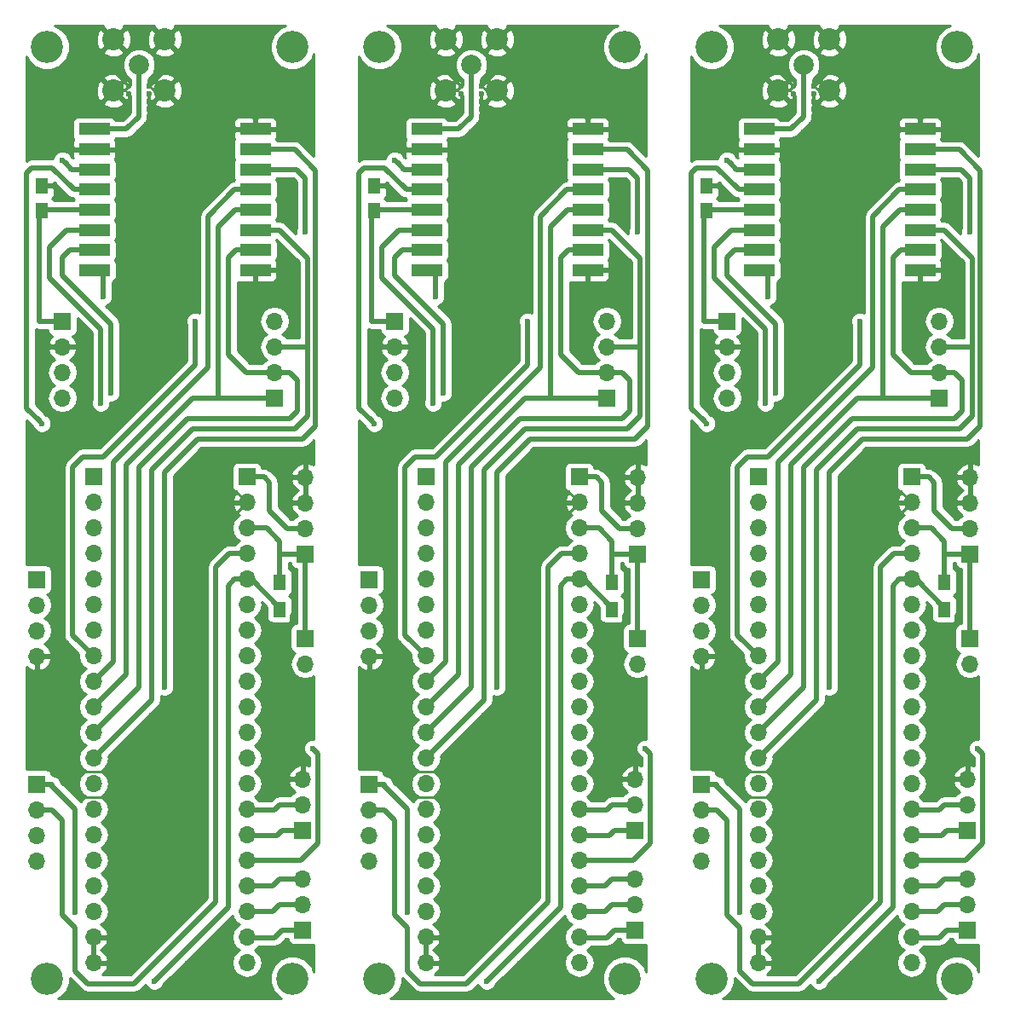
<source format=gtl>
G04 #@! TF.FileFunction,Copper,L1,Top,Signal*
%FSLAX46Y46*%
G04 Gerber Fmt 4.6, Leading zero omitted, Abs format (unit mm)*
G04 Created by KiCad (PCBNEW 4.0.6) date Tue Sep  5 22:17:11 2017*
%MOMM*%
%LPD*%
G01*
G04 APERTURE LIST*
%ADD10C,0.100000*%
%ADD11C,3.200000*%
%ADD12R,1.700000X1.700000*%
%ADD13O,1.700000X1.700000*%
%ADD14C,2.200000*%
%ADD15C,2.000000*%
%ADD16R,1.250000X1.500000*%
%ADD17R,3.100000X1.200000*%
%ADD18R,1.300000X1.500000*%
%ADD19C,0.600000*%
%ADD20C,0.500000*%
%ADD21C,0.250000*%
%ADD22C,0.254000*%
G04 APERTURE END LIST*
D10*
D11*
X54991000Y-28797000D03*
X54991000Y-121285000D03*
X79375000Y-121285000D03*
D12*
X80645000Y-79121000D03*
D13*
X80645000Y-76581000D03*
X80645000Y-74041000D03*
X80645000Y-71501000D03*
D12*
X53975000Y-101981000D03*
D13*
X53975000Y-104521000D03*
X53975000Y-107061000D03*
X53975000Y-109601000D03*
D12*
X53975000Y-81661000D03*
D13*
X53975000Y-84201000D03*
X53975000Y-86741000D03*
X53975000Y-89281000D03*
D12*
X59605000Y-71465000D03*
D13*
X59605000Y-74005000D03*
X59605000Y-76545000D03*
X59605000Y-79085000D03*
X59605000Y-81625000D03*
X59605000Y-84165000D03*
X59605000Y-86705000D03*
X59605000Y-89245000D03*
X59605000Y-91785000D03*
X59605000Y-94325000D03*
X59605000Y-96865000D03*
X59605000Y-99405000D03*
X59605000Y-101945000D03*
X59605000Y-104485000D03*
X59605000Y-107025000D03*
X59605000Y-109565000D03*
X59605000Y-112105000D03*
X59605000Y-114645000D03*
X59605000Y-117185000D03*
X59605000Y-119725000D03*
D12*
X80391000Y-116459000D03*
D13*
X80391000Y-113919000D03*
X80391000Y-111379000D03*
D12*
X77597000Y-63627000D03*
D13*
X77597000Y-61087000D03*
X77597000Y-58547000D03*
X77597000Y-56007000D03*
D12*
X74845000Y-71465000D03*
D13*
X74845000Y-74005000D03*
X74845000Y-76545000D03*
X74845000Y-79085000D03*
X74845000Y-81625000D03*
X74845000Y-84165000D03*
X74845000Y-86705000D03*
X74845000Y-89245000D03*
X74845000Y-91785000D03*
X74845000Y-94325000D03*
X74845000Y-96865000D03*
X74845000Y-99405000D03*
X74845000Y-101945000D03*
X74845000Y-104485000D03*
X74845000Y-107025000D03*
X74845000Y-109565000D03*
X74845000Y-112105000D03*
X74845000Y-114645000D03*
X74845000Y-117185000D03*
X74845000Y-119725000D03*
D12*
X56515000Y-56007000D03*
D13*
X56515000Y-58547000D03*
X56515000Y-61087000D03*
X56515000Y-63627000D03*
D12*
X80391000Y-106553000D03*
D13*
X80391000Y-104013000D03*
X80391000Y-101473000D03*
D14*
X61595000Y-33115000D03*
X61595000Y-28035000D03*
X66675000Y-28035000D03*
X66675000Y-33115000D03*
D15*
X64135000Y-30575000D03*
D16*
X54483000Y-45065000D03*
X54483000Y-42565000D03*
D11*
X79375000Y-28797000D03*
D17*
X59691000Y-50941000D03*
X59691000Y-48941000D03*
X59691000Y-46941000D03*
X59691000Y-44941000D03*
X59691000Y-42941000D03*
X59691000Y-40941000D03*
X59691000Y-38941000D03*
X59691000Y-36941000D03*
X75691000Y-36941000D03*
X75691000Y-38941000D03*
X75691000Y-40941000D03*
X75691000Y-42941000D03*
X75691000Y-44941000D03*
X75691000Y-46941000D03*
X75691000Y-48941000D03*
X75691000Y-50941000D03*
D12*
X80645000Y-87503000D03*
D13*
X80645000Y-90043000D03*
D18*
X78105000Y-81915000D03*
X78105000Y-84615000D03*
D11*
X88011000Y-28797000D03*
X88011000Y-121285000D03*
X112395000Y-121285000D03*
D12*
X113665000Y-79121000D03*
D13*
X113665000Y-76581000D03*
X113665000Y-74041000D03*
X113665000Y-71501000D03*
D12*
X86995000Y-101981000D03*
D13*
X86995000Y-104521000D03*
X86995000Y-107061000D03*
X86995000Y-109601000D03*
D12*
X86995000Y-81661000D03*
D13*
X86995000Y-84201000D03*
X86995000Y-86741000D03*
X86995000Y-89281000D03*
D12*
X92625000Y-71465000D03*
D13*
X92625000Y-74005000D03*
X92625000Y-76545000D03*
X92625000Y-79085000D03*
X92625000Y-81625000D03*
X92625000Y-84165000D03*
X92625000Y-86705000D03*
X92625000Y-89245000D03*
X92625000Y-91785000D03*
X92625000Y-94325000D03*
X92625000Y-96865000D03*
X92625000Y-99405000D03*
X92625000Y-101945000D03*
X92625000Y-104485000D03*
X92625000Y-107025000D03*
X92625000Y-109565000D03*
X92625000Y-112105000D03*
X92625000Y-114645000D03*
X92625000Y-117185000D03*
X92625000Y-119725000D03*
D12*
X113411000Y-116459000D03*
D13*
X113411000Y-113919000D03*
X113411000Y-111379000D03*
D12*
X110617000Y-63627000D03*
D13*
X110617000Y-61087000D03*
X110617000Y-58547000D03*
X110617000Y-56007000D03*
D12*
X107865000Y-71465000D03*
D13*
X107865000Y-74005000D03*
X107865000Y-76545000D03*
X107865000Y-79085000D03*
X107865000Y-81625000D03*
X107865000Y-84165000D03*
X107865000Y-86705000D03*
X107865000Y-89245000D03*
X107865000Y-91785000D03*
X107865000Y-94325000D03*
X107865000Y-96865000D03*
X107865000Y-99405000D03*
X107865000Y-101945000D03*
X107865000Y-104485000D03*
X107865000Y-107025000D03*
X107865000Y-109565000D03*
X107865000Y-112105000D03*
X107865000Y-114645000D03*
X107865000Y-117185000D03*
X107865000Y-119725000D03*
D12*
X89535000Y-56007000D03*
D13*
X89535000Y-58547000D03*
X89535000Y-61087000D03*
X89535000Y-63627000D03*
D12*
X113411000Y-106553000D03*
D13*
X113411000Y-104013000D03*
X113411000Y-101473000D03*
D14*
X94615000Y-33115000D03*
X94615000Y-28035000D03*
X99695000Y-28035000D03*
X99695000Y-33115000D03*
D15*
X97155000Y-30575000D03*
D16*
X87503000Y-45065000D03*
X87503000Y-42565000D03*
D11*
X112395000Y-28797000D03*
D17*
X92711000Y-50941000D03*
X92711000Y-48941000D03*
X92711000Y-46941000D03*
X92711000Y-44941000D03*
X92711000Y-42941000D03*
X92711000Y-40941000D03*
X92711000Y-38941000D03*
X92711000Y-36941000D03*
X108711000Y-36941000D03*
X108711000Y-38941000D03*
X108711000Y-40941000D03*
X108711000Y-42941000D03*
X108711000Y-44941000D03*
X108711000Y-46941000D03*
X108711000Y-48941000D03*
X108711000Y-50941000D03*
D12*
X113665000Y-87503000D03*
D13*
X113665000Y-90043000D03*
D18*
X111125000Y-81915000D03*
X111125000Y-84615000D03*
D11*
X121031000Y-28797000D03*
X121031000Y-121285000D03*
X145415000Y-121285000D03*
D12*
X146685000Y-79121000D03*
D13*
X146685000Y-76581000D03*
X146685000Y-74041000D03*
X146685000Y-71501000D03*
D12*
X120015000Y-101981000D03*
D13*
X120015000Y-104521000D03*
X120015000Y-107061000D03*
X120015000Y-109601000D03*
D12*
X120015000Y-81661000D03*
D13*
X120015000Y-84201000D03*
X120015000Y-86741000D03*
X120015000Y-89281000D03*
D12*
X125645000Y-71465000D03*
D13*
X125645000Y-74005000D03*
X125645000Y-76545000D03*
X125645000Y-79085000D03*
X125645000Y-81625000D03*
X125645000Y-84165000D03*
X125645000Y-86705000D03*
X125645000Y-89245000D03*
X125645000Y-91785000D03*
X125645000Y-94325000D03*
X125645000Y-96865000D03*
X125645000Y-99405000D03*
X125645000Y-101945000D03*
X125645000Y-104485000D03*
X125645000Y-107025000D03*
X125645000Y-109565000D03*
X125645000Y-112105000D03*
X125645000Y-114645000D03*
X125645000Y-117185000D03*
X125645000Y-119725000D03*
D12*
X146431000Y-116459000D03*
D13*
X146431000Y-113919000D03*
X146431000Y-111379000D03*
D12*
X143637000Y-63627000D03*
D13*
X143637000Y-61087000D03*
X143637000Y-58547000D03*
X143637000Y-56007000D03*
D12*
X140885000Y-71465000D03*
D13*
X140885000Y-74005000D03*
X140885000Y-76545000D03*
X140885000Y-79085000D03*
X140885000Y-81625000D03*
X140885000Y-84165000D03*
X140885000Y-86705000D03*
X140885000Y-89245000D03*
X140885000Y-91785000D03*
X140885000Y-94325000D03*
X140885000Y-96865000D03*
X140885000Y-99405000D03*
X140885000Y-101945000D03*
X140885000Y-104485000D03*
X140885000Y-107025000D03*
X140885000Y-109565000D03*
X140885000Y-112105000D03*
X140885000Y-114645000D03*
X140885000Y-117185000D03*
X140885000Y-119725000D03*
D12*
X122555000Y-56007000D03*
D13*
X122555000Y-58547000D03*
X122555000Y-61087000D03*
X122555000Y-63627000D03*
D12*
X146431000Y-106553000D03*
D13*
X146431000Y-104013000D03*
X146431000Y-101473000D03*
D14*
X127635000Y-33115000D03*
X127635000Y-28035000D03*
X132715000Y-28035000D03*
X132715000Y-33115000D03*
D15*
X130175000Y-30575000D03*
D16*
X120523000Y-45065000D03*
X120523000Y-42565000D03*
D11*
X145415000Y-28797000D03*
D17*
X125731000Y-50941000D03*
X125731000Y-48941000D03*
X125731000Y-46941000D03*
X125731000Y-44941000D03*
X125731000Y-42941000D03*
X125731000Y-40941000D03*
X125731000Y-38941000D03*
X125731000Y-36941000D03*
X141731000Y-36941000D03*
X141731000Y-38941000D03*
X141731000Y-40941000D03*
X141731000Y-42941000D03*
X141731000Y-44941000D03*
X141731000Y-46941000D03*
X141731000Y-48941000D03*
X141731000Y-50941000D03*
D12*
X146685000Y-87503000D03*
D13*
X146685000Y-90043000D03*
D18*
X144145000Y-81915000D03*
X144145000Y-84615000D03*
D19*
X65786000Y-53467000D03*
X77851000Y-89281000D03*
X79629000Y-81153000D03*
X79629000Y-84963000D03*
X79883000Y-91567000D03*
X79883000Y-92837000D03*
X76834996Y-122555000D03*
X77851000Y-118491000D03*
X68961000Y-119761000D03*
X78613000Y-31115000D03*
X78613000Y-37719006D03*
X69215000Y-106045000D03*
X62865000Y-106045000D03*
X62865000Y-113919004D03*
X69215000Y-113918998D03*
X58801000Y-28321000D03*
X58801000Y-32384992D03*
X54229000Y-32385000D03*
X71500990Y-31115000D03*
X68452988Y-42291000D03*
X63881000Y-42291000D03*
X67945000Y-58547000D03*
X54229000Y-37719000D03*
X54737000Y-60579000D03*
X57023000Y-89027008D03*
X53975000Y-99187000D03*
X53975000Y-94107000D03*
X57023000Y-99187000D03*
X66167000Y-116967000D03*
X66675000Y-122555000D03*
X80899000Y-118491006D03*
X69469000Y-95123000D03*
X62865000Y-119761000D03*
X68199000Y-95123000D03*
X61849000Y-65659000D03*
X60325000Y-65659000D03*
X58801000Y-65659000D03*
X75819000Y-59817000D03*
X74803000Y-57531000D03*
X78613000Y-53721000D03*
X74803004Y-53721000D03*
X78613002Y-45847000D03*
X78613000Y-49403000D03*
X77343002Y-68707000D03*
X65405034Y-95123000D03*
X54737000Y-57785000D03*
X68199000Y-74041000D03*
X68453000Y-79121000D03*
X68453000Y-84455000D03*
X68453000Y-88773000D03*
X57023000Y-94107000D03*
X71755000Y-122555000D03*
X62865000Y-99695000D03*
X78613000Y-42291000D03*
X56261000Y-43307000D03*
X62103000Y-37973000D03*
X63373000Y-37973000D03*
X64135000Y-37211000D03*
X64897000Y-36449000D03*
X65151000Y-35687000D03*
X65151000Y-34925000D03*
X65151000Y-34163000D03*
X65151000Y-33401000D03*
X65151000Y-32639000D03*
X61849000Y-35687000D03*
X62611000Y-35687000D03*
X63119000Y-34925000D03*
X63119000Y-34163000D03*
X63119000Y-33401000D03*
X63119000Y-32639000D03*
X69723000Y-56007002D03*
X57785000Y-114680998D03*
X65659000Y-121539000D03*
X60579000Y-53593994D03*
X61341000Y-63118994D03*
X60325000Y-64135000D03*
X81407000Y-98425000D03*
X66675000Y-92329000D03*
X54483000Y-66166998D03*
X56515000Y-40005004D03*
X80645000Y-47117000D03*
X98806000Y-53467000D03*
X110871000Y-89281000D03*
X112649000Y-81153000D03*
X112649000Y-84963000D03*
X112903000Y-91567000D03*
X112903000Y-92837000D03*
X109854996Y-122555000D03*
X110871000Y-118491000D03*
X101981000Y-119761000D03*
X111633000Y-31115000D03*
X111633000Y-37719006D03*
X102235000Y-106045000D03*
X95885000Y-106045000D03*
X95885000Y-113919004D03*
X102235000Y-113918998D03*
X91821000Y-28321000D03*
X91821000Y-32384992D03*
X87249000Y-32385000D03*
X104520990Y-31115000D03*
X101472988Y-42291000D03*
X96901000Y-42291000D03*
X100965000Y-58547000D03*
X87249000Y-37719000D03*
X87757000Y-60579000D03*
X90043000Y-89027008D03*
X86995000Y-99187000D03*
X86995000Y-94107000D03*
X90043000Y-99187000D03*
X99187000Y-116967000D03*
X99695000Y-122555000D03*
X113919000Y-118491006D03*
X102489000Y-95123000D03*
X95885000Y-119761000D03*
X101219000Y-95123000D03*
X94869000Y-65659000D03*
X93345000Y-65659000D03*
X91821000Y-65659000D03*
X108839000Y-59817000D03*
X107823000Y-57531000D03*
X111633000Y-53721000D03*
X107823004Y-53721000D03*
X111633002Y-45847000D03*
X111633000Y-49403000D03*
X110363002Y-68707000D03*
X98425034Y-95123000D03*
X87757000Y-57785000D03*
X101219000Y-74041000D03*
X101473000Y-79121000D03*
X101473000Y-84455000D03*
X101473000Y-88773000D03*
X90043000Y-94107000D03*
X104775000Y-122555000D03*
X95885000Y-99695000D03*
X111633000Y-42291000D03*
X89281000Y-43307000D03*
X95123000Y-37973000D03*
X96393000Y-37973000D03*
X97155000Y-37211000D03*
X97917000Y-36449000D03*
X98171000Y-35687000D03*
X98171000Y-34925000D03*
X98171000Y-34163000D03*
X98171000Y-33401000D03*
X98171000Y-32639000D03*
X94869000Y-35687000D03*
X95631000Y-35687000D03*
X96139000Y-34925000D03*
X96139000Y-34163000D03*
X96139000Y-33401000D03*
X96139000Y-32639000D03*
X102743000Y-56007002D03*
X90805000Y-114680998D03*
X98679000Y-121539000D03*
X93599000Y-53593994D03*
X94361000Y-63118994D03*
X93345000Y-64135000D03*
X114427000Y-98425000D03*
X99695000Y-92329000D03*
X87503000Y-66166998D03*
X89535000Y-40005004D03*
X113665000Y-47117000D03*
X131826000Y-53467000D03*
X143891000Y-89281000D03*
X145669000Y-81153000D03*
X145669000Y-84963000D03*
X145923000Y-91567000D03*
X145923000Y-92837000D03*
X142874996Y-122555000D03*
X143891000Y-118491000D03*
X135001000Y-119761000D03*
X144653000Y-31115000D03*
X144653000Y-37719006D03*
X135255000Y-106045000D03*
X128905000Y-106045000D03*
X128905000Y-113919004D03*
X135255000Y-113918998D03*
X124841000Y-28321000D03*
X124841000Y-32384992D03*
X120269000Y-32385000D03*
X137540990Y-31115000D03*
X134492988Y-42291000D03*
X129921000Y-42291000D03*
X133985000Y-58547000D03*
X120269000Y-37719000D03*
X120777000Y-60579000D03*
X123063000Y-89027008D03*
X120015000Y-99187000D03*
X120015000Y-94107000D03*
X123063000Y-99187000D03*
X132207000Y-116967000D03*
X132715000Y-122555000D03*
X146939000Y-118491006D03*
X135509000Y-95123000D03*
X128905000Y-119761000D03*
X134239000Y-95123000D03*
X127889000Y-65659000D03*
X126365000Y-65659000D03*
X124841000Y-65659000D03*
X141859000Y-59817000D03*
X140843000Y-57531000D03*
X144653000Y-53721000D03*
X140843004Y-53721000D03*
X144653002Y-45847000D03*
X144653000Y-49403000D03*
X143383002Y-68707000D03*
X131445034Y-95123000D03*
X120777000Y-57785000D03*
X134239000Y-74041000D03*
X134493000Y-79121000D03*
X134493000Y-84455000D03*
X134493000Y-88773000D03*
X123063000Y-94107000D03*
X137795000Y-122555000D03*
X128905000Y-99695000D03*
X144653000Y-42291000D03*
X122301000Y-43307000D03*
X128143000Y-37973000D03*
X129413000Y-37973000D03*
X130175000Y-37211000D03*
X130937000Y-36449000D03*
X131191000Y-35687000D03*
X131191000Y-34925000D03*
X131191000Y-34163000D03*
X131191000Y-33401000D03*
X131191000Y-32639000D03*
X127889000Y-35687000D03*
X128651000Y-35687000D03*
X129159000Y-34925000D03*
X129159000Y-34163000D03*
X129159000Y-33401000D03*
X129159000Y-32639000D03*
X135763000Y-56007002D03*
X123825000Y-114680998D03*
X131699000Y-121539000D03*
X126619000Y-53593994D03*
X127381000Y-63118994D03*
X126365000Y-64135000D03*
X147447000Y-98425000D03*
X132715000Y-92329000D03*
X120523000Y-66166998D03*
X122555000Y-40005004D03*
X146685000Y-47117000D03*
D20*
X80645000Y-76581000D02*
X78867000Y-76581000D01*
X78867000Y-76581000D02*
X77089000Y-74803000D01*
X77089000Y-74803000D02*
X77089000Y-72009000D01*
X77089000Y-72009000D02*
X76545000Y-71465000D01*
X76545000Y-71465000D02*
X74845000Y-71465000D01*
X54229000Y-55753000D02*
X54229000Y-44941000D01*
X54229000Y-44941000D02*
X56494000Y-44941000D01*
X56494000Y-44941000D02*
X60691000Y-44941000D01*
X54229000Y-55753000D02*
X54229000Y-56007000D01*
X54229000Y-56007000D02*
X56515000Y-56007000D01*
X54229000Y-55499000D02*
X54229000Y-55245000D01*
X54229000Y-55499000D02*
X54229000Y-55753000D01*
X80645000Y-87503000D02*
X80645000Y-79121000D01*
X78105000Y-79121000D02*
X78105000Y-77851000D01*
X78105000Y-77851000D02*
X76799000Y-76545000D01*
X76799000Y-76545000D02*
X74845000Y-76545000D01*
X80645000Y-79121000D02*
X78105000Y-79121000D01*
X78105000Y-79121000D02*
X78105000Y-79805000D01*
X78105000Y-81915000D02*
X78105000Y-79805000D01*
D21*
X66675000Y-33115000D02*
X65627000Y-33115000D01*
X65627000Y-33115000D02*
X65151000Y-32639000D01*
X61595000Y-33115000D02*
X62643000Y-33115000D01*
X62643000Y-33115000D02*
X63119000Y-32639000D01*
X74691000Y-50941000D02*
X75692000Y-50941000D01*
X75692000Y-50941000D02*
X75692000Y-52407740D01*
X75692000Y-52407740D02*
X74803004Y-53296736D01*
X74803004Y-53296736D02*
X74803004Y-53721000D01*
X67945000Y-55626000D02*
X66085999Y-53766999D01*
X67945000Y-58547000D02*
X67945000Y-55626000D01*
X66085999Y-53766999D02*
X65786000Y-53467000D01*
X79883000Y-91567000D02*
X77851000Y-89535000D01*
X77851000Y-89535000D02*
X77851000Y-89281000D01*
D20*
X79883000Y-91567000D02*
X79375000Y-91567000D01*
X79375000Y-85217000D02*
X79629000Y-84963000D01*
X79375000Y-91567000D02*
X78359000Y-90551000D01*
X78359000Y-90551000D02*
X78359000Y-86995000D01*
X78359000Y-86995000D02*
X79375000Y-85979000D01*
X79375000Y-85979000D02*
X79375000Y-85217000D01*
D21*
X79883000Y-92837000D02*
X79883000Y-91567000D01*
X76834996Y-122130736D02*
X76834996Y-122555000D01*
X76834996Y-119507004D02*
X76834996Y-122130736D01*
X77172736Y-123063000D02*
X77172736Y-122892740D01*
X77172736Y-122892740D02*
X77134995Y-122854999D01*
X77851000Y-118491000D02*
X76834996Y-119507004D01*
X77134995Y-122854999D02*
X76834996Y-122555000D01*
X77043001Y-122854999D02*
X77043001Y-122933265D01*
X77043001Y-122933265D02*
X77172736Y-123063000D01*
X71755000Y-122555000D02*
X72263000Y-123063000D01*
X72263000Y-123063000D02*
X77172736Y-123063000D01*
X68961000Y-120185264D02*
X68961000Y-119761000D01*
X68961000Y-120269000D02*
X68961000Y-120185264D01*
X66675000Y-122555000D02*
X68961000Y-120269000D01*
X66675000Y-31115000D02*
X68453000Y-29337000D01*
X68453000Y-29337000D02*
X69722990Y-29337000D01*
X69722990Y-29337000D02*
X71500990Y-31115000D01*
X69215000Y-113918998D02*
X69215000Y-110871000D01*
X69215000Y-110871000D02*
X61595000Y-103251000D01*
X61595000Y-103251000D02*
X58039000Y-103251000D01*
X58039000Y-103251000D02*
X54274999Y-99486999D01*
X54274999Y-99486999D02*
X53975000Y-99187000D01*
X78613000Y-37294742D02*
X78613000Y-31115000D01*
X78613000Y-37719006D02*
X78613000Y-37294742D01*
X57322999Y-100502999D02*
X57023000Y-100203000D01*
X57023000Y-100203000D02*
X57023000Y-99187000D01*
X68915001Y-105745001D02*
X69215000Y-106045000D01*
X68153001Y-104983001D02*
X68915001Y-105745001D01*
X68153001Y-104475001D02*
X68153001Y-104983001D01*
X62865000Y-113919004D02*
X62865000Y-106045000D01*
X68915001Y-114218997D02*
X69215000Y-113918998D01*
X66466999Y-116666999D02*
X68915001Y-114218997D01*
X66167000Y-116967000D02*
X66466999Y-116666999D01*
X61595000Y-31115000D02*
X58801000Y-28321000D01*
X54229000Y-37719000D02*
X58801000Y-33147000D01*
X58801000Y-32809256D02*
X58801000Y-32384992D01*
X58801000Y-33147000D02*
X58801000Y-32809256D01*
X63881000Y-42291000D02*
X68452988Y-42291000D01*
X54737000Y-57785000D02*
X54737000Y-60579000D01*
X54737000Y-59817000D02*
X54737000Y-60579000D01*
X57023000Y-94107000D02*
X57023000Y-89027008D01*
X57023000Y-99187000D02*
X53975000Y-99187000D01*
X53975000Y-89281000D02*
X53975000Y-94107000D01*
X57531000Y-100711000D02*
X57322999Y-100502999D01*
X61849000Y-100711000D02*
X57531000Y-100711000D01*
X62565001Y-99994999D02*
X61849000Y-100711000D01*
X64434999Y-100756999D02*
X57576999Y-100756999D01*
X68153001Y-104475001D02*
X64434999Y-100756999D01*
X57576999Y-100756999D02*
X57322999Y-100502999D01*
X69469000Y-89789000D02*
X69469000Y-94698736D01*
X68453000Y-88773000D02*
X69469000Y-89789000D01*
X69469000Y-94698736D02*
X69469000Y-95123000D01*
X62829000Y-119725000D02*
X62865000Y-119761000D01*
X59605000Y-119725000D02*
X62829000Y-119725000D01*
X63627000Y-99695000D02*
X63627000Y-99949000D01*
X63627000Y-99949000D02*
X68153001Y-104475001D01*
X74845000Y-74005000D02*
X73865000Y-73025000D01*
X73865000Y-73025000D02*
X69215000Y-73025000D01*
X69215000Y-73025000D02*
X68498999Y-73741001D01*
X68498999Y-73741001D02*
X68199000Y-74041000D01*
X63627000Y-99695000D02*
X68199000Y-95123000D01*
X62865000Y-99695000D02*
X63627000Y-99695000D01*
X58801000Y-65659000D02*
X61849000Y-65659000D01*
X74803004Y-57530996D02*
X74803000Y-57531000D01*
X74803004Y-53721000D02*
X74803004Y-57530996D01*
X74803000Y-57106736D02*
X74803000Y-57531000D01*
X74549000Y-53975004D02*
X74803000Y-54229004D01*
X74803000Y-54229004D02*
X74803000Y-57106736D01*
X75227268Y-53721000D02*
X78613000Y-53721000D01*
X74803004Y-53721000D02*
X75227268Y-53721000D01*
X78613000Y-42291000D02*
X78613000Y-45846998D01*
X78613000Y-45846998D02*
X78613002Y-45847000D01*
X77343002Y-69131264D02*
X77343002Y-68707000D01*
X77343002Y-69203012D02*
X77343002Y-69131264D01*
X77608990Y-69469000D02*
X77343002Y-69203012D01*
X74845000Y-74005000D02*
X69729000Y-79121000D01*
X69729000Y-79121000D02*
X68453000Y-79121000D01*
X65105035Y-95422999D02*
X65405034Y-95123000D01*
X62865000Y-97663034D02*
X65105035Y-95422999D01*
X62865000Y-99695000D02*
X62865000Y-97663034D01*
X80645000Y-71501000D02*
X80645000Y-69723000D01*
X80645000Y-69723000D02*
X77862990Y-69723000D01*
X77862990Y-69723000D02*
X77608990Y-69469000D01*
X77354990Y-69215000D02*
X77608990Y-69469000D01*
X56515000Y-58547000D02*
X55499000Y-58547000D01*
X55499000Y-58547000D02*
X54737000Y-57785000D01*
X68453000Y-84455000D02*
X68453000Y-79121000D01*
X55378000Y-42545000D02*
X55499000Y-42545000D01*
X55499000Y-42545000D02*
X56261000Y-43307000D01*
X54483000Y-42565000D02*
X55358000Y-42565000D01*
X55358000Y-42565000D02*
X55378000Y-42545000D01*
X63373000Y-37973000D02*
X62103000Y-37973000D01*
X64897000Y-36449000D02*
X64135000Y-37211000D01*
X65151000Y-34925000D02*
X65151000Y-35687000D01*
X65151000Y-33401000D02*
X65151000Y-34163000D01*
X66675000Y-31115000D02*
X65151000Y-32639000D01*
X63119000Y-34925000D02*
X63119000Y-35179000D01*
X63119000Y-35179000D02*
X62611000Y-35687000D01*
X63119000Y-33401000D02*
X63119000Y-34163000D01*
X61595000Y-31115000D02*
X63119000Y-32639000D01*
D20*
X59605000Y-89245000D02*
X57531000Y-87171000D01*
X57531000Y-87171000D02*
X57531000Y-70485000D01*
X69723000Y-60325000D02*
X69723000Y-56431266D01*
X57531000Y-70485000D02*
X58547000Y-69469000D01*
X58547000Y-69469000D02*
X60579000Y-69469000D01*
X60579000Y-69469000D02*
X69723000Y-60325000D01*
X69723000Y-56431266D02*
X69723000Y-56007002D01*
X74691000Y-42941000D02*
X73645000Y-42941000D01*
X73645000Y-42941000D02*
X70993000Y-45593000D01*
X70993000Y-45593000D02*
X70993000Y-60579000D01*
X70993000Y-60579000D02*
X61595000Y-69977000D01*
X61595000Y-69977000D02*
X61595000Y-89795000D01*
X61595000Y-89795000D02*
X60454999Y-90935001D01*
X60454999Y-90935001D02*
X59605000Y-91785000D01*
X59605000Y-94325000D02*
X62865000Y-91065000D01*
X62865000Y-91065000D02*
X62865000Y-70231000D01*
X62865000Y-70231000D02*
X69469000Y-63627000D01*
X69469000Y-63627000D02*
X75311000Y-63627000D01*
X75311000Y-63627000D02*
X72009000Y-63627000D01*
X72009000Y-63627000D02*
X72009000Y-46609000D01*
X72009000Y-46609000D02*
X73677000Y-44941000D01*
X73677000Y-44941000D02*
X74691000Y-44941000D01*
X77597000Y-63627000D02*
X75311000Y-63627000D01*
X77597000Y-61087000D02*
X79121000Y-61087000D01*
X79121000Y-61087000D02*
X79883000Y-61849000D01*
X64135000Y-70485000D02*
X64135000Y-92335000D01*
X79883000Y-61849000D02*
X79883000Y-64897000D01*
X79883000Y-64897000D02*
X79121000Y-65659000D01*
X79121000Y-65659000D02*
X68961000Y-65659000D01*
X64135000Y-92335000D02*
X60454999Y-96015001D01*
X60454999Y-96015001D02*
X59605000Y-96865000D01*
X68961000Y-65659000D02*
X64135000Y-70485000D01*
X77597000Y-61087000D02*
X74803000Y-61087000D01*
X74803000Y-61087000D02*
X73025000Y-59309000D01*
X73741000Y-48941000D02*
X74691000Y-48941000D01*
X73025000Y-59309000D02*
X73025000Y-49657000D01*
X73025000Y-49657000D02*
X73741000Y-48941000D01*
X80899000Y-58547000D02*
X80899000Y-65405000D01*
X80899000Y-65405000D02*
X79629000Y-66675000D01*
X79629000Y-66675000D02*
X69469000Y-66675000D01*
X69469000Y-66675000D02*
X65405000Y-70739000D01*
X65405000Y-70739000D02*
X65405000Y-93605000D01*
X65405000Y-93605000D02*
X60454999Y-98555001D01*
X60454999Y-98555001D02*
X59605000Y-99405000D01*
X80899000Y-49751002D02*
X78088998Y-46941000D01*
X80899000Y-58547000D02*
X80899000Y-49751002D01*
X78088998Y-46941000D02*
X74691000Y-46941000D01*
X77597000Y-58547000D02*
X80899000Y-58547000D01*
X74881000Y-117221000D02*
X77597000Y-117221000D01*
X77597000Y-117221000D02*
X78359000Y-116459000D01*
X78359000Y-116459000D02*
X80391000Y-116459000D01*
X74845000Y-114645000D02*
X77379000Y-114645000D01*
X77379000Y-114645000D02*
X78105000Y-113919000D01*
X78105000Y-113919000D02*
X80391000Y-113919000D01*
X74845000Y-112105000D02*
X77379000Y-112105000D01*
X77379000Y-112105000D02*
X78105000Y-111379000D01*
X78105000Y-111379000D02*
X80391000Y-111379000D01*
X74845000Y-79085000D02*
X73061000Y-79085000D01*
X57785000Y-116205000D02*
X56515000Y-114935000D01*
X73061000Y-79085000D02*
X71755000Y-80391000D01*
X71755000Y-80391000D02*
X71755000Y-113664998D01*
X71755000Y-113664998D02*
X63626998Y-121793000D01*
X63626998Y-121793000D02*
X59055000Y-121793000D01*
X59055000Y-121793000D02*
X57785000Y-120523000D01*
X56515000Y-114935000D02*
X56515000Y-105537000D01*
X57785000Y-120523000D02*
X57785000Y-116205000D01*
X56515000Y-105537000D02*
X55499000Y-104521000D01*
X55499000Y-104521000D02*
X53975000Y-104521000D01*
X78105000Y-84615000D02*
X78105000Y-84455000D01*
X78105000Y-84455000D02*
X75275000Y-81625000D01*
X75275000Y-81625000D02*
X74845000Y-81625000D01*
X74983000Y-81487000D02*
X74845000Y-81625000D01*
X57785000Y-114256734D02*
X57785000Y-114680998D01*
X57785000Y-104441000D02*
X57785000Y-114256734D01*
X55325000Y-101981000D02*
X57785000Y-104441000D01*
X53975000Y-101981000D02*
X55325000Y-101981000D01*
X53975000Y-101981000D02*
X55499000Y-101981000D01*
X74845000Y-81625000D02*
X73642919Y-81625000D01*
X73642919Y-81625000D02*
X73025000Y-82242919D01*
X73025000Y-82242919D02*
X73025000Y-114173000D01*
X73025000Y-114173000D02*
X65659000Y-121539000D01*
X60579000Y-53169730D02*
X60579000Y-53593994D01*
X60579000Y-51053000D02*
X60579000Y-53169730D01*
X60691000Y-50941000D02*
X60579000Y-51053000D01*
X56515000Y-51435000D02*
X61341000Y-56261000D01*
X56515000Y-49657000D02*
X56515000Y-51435000D01*
X61341000Y-62694730D02*
X61341000Y-63118994D01*
X57231000Y-48941000D02*
X56515000Y-49657000D01*
X60691000Y-48941000D02*
X57231000Y-48941000D01*
X61341000Y-56261000D02*
X61341000Y-62694730D01*
X60325000Y-56769000D02*
X60325000Y-63710736D01*
X55245000Y-51689000D02*
X60325000Y-56769000D01*
X56945000Y-46941000D02*
X55245000Y-48641000D01*
X55245000Y-48641000D02*
X55245000Y-51689000D01*
X60691000Y-46941000D02*
X56945000Y-46941000D01*
X60325000Y-63710736D02*
X60325000Y-64135000D01*
X74845000Y-104485000D02*
X74881000Y-104521000D01*
X74881000Y-104521000D02*
X77597000Y-104521000D01*
X77597000Y-104521000D02*
X78105000Y-104013000D01*
X78105000Y-104013000D02*
X80391000Y-104013000D01*
X74881000Y-107061000D02*
X77851000Y-107061000D01*
X77851000Y-107061000D02*
X78359000Y-106553000D01*
X78359000Y-106553000D02*
X80391000Y-106553000D01*
X74845000Y-109565000D02*
X80173000Y-109565000D01*
X80173000Y-109565000D02*
X81915000Y-107823000D01*
X81915000Y-107823000D02*
X81915000Y-98933000D01*
X81915000Y-98933000D02*
X81407000Y-98425000D01*
X74691000Y-38941000D02*
X79581000Y-38941000D01*
X80391000Y-67691000D02*
X69977000Y-67691000D01*
X66675000Y-91904736D02*
X66675000Y-92329000D01*
X79581000Y-38941000D02*
X81661000Y-41021000D01*
X81661000Y-41021000D02*
X81661000Y-66421000D01*
X81661000Y-66421000D02*
X80391000Y-67691000D01*
X69977000Y-67691000D02*
X66675000Y-70993000D01*
X66675000Y-70993000D02*
X66675000Y-91904736D01*
X52959000Y-64642998D02*
X54183001Y-65866999D01*
X52959000Y-41275000D02*
X52959000Y-64642998D01*
X55499000Y-40767000D02*
X53467000Y-40767000D01*
X60691000Y-42941000D02*
X57673000Y-42941000D01*
X54183001Y-65866999D02*
X54483000Y-66166998D01*
X57673000Y-42941000D02*
X55499000Y-40767000D01*
X53467000Y-40767000D02*
X52959000Y-41275000D01*
X56814999Y-40305003D02*
X56515000Y-40005004D01*
X60691000Y-40941000D02*
X57450996Y-40941000D01*
X57450996Y-40941000D02*
X56814999Y-40305003D01*
X79803000Y-40941000D02*
X80645000Y-41783000D01*
X80645000Y-41783000D02*
X80645000Y-47117000D01*
X74691000Y-40941000D02*
X79803000Y-40941000D01*
X60691000Y-36941000D02*
X62881000Y-36941000D01*
X62881000Y-36941000D02*
X64135000Y-35687000D01*
X64135000Y-35687000D02*
X64135000Y-30607000D01*
X113665000Y-76581000D02*
X111887000Y-76581000D01*
X111887000Y-76581000D02*
X110109000Y-74803000D01*
X110109000Y-74803000D02*
X110109000Y-72009000D01*
X110109000Y-72009000D02*
X109565000Y-71465000D01*
X109565000Y-71465000D02*
X107865000Y-71465000D01*
X87249000Y-55753000D02*
X87249000Y-44941000D01*
X87249000Y-44941000D02*
X89514000Y-44941000D01*
X89514000Y-44941000D02*
X93711000Y-44941000D01*
X87249000Y-55753000D02*
X87249000Y-56007000D01*
X87249000Y-56007000D02*
X89535000Y-56007000D01*
X87249000Y-55499000D02*
X87249000Y-55245000D01*
X87249000Y-55499000D02*
X87249000Y-55753000D01*
X113665000Y-87503000D02*
X113665000Y-79121000D01*
X111125000Y-79121000D02*
X111125000Y-77851000D01*
X111125000Y-77851000D02*
X109819000Y-76545000D01*
X109819000Y-76545000D02*
X107865000Y-76545000D01*
X113665000Y-79121000D02*
X111125000Y-79121000D01*
X111125000Y-79121000D02*
X111125000Y-79805000D01*
X111125000Y-81915000D02*
X111125000Y-79805000D01*
D21*
X99695000Y-33115000D02*
X98647000Y-33115000D01*
X98647000Y-33115000D02*
X98171000Y-32639000D01*
X94615000Y-33115000D02*
X95663000Y-33115000D01*
X95663000Y-33115000D02*
X96139000Y-32639000D01*
X107711000Y-50941000D02*
X108712000Y-50941000D01*
X108712000Y-50941000D02*
X108712000Y-52407740D01*
X108712000Y-52407740D02*
X107823004Y-53296736D01*
X107823004Y-53296736D02*
X107823004Y-53721000D01*
X100965000Y-55626000D02*
X99105999Y-53766999D01*
X100965000Y-58547000D02*
X100965000Y-55626000D01*
X99105999Y-53766999D02*
X98806000Y-53467000D01*
X112903000Y-91567000D02*
X110871000Y-89535000D01*
X110871000Y-89535000D02*
X110871000Y-89281000D01*
D20*
X112903000Y-91567000D02*
X112395000Y-91567000D01*
X112395000Y-85217000D02*
X112649000Y-84963000D01*
X112395000Y-91567000D02*
X111379000Y-90551000D01*
X111379000Y-90551000D02*
X111379000Y-86995000D01*
X111379000Y-86995000D02*
X112395000Y-85979000D01*
X112395000Y-85979000D02*
X112395000Y-85217000D01*
D21*
X112903000Y-92837000D02*
X112903000Y-91567000D01*
X109854996Y-122130736D02*
X109854996Y-122555000D01*
X109854996Y-119507004D02*
X109854996Y-122130736D01*
X110192736Y-123063000D02*
X110192736Y-122892740D01*
X110192736Y-122892740D02*
X110154995Y-122854999D01*
X110871000Y-118491000D02*
X109854996Y-119507004D01*
X110154995Y-122854999D02*
X109854996Y-122555000D01*
X110063001Y-122854999D02*
X110063001Y-122933265D01*
X110063001Y-122933265D02*
X110192736Y-123063000D01*
X104775000Y-122555000D02*
X105283000Y-123063000D01*
X105283000Y-123063000D02*
X110192736Y-123063000D01*
X101981000Y-120185264D02*
X101981000Y-119761000D01*
X101981000Y-120269000D02*
X101981000Y-120185264D01*
X99695000Y-122555000D02*
X101981000Y-120269000D01*
X99695000Y-31115000D02*
X101473000Y-29337000D01*
X101473000Y-29337000D02*
X102742990Y-29337000D01*
X102742990Y-29337000D02*
X104520990Y-31115000D01*
X102235000Y-113918998D02*
X102235000Y-110871000D01*
X102235000Y-110871000D02*
X94615000Y-103251000D01*
X94615000Y-103251000D02*
X91059000Y-103251000D01*
X91059000Y-103251000D02*
X87294999Y-99486999D01*
X87294999Y-99486999D02*
X86995000Y-99187000D01*
X111633000Y-37294742D02*
X111633000Y-31115000D01*
X111633000Y-37719006D02*
X111633000Y-37294742D01*
X90342999Y-100502999D02*
X90043000Y-100203000D01*
X90043000Y-100203000D02*
X90043000Y-99187000D01*
X101935001Y-105745001D02*
X102235000Y-106045000D01*
X101173001Y-104983001D02*
X101935001Y-105745001D01*
X101173001Y-104475001D02*
X101173001Y-104983001D01*
X95885000Y-113919004D02*
X95885000Y-106045000D01*
X101935001Y-114218997D02*
X102235000Y-113918998D01*
X99486999Y-116666999D02*
X101935001Y-114218997D01*
X99187000Y-116967000D02*
X99486999Y-116666999D01*
X94615000Y-31115000D02*
X91821000Y-28321000D01*
X87249000Y-37719000D02*
X91821000Y-33147000D01*
X91821000Y-32809256D02*
X91821000Y-32384992D01*
X91821000Y-33147000D02*
X91821000Y-32809256D01*
X96901000Y-42291000D02*
X101472988Y-42291000D01*
X87757000Y-57785000D02*
X87757000Y-60579000D01*
X87757000Y-59817000D02*
X87757000Y-60579000D01*
X90043000Y-94107000D02*
X90043000Y-89027008D01*
X90043000Y-99187000D02*
X86995000Y-99187000D01*
X86995000Y-89281000D02*
X86995000Y-94107000D01*
X90551000Y-100711000D02*
X90342999Y-100502999D01*
X94869000Y-100711000D02*
X90551000Y-100711000D01*
X95585001Y-99994999D02*
X94869000Y-100711000D01*
X97454999Y-100756999D02*
X90596999Y-100756999D01*
X101173001Y-104475001D02*
X97454999Y-100756999D01*
X90596999Y-100756999D02*
X90342999Y-100502999D01*
X102489000Y-89789000D02*
X102489000Y-94698736D01*
X101473000Y-88773000D02*
X102489000Y-89789000D01*
X102489000Y-94698736D02*
X102489000Y-95123000D01*
X95849000Y-119725000D02*
X95885000Y-119761000D01*
X92625000Y-119725000D02*
X95849000Y-119725000D01*
X96647000Y-99695000D02*
X96647000Y-99949000D01*
X96647000Y-99949000D02*
X101173001Y-104475001D01*
X107865000Y-74005000D02*
X106885000Y-73025000D01*
X106885000Y-73025000D02*
X102235000Y-73025000D01*
X102235000Y-73025000D02*
X101518999Y-73741001D01*
X101518999Y-73741001D02*
X101219000Y-74041000D01*
X96647000Y-99695000D02*
X101219000Y-95123000D01*
X95885000Y-99695000D02*
X96647000Y-99695000D01*
X91821000Y-65659000D02*
X94869000Y-65659000D01*
X107823004Y-57530996D02*
X107823000Y-57531000D01*
X107823004Y-53721000D02*
X107823004Y-57530996D01*
X107823000Y-57106736D02*
X107823000Y-57531000D01*
X107569000Y-53975004D02*
X107823000Y-54229004D01*
X107823000Y-54229004D02*
X107823000Y-57106736D01*
X108247268Y-53721000D02*
X111633000Y-53721000D01*
X107823004Y-53721000D02*
X108247268Y-53721000D01*
X111633000Y-42291000D02*
X111633000Y-45846998D01*
X111633000Y-45846998D02*
X111633002Y-45847000D01*
X110363002Y-69131264D02*
X110363002Y-68707000D01*
X110363002Y-69203012D02*
X110363002Y-69131264D01*
X110628990Y-69469000D02*
X110363002Y-69203012D01*
X107865000Y-74005000D02*
X102749000Y-79121000D01*
X102749000Y-79121000D02*
X101473000Y-79121000D01*
X98125035Y-95422999D02*
X98425034Y-95123000D01*
X95885000Y-97663034D02*
X98125035Y-95422999D01*
X95885000Y-99695000D02*
X95885000Y-97663034D01*
X113665000Y-71501000D02*
X113665000Y-69723000D01*
X113665000Y-69723000D02*
X110882990Y-69723000D01*
X110882990Y-69723000D02*
X110628990Y-69469000D01*
X110374990Y-69215000D02*
X110628990Y-69469000D01*
X89535000Y-58547000D02*
X88519000Y-58547000D01*
X88519000Y-58547000D02*
X87757000Y-57785000D01*
X101473000Y-84455000D02*
X101473000Y-79121000D01*
X88398000Y-42545000D02*
X88519000Y-42545000D01*
X88519000Y-42545000D02*
X89281000Y-43307000D01*
X87503000Y-42565000D02*
X88378000Y-42565000D01*
X88378000Y-42565000D02*
X88398000Y-42545000D01*
X96393000Y-37973000D02*
X95123000Y-37973000D01*
X97917000Y-36449000D02*
X97155000Y-37211000D01*
X98171000Y-34925000D02*
X98171000Y-35687000D01*
X98171000Y-33401000D02*
X98171000Y-34163000D01*
X99695000Y-31115000D02*
X98171000Y-32639000D01*
X96139000Y-34925000D02*
X96139000Y-35179000D01*
X96139000Y-35179000D02*
X95631000Y-35687000D01*
X96139000Y-33401000D02*
X96139000Y-34163000D01*
X94615000Y-31115000D02*
X96139000Y-32639000D01*
D20*
X92625000Y-89245000D02*
X90551000Y-87171000D01*
X90551000Y-87171000D02*
X90551000Y-70485000D01*
X102743000Y-60325000D02*
X102743000Y-56431266D01*
X90551000Y-70485000D02*
X91567000Y-69469000D01*
X91567000Y-69469000D02*
X93599000Y-69469000D01*
X93599000Y-69469000D02*
X102743000Y-60325000D01*
X102743000Y-56431266D02*
X102743000Y-56007002D01*
X107711000Y-42941000D02*
X106665000Y-42941000D01*
X106665000Y-42941000D02*
X104013000Y-45593000D01*
X104013000Y-45593000D02*
X104013000Y-60579000D01*
X104013000Y-60579000D02*
X94615000Y-69977000D01*
X94615000Y-69977000D02*
X94615000Y-89795000D01*
X94615000Y-89795000D02*
X93474999Y-90935001D01*
X93474999Y-90935001D02*
X92625000Y-91785000D01*
X92625000Y-94325000D02*
X95885000Y-91065000D01*
X95885000Y-91065000D02*
X95885000Y-70231000D01*
X95885000Y-70231000D02*
X102489000Y-63627000D01*
X102489000Y-63627000D02*
X108331000Y-63627000D01*
X108331000Y-63627000D02*
X105029000Y-63627000D01*
X105029000Y-63627000D02*
X105029000Y-46609000D01*
X105029000Y-46609000D02*
X106697000Y-44941000D01*
X106697000Y-44941000D02*
X107711000Y-44941000D01*
X110617000Y-63627000D02*
X108331000Y-63627000D01*
X110617000Y-61087000D02*
X112141000Y-61087000D01*
X112141000Y-61087000D02*
X112903000Y-61849000D01*
X97155000Y-70485000D02*
X97155000Y-92335000D01*
X112903000Y-61849000D02*
X112903000Y-64897000D01*
X112903000Y-64897000D02*
X112141000Y-65659000D01*
X112141000Y-65659000D02*
X101981000Y-65659000D01*
X97155000Y-92335000D02*
X93474999Y-96015001D01*
X93474999Y-96015001D02*
X92625000Y-96865000D01*
X101981000Y-65659000D02*
X97155000Y-70485000D01*
X110617000Y-61087000D02*
X107823000Y-61087000D01*
X107823000Y-61087000D02*
X106045000Y-59309000D01*
X106761000Y-48941000D02*
X107711000Y-48941000D01*
X106045000Y-59309000D02*
X106045000Y-49657000D01*
X106045000Y-49657000D02*
X106761000Y-48941000D01*
X113919000Y-58547000D02*
X113919000Y-65405000D01*
X113919000Y-65405000D02*
X112649000Y-66675000D01*
X112649000Y-66675000D02*
X102489000Y-66675000D01*
X102489000Y-66675000D02*
X98425000Y-70739000D01*
X98425000Y-70739000D02*
X98425000Y-93605000D01*
X98425000Y-93605000D02*
X93474999Y-98555001D01*
X93474999Y-98555001D02*
X92625000Y-99405000D01*
X113919000Y-49751002D02*
X111108998Y-46941000D01*
X113919000Y-58547000D02*
X113919000Y-49751002D01*
X111108998Y-46941000D02*
X107711000Y-46941000D01*
X110617000Y-58547000D02*
X113919000Y-58547000D01*
X107901000Y-117221000D02*
X110617000Y-117221000D01*
X110617000Y-117221000D02*
X111379000Y-116459000D01*
X111379000Y-116459000D02*
X113411000Y-116459000D01*
X107865000Y-114645000D02*
X110399000Y-114645000D01*
X110399000Y-114645000D02*
X111125000Y-113919000D01*
X111125000Y-113919000D02*
X113411000Y-113919000D01*
X107865000Y-112105000D02*
X110399000Y-112105000D01*
X110399000Y-112105000D02*
X111125000Y-111379000D01*
X111125000Y-111379000D02*
X113411000Y-111379000D01*
X107865000Y-79085000D02*
X106081000Y-79085000D01*
X90805000Y-116205000D02*
X89535000Y-114935000D01*
X106081000Y-79085000D02*
X104775000Y-80391000D01*
X104775000Y-80391000D02*
X104775000Y-113664998D01*
X104775000Y-113664998D02*
X96646998Y-121793000D01*
X96646998Y-121793000D02*
X92075000Y-121793000D01*
X92075000Y-121793000D02*
X90805000Y-120523000D01*
X89535000Y-114935000D02*
X89535000Y-105537000D01*
X90805000Y-120523000D02*
X90805000Y-116205000D01*
X89535000Y-105537000D02*
X88519000Y-104521000D01*
X88519000Y-104521000D02*
X86995000Y-104521000D01*
X111125000Y-84615000D02*
X111125000Y-84455000D01*
X111125000Y-84455000D02*
X108295000Y-81625000D01*
X108295000Y-81625000D02*
X107865000Y-81625000D01*
X108003000Y-81487000D02*
X107865000Y-81625000D01*
X90805000Y-114256734D02*
X90805000Y-114680998D01*
X90805000Y-104441000D02*
X90805000Y-114256734D01*
X88345000Y-101981000D02*
X90805000Y-104441000D01*
X86995000Y-101981000D02*
X88345000Y-101981000D01*
X86995000Y-101981000D02*
X88519000Y-101981000D01*
X107865000Y-81625000D02*
X106662919Y-81625000D01*
X106662919Y-81625000D02*
X106045000Y-82242919D01*
X106045000Y-82242919D02*
X106045000Y-114173000D01*
X106045000Y-114173000D02*
X98679000Y-121539000D01*
X93599000Y-53169730D02*
X93599000Y-53593994D01*
X93599000Y-51053000D02*
X93599000Y-53169730D01*
X93711000Y-50941000D02*
X93599000Y-51053000D01*
X89535000Y-51435000D02*
X94361000Y-56261000D01*
X89535000Y-49657000D02*
X89535000Y-51435000D01*
X94361000Y-62694730D02*
X94361000Y-63118994D01*
X90251000Y-48941000D02*
X89535000Y-49657000D01*
X93711000Y-48941000D02*
X90251000Y-48941000D01*
X94361000Y-56261000D02*
X94361000Y-62694730D01*
X93345000Y-56769000D02*
X93345000Y-63710736D01*
X88265000Y-51689000D02*
X93345000Y-56769000D01*
X89965000Y-46941000D02*
X88265000Y-48641000D01*
X88265000Y-48641000D02*
X88265000Y-51689000D01*
X93711000Y-46941000D02*
X89965000Y-46941000D01*
X93345000Y-63710736D02*
X93345000Y-64135000D01*
X107865000Y-104485000D02*
X107901000Y-104521000D01*
X107901000Y-104521000D02*
X110617000Y-104521000D01*
X110617000Y-104521000D02*
X111125000Y-104013000D01*
X111125000Y-104013000D02*
X113411000Y-104013000D01*
X107901000Y-107061000D02*
X110871000Y-107061000D01*
X110871000Y-107061000D02*
X111379000Y-106553000D01*
X111379000Y-106553000D02*
X113411000Y-106553000D01*
X107865000Y-109565000D02*
X113193000Y-109565000D01*
X113193000Y-109565000D02*
X114935000Y-107823000D01*
X114935000Y-107823000D02*
X114935000Y-98933000D01*
X114935000Y-98933000D02*
X114427000Y-98425000D01*
X107711000Y-38941000D02*
X112601000Y-38941000D01*
X113411000Y-67691000D02*
X102997000Y-67691000D01*
X99695000Y-91904736D02*
X99695000Y-92329000D01*
X112601000Y-38941000D02*
X114681000Y-41021000D01*
X114681000Y-41021000D02*
X114681000Y-66421000D01*
X114681000Y-66421000D02*
X113411000Y-67691000D01*
X102997000Y-67691000D02*
X99695000Y-70993000D01*
X99695000Y-70993000D02*
X99695000Y-91904736D01*
X85979000Y-64642998D02*
X87203001Y-65866999D01*
X85979000Y-41275000D02*
X85979000Y-64642998D01*
X88519000Y-40767000D02*
X86487000Y-40767000D01*
X93711000Y-42941000D02*
X90693000Y-42941000D01*
X87203001Y-65866999D02*
X87503000Y-66166998D01*
X90693000Y-42941000D02*
X88519000Y-40767000D01*
X86487000Y-40767000D02*
X85979000Y-41275000D01*
X89834999Y-40305003D02*
X89535000Y-40005004D01*
X93711000Y-40941000D02*
X90470996Y-40941000D01*
X90470996Y-40941000D02*
X89834999Y-40305003D01*
X112823000Y-40941000D02*
X113665000Y-41783000D01*
X113665000Y-41783000D02*
X113665000Y-47117000D01*
X107711000Y-40941000D02*
X112823000Y-40941000D01*
X93711000Y-36941000D02*
X95901000Y-36941000D01*
X95901000Y-36941000D02*
X97155000Y-35687000D01*
X97155000Y-35687000D02*
X97155000Y-30607000D01*
X146685000Y-76581000D02*
X144907000Y-76581000D01*
X144907000Y-76581000D02*
X143129000Y-74803000D01*
X143129000Y-74803000D02*
X143129000Y-72009000D01*
X143129000Y-72009000D02*
X142585000Y-71465000D01*
X142585000Y-71465000D02*
X140885000Y-71465000D01*
X120269000Y-55753000D02*
X120269000Y-44941000D01*
X120269000Y-44941000D02*
X122534000Y-44941000D01*
X122534000Y-44941000D02*
X126731000Y-44941000D01*
X120269000Y-55753000D02*
X120269000Y-56007000D01*
X120269000Y-56007000D02*
X122555000Y-56007000D01*
X120269000Y-55499000D02*
X120269000Y-55245000D01*
X120269000Y-55499000D02*
X120269000Y-55753000D01*
X146685000Y-87503000D02*
X146685000Y-79121000D01*
X144145000Y-79121000D02*
X144145000Y-77851000D01*
X144145000Y-77851000D02*
X142839000Y-76545000D01*
X142839000Y-76545000D02*
X140885000Y-76545000D01*
X146685000Y-79121000D02*
X144145000Y-79121000D01*
X144145000Y-79121000D02*
X144145000Y-79805000D01*
X144145000Y-81915000D02*
X144145000Y-79805000D01*
D21*
X132715000Y-33115000D02*
X131667000Y-33115000D01*
X131667000Y-33115000D02*
X131191000Y-32639000D01*
X127635000Y-33115000D02*
X128683000Y-33115000D01*
X128683000Y-33115000D02*
X129159000Y-32639000D01*
X140731000Y-50941000D02*
X141732000Y-50941000D01*
X141732000Y-50941000D02*
X141732000Y-52407740D01*
X141732000Y-52407740D02*
X140843004Y-53296736D01*
X140843004Y-53296736D02*
X140843004Y-53721000D01*
X133985000Y-55626000D02*
X132125999Y-53766999D01*
X133985000Y-58547000D02*
X133985000Y-55626000D01*
X132125999Y-53766999D02*
X131826000Y-53467000D01*
X145923000Y-91567000D02*
X143891000Y-89535000D01*
X143891000Y-89535000D02*
X143891000Y-89281000D01*
D20*
X145923000Y-91567000D02*
X145415000Y-91567000D01*
X145415000Y-85217000D02*
X145669000Y-84963000D01*
X145415000Y-91567000D02*
X144399000Y-90551000D01*
X144399000Y-90551000D02*
X144399000Y-86995000D01*
X144399000Y-86995000D02*
X145415000Y-85979000D01*
X145415000Y-85979000D02*
X145415000Y-85217000D01*
D21*
X145923000Y-92837000D02*
X145923000Y-91567000D01*
X142874996Y-122130736D02*
X142874996Y-122555000D01*
X142874996Y-119507004D02*
X142874996Y-122130736D01*
X143212736Y-123063000D02*
X143212736Y-122892740D01*
X143212736Y-122892740D02*
X143174995Y-122854999D01*
X143891000Y-118491000D02*
X142874996Y-119507004D01*
X143174995Y-122854999D02*
X142874996Y-122555000D01*
X143083001Y-122854999D02*
X143083001Y-122933265D01*
X143083001Y-122933265D02*
X143212736Y-123063000D01*
X137795000Y-122555000D02*
X138303000Y-123063000D01*
X138303000Y-123063000D02*
X143212736Y-123063000D01*
X135001000Y-120185264D02*
X135001000Y-119761000D01*
X135001000Y-120269000D02*
X135001000Y-120185264D01*
X132715000Y-122555000D02*
X135001000Y-120269000D01*
X132715000Y-31115000D02*
X134493000Y-29337000D01*
X134493000Y-29337000D02*
X135762990Y-29337000D01*
X135762990Y-29337000D02*
X137540990Y-31115000D01*
X135255000Y-113918998D02*
X135255000Y-110871000D01*
X135255000Y-110871000D02*
X127635000Y-103251000D01*
X127635000Y-103251000D02*
X124079000Y-103251000D01*
X124079000Y-103251000D02*
X120314999Y-99486999D01*
X120314999Y-99486999D02*
X120015000Y-99187000D01*
X144653000Y-37294742D02*
X144653000Y-31115000D01*
X144653000Y-37719006D02*
X144653000Y-37294742D01*
X123362999Y-100502999D02*
X123063000Y-100203000D01*
X123063000Y-100203000D02*
X123063000Y-99187000D01*
X134955001Y-105745001D02*
X135255000Y-106045000D01*
X134193001Y-104983001D02*
X134955001Y-105745001D01*
X134193001Y-104475001D02*
X134193001Y-104983001D01*
X128905000Y-113919004D02*
X128905000Y-106045000D01*
X134955001Y-114218997D02*
X135255000Y-113918998D01*
X132506999Y-116666999D02*
X134955001Y-114218997D01*
X132207000Y-116967000D02*
X132506999Y-116666999D01*
X127635000Y-31115000D02*
X124841000Y-28321000D01*
X120269000Y-37719000D02*
X124841000Y-33147000D01*
X124841000Y-32809256D02*
X124841000Y-32384992D01*
X124841000Y-33147000D02*
X124841000Y-32809256D01*
X129921000Y-42291000D02*
X134492988Y-42291000D01*
X120777000Y-57785000D02*
X120777000Y-60579000D01*
X120777000Y-59817000D02*
X120777000Y-60579000D01*
X123063000Y-94107000D02*
X123063000Y-89027008D01*
X123063000Y-99187000D02*
X120015000Y-99187000D01*
X120015000Y-89281000D02*
X120015000Y-94107000D01*
X123571000Y-100711000D02*
X123362999Y-100502999D01*
X127889000Y-100711000D02*
X123571000Y-100711000D01*
X128605001Y-99994999D02*
X127889000Y-100711000D01*
X130474999Y-100756999D02*
X123616999Y-100756999D01*
X134193001Y-104475001D02*
X130474999Y-100756999D01*
X123616999Y-100756999D02*
X123362999Y-100502999D01*
X135509000Y-89789000D02*
X135509000Y-94698736D01*
X134493000Y-88773000D02*
X135509000Y-89789000D01*
X135509000Y-94698736D02*
X135509000Y-95123000D01*
X128869000Y-119725000D02*
X128905000Y-119761000D01*
X125645000Y-119725000D02*
X128869000Y-119725000D01*
X129667000Y-99695000D02*
X129667000Y-99949000D01*
X129667000Y-99949000D02*
X134193001Y-104475001D01*
X140885000Y-74005000D02*
X139905000Y-73025000D01*
X139905000Y-73025000D02*
X135255000Y-73025000D01*
X135255000Y-73025000D02*
X134538999Y-73741001D01*
X134538999Y-73741001D02*
X134239000Y-74041000D01*
X129667000Y-99695000D02*
X134239000Y-95123000D01*
X128905000Y-99695000D02*
X129667000Y-99695000D01*
X124841000Y-65659000D02*
X127889000Y-65659000D01*
X140843004Y-57530996D02*
X140843000Y-57531000D01*
X140843004Y-53721000D02*
X140843004Y-57530996D01*
X140843000Y-57106736D02*
X140843000Y-57531000D01*
X140589000Y-53975004D02*
X140843000Y-54229004D01*
X140843000Y-54229004D02*
X140843000Y-57106736D01*
X141267268Y-53721000D02*
X144653000Y-53721000D01*
X140843004Y-53721000D02*
X141267268Y-53721000D01*
X144653000Y-42291000D02*
X144653000Y-45846998D01*
X144653000Y-45846998D02*
X144653002Y-45847000D01*
X143383002Y-69131264D02*
X143383002Y-68707000D01*
X143383002Y-69203012D02*
X143383002Y-69131264D01*
X143648990Y-69469000D02*
X143383002Y-69203012D01*
X140885000Y-74005000D02*
X135769000Y-79121000D01*
X135769000Y-79121000D02*
X134493000Y-79121000D01*
X131145035Y-95422999D02*
X131445034Y-95123000D01*
X128905000Y-97663034D02*
X131145035Y-95422999D01*
X128905000Y-99695000D02*
X128905000Y-97663034D01*
X146685000Y-71501000D02*
X146685000Y-69723000D01*
X146685000Y-69723000D02*
X143902990Y-69723000D01*
X143902990Y-69723000D02*
X143648990Y-69469000D01*
X143394990Y-69215000D02*
X143648990Y-69469000D01*
X122555000Y-58547000D02*
X121539000Y-58547000D01*
X121539000Y-58547000D02*
X120777000Y-57785000D01*
X134493000Y-84455000D02*
X134493000Y-79121000D01*
X121418000Y-42545000D02*
X121539000Y-42545000D01*
X121539000Y-42545000D02*
X122301000Y-43307000D01*
X120523000Y-42565000D02*
X121398000Y-42565000D01*
X121398000Y-42565000D02*
X121418000Y-42545000D01*
X129413000Y-37973000D02*
X128143000Y-37973000D01*
X130937000Y-36449000D02*
X130175000Y-37211000D01*
X131191000Y-34925000D02*
X131191000Y-35687000D01*
X131191000Y-33401000D02*
X131191000Y-34163000D01*
X132715000Y-31115000D02*
X131191000Y-32639000D01*
X129159000Y-34925000D02*
X129159000Y-35179000D01*
X129159000Y-35179000D02*
X128651000Y-35687000D01*
X129159000Y-33401000D02*
X129159000Y-34163000D01*
X127635000Y-31115000D02*
X129159000Y-32639000D01*
D20*
X125645000Y-89245000D02*
X123571000Y-87171000D01*
X123571000Y-87171000D02*
X123571000Y-70485000D01*
X135763000Y-60325000D02*
X135763000Y-56431266D01*
X123571000Y-70485000D02*
X124587000Y-69469000D01*
X124587000Y-69469000D02*
X126619000Y-69469000D01*
X126619000Y-69469000D02*
X135763000Y-60325000D01*
X135763000Y-56431266D02*
X135763000Y-56007002D01*
X140731000Y-42941000D02*
X139685000Y-42941000D01*
X139685000Y-42941000D02*
X137033000Y-45593000D01*
X137033000Y-45593000D02*
X137033000Y-60579000D01*
X137033000Y-60579000D02*
X127635000Y-69977000D01*
X127635000Y-69977000D02*
X127635000Y-89795000D01*
X127635000Y-89795000D02*
X126494999Y-90935001D01*
X126494999Y-90935001D02*
X125645000Y-91785000D01*
X125645000Y-94325000D02*
X128905000Y-91065000D01*
X128905000Y-91065000D02*
X128905000Y-70231000D01*
X128905000Y-70231000D02*
X135509000Y-63627000D01*
X135509000Y-63627000D02*
X141351000Y-63627000D01*
X141351000Y-63627000D02*
X138049000Y-63627000D01*
X138049000Y-63627000D02*
X138049000Y-46609000D01*
X138049000Y-46609000D02*
X139717000Y-44941000D01*
X139717000Y-44941000D02*
X140731000Y-44941000D01*
X143637000Y-63627000D02*
X141351000Y-63627000D01*
X143637000Y-61087000D02*
X145161000Y-61087000D01*
X145161000Y-61087000D02*
X145923000Y-61849000D01*
X130175000Y-70485000D02*
X130175000Y-92335000D01*
X145923000Y-61849000D02*
X145923000Y-64897000D01*
X145923000Y-64897000D02*
X145161000Y-65659000D01*
X145161000Y-65659000D02*
X135001000Y-65659000D01*
X130175000Y-92335000D02*
X126494999Y-96015001D01*
X126494999Y-96015001D02*
X125645000Y-96865000D01*
X135001000Y-65659000D02*
X130175000Y-70485000D01*
X143637000Y-61087000D02*
X140843000Y-61087000D01*
X140843000Y-61087000D02*
X139065000Y-59309000D01*
X139781000Y-48941000D02*
X140731000Y-48941000D01*
X139065000Y-59309000D02*
X139065000Y-49657000D01*
X139065000Y-49657000D02*
X139781000Y-48941000D01*
X146939000Y-58547000D02*
X146939000Y-65405000D01*
X146939000Y-65405000D02*
X145669000Y-66675000D01*
X145669000Y-66675000D02*
X135509000Y-66675000D01*
X135509000Y-66675000D02*
X131445000Y-70739000D01*
X131445000Y-70739000D02*
X131445000Y-93605000D01*
X131445000Y-93605000D02*
X126494999Y-98555001D01*
X126494999Y-98555001D02*
X125645000Y-99405000D01*
X146939000Y-49751002D02*
X144128998Y-46941000D01*
X146939000Y-58547000D02*
X146939000Y-49751002D01*
X144128998Y-46941000D02*
X140731000Y-46941000D01*
X143637000Y-58547000D02*
X146939000Y-58547000D01*
X140921000Y-117221000D02*
X143637000Y-117221000D01*
X143637000Y-117221000D02*
X144399000Y-116459000D01*
X144399000Y-116459000D02*
X146431000Y-116459000D01*
X140885000Y-114645000D02*
X143419000Y-114645000D01*
X143419000Y-114645000D02*
X144145000Y-113919000D01*
X144145000Y-113919000D02*
X146431000Y-113919000D01*
X140885000Y-112105000D02*
X143419000Y-112105000D01*
X143419000Y-112105000D02*
X144145000Y-111379000D01*
X144145000Y-111379000D02*
X146431000Y-111379000D01*
X140885000Y-79085000D02*
X139101000Y-79085000D01*
X123825000Y-116205000D02*
X122555000Y-114935000D01*
X139101000Y-79085000D02*
X137795000Y-80391000D01*
X137795000Y-80391000D02*
X137795000Y-113664998D01*
X137795000Y-113664998D02*
X129666998Y-121793000D01*
X129666998Y-121793000D02*
X125095000Y-121793000D01*
X125095000Y-121793000D02*
X123825000Y-120523000D01*
X122555000Y-114935000D02*
X122555000Y-105537000D01*
X123825000Y-120523000D02*
X123825000Y-116205000D01*
X122555000Y-105537000D02*
X121539000Y-104521000D01*
X121539000Y-104521000D02*
X120015000Y-104521000D01*
X144145000Y-84615000D02*
X144145000Y-84455000D01*
X144145000Y-84455000D02*
X141315000Y-81625000D01*
X141315000Y-81625000D02*
X140885000Y-81625000D01*
X141023000Y-81487000D02*
X140885000Y-81625000D01*
X123825000Y-114256734D02*
X123825000Y-114680998D01*
X123825000Y-104441000D02*
X123825000Y-114256734D01*
X121365000Y-101981000D02*
X123825000Y-104441000D01*
X120015000Y-101981000D02*
X121365000Y-101981000D01*
X120015000Y-101981000D02*
X121539000Y-101981000D01*
X140885000Y-81625000D02*
X139682919Y-81625000D01*
X139682919Y-81625000D02*
X139065000Y-82242919D01*
X139065000Y-82242919D02*
X139065000Y-114173000D01*
X139065000Y-114173000D02*
X131699000Y-121539000D01*
X126619000Y-53169730D02*
X126619000Y-53593994D01*
X126619000Y-51053000D02*
X126619000Y-53169730D01*
X126731000Y-50941000D02*
X126619000Y-51053000D01*
X122555000Y-51435000D02*
X127381000Y-56261000D01*
X122555000Y-49657000D02*
X122555000Y-51435000D01*
X127381000Y-62694730D02*
X127381000Y-63118994D01*
X123271000Y-48941000D02*
X122555000Y-49657000D01*
X126731000Y-48941000D02*
X123271000Y-48941000D01*
X127381000Y-56261000D02*
X127381000Y-62694730D01*
X126365000Y-56769000D02*
X126365000Y-63710736D01*
X121285000Y-51689000D02*
X126365000Y-56769000D01*
X122985000Y-46941000D02*
X121285000Y-48641000D01*
X121285000Y-48641000D02*
X121285000Y-51689000D01*
X126731000Y-46941000D02*
X122985000Y-46941000D01*
X126365000Y-63710736D02*
X126365000Y-64135000D01*
X140885000Y-104485000D02*
X140921000Y-104521000D01*
X140921000Y-104521000D02*
X143637000Y-104521000D01*
X143637000Y-104521000D02*
X144145000Y-104013000D01*
X144145000Y-104013000D02*
X146431000Y-104013000D01*
X140921000Y-107061000D02*
X143891000Y-107061000D01*
X143891000Y-107061000D02*
X144399000Y-106553000D01*
X144399000Y-106553000D02*
X146431000Y-106553000D01*
X140885000Y-109565000D02*
X146213000Y-109565000D01*
X146213000Y-109565000D02*
X147955000Y-107823000D01*
X147955000Y-107823000D02*
X147955000Y-98933000D01*
X147955000Y-98933000D02*
X147447000Y-98425000D01*
X140731000Y-38941000D02*
X145621000Y-38941000D01*
X146431000Y-67691000D02*
X136017000Y-67691000D01*
X132715000Y-91904736D02*
X132715000Y-92329000D01*
X145621000Y-38941000D02*
X147701000Y-41021000D01*
X147701000Y-41021000D02*
X147701000Y-66421000D01*
X147701000Y-66421000D02*
X146431000Y-67691000D01*
X136017000Y-67691000D02*
X132715000Y-70993000D01*
X132715000Y-70993000D02*
X132715000Y-91904736D01*
X118999000Y-64642998D02*
X120223001Y-65866999D01*
X118999000Y-41275000D02*
X118999000Y-64642998D01*
X121539000Y-40767000D02*
X119507000Y-40767000D01*
X126731000Y-42941000D02*
X123713000Y-42941000D01*
X120223001Y-65866999D02*
X120523000Y-66166998D01*
X123713000Y-42941000D02*
X121539000Y-40767000D01*
X119507000Y-40767000D02*
X118999000Y-41275000D01*
X122854999Y-40305003D02*
X122555000Y-40005004D01*
X126731000Y-40941000D02*
X123490996Y-40941000D01*
X123490996Y-40941000D02*
X122854999Y-40305003D01*
X145843000Y-40941000D02*
X146685000Y-41783000D01*
X146685000Y-41783000D02*
X146685000Y-47117000D01*
X140731000Y-40941000D02*
X145843000Y-40941000D01*
X126731000Y-36941000D02*
X128921000Y-36941000D01*
X128921000Y-36941000D02*
X130175000Y-35687000D01*
X130175000Y-35687000D02*
X130175000Y-30607000D01*
D22*
G36*
X73443946Y-115213285D02*
X73765853Y-115695054D01*
X74095026Y-115915000D01*
X73765853Y-116134946D01*
X73443946Y-116616715D01*
X73330907Y-117185000D01*
X73443946Y-117753285D01*
X73765853Y-118235054D01*
X74095026Y-118455000D01*
X73765853Y-118674946D01*
X73443946Y-119156715D01*
X73330907Y-119725000D01*
X73443946Y-120293285D01*
X73765853Y-120775054D01*
X74247622Y-121096961D01*
X74815907Y-121210000D01*
X74874093Y-121210000D01*
X75442378Y-121096961D01*
X75924147Y-120775054D01*
X76246054Y-120293285D01*
X76359093Y-119725000D01*
X76246054Y-119156715D01*
X75924147Y-118674946D01*
X75594974Y-118455000D01*
X75924147Y-118235054D01*
X76010378Y-118106000D01*
X77596995Y-118106000D01*
X77597000Y-118106001D01*
X77879484Y-118049810D01*
X77935675Y-118038633D01*
X78222790Y-117846790D01*
X78725579Y-117344000D01*
X78900146Y-117344000D01*
X78937838Y-117544317D01*
X79076910Y-117760441D01*
X79289110Y-117905431D01*
X79541000Y-117956440D01*
X81241000Y-117956440D01*
X81476317Y-117912162D01*
X81515000Y-117887270D01*
X81515000Y-120611527D01*
X81270845Y-120020628D01*
X80642679Y-119391364D01*
X79821519Y-119050389D01*
X78932381Y-119049613D01*
X78110628Y-119389155D01*
X77481364Y-120017321D01*
X77140389Y-120838481D01*
X77139613Y-121727619D01*
X77479155Y-122549372D01*
X78107321Y-123178636D01*
X78291226Y-123255000D01*
X56075903Y-123255000D01*
X56255372Y-123180845D01*
X56884636Y-122552679D01*
X57225611Y-121731519D01*
X57226061Y-121215641D01*
X58429208Y-122418787D01*
X58429210Y-122418790D01*
X58716325Y-122610633D01*
X59055000Y-122678001D01*
X59055005Y-122678000D01*
X63626993Y-122678000D01*
X63626998Y-122678001D01*
X63909482Y-122621810D01*
X63965673Y-122610633D01*
X64252788Y-122418790D01*
X64789207Y-121882371D01*
X64865883Y-122067943D01*
X65128673Y-122331192D01*
X65472201Y-122473838D01*
X65844167Y-122474162D01*
X66187943Y-122332117D01*
X66451192Y-122069327D01*
X66501566Y-121948014D01*
X73409494Y-115040085D01*
X73443946Y-115213285D01*
X73443946Y-115213285D01*
G37*
X73443946Y-115213285D02*
X73765853Y-115695054D01*
X74095026Y-115915000D01*
X73765853Y-116134946D01*
X73443946Y-116616715D01*
X73330907Y-117185000D01*
X73443946Y-117753285D01*
X73765853Y-118235054D01*
X74095026Y-118455000D01*
X73765853Y-118674946D01*
X73443946Y-119156715D01*
X73330907Y-119725000D01*
X73443946Y-120293285D01*
X73765853Y-120775054D01*
X74247622Y-121096961D01*
X74815907Y-121210000D01*
X74874093Y-121210000D01*
X75442378Y-121096961D01*
X75924147Y-120775054D01*
X76246054Y-120293285D01*
X76359093Y-119725000D01*
X76246054Y-119156715D01*
X75924147Y-118674946D01*
X75594974Y-118455000D01*
X75924147Y-118235054D01*
X76010378Y-118106000D01*
X77596995Y-118106000D01*
X77597000Y-118106001D01*
X77879484Y-118049810D01*
X77935675Y-118038633D01*
X78222790Y-117846790D01*
X78725579Y-117344000D01*
X78900146Y-117344000D01*
X78937838Y-117544317D01*
X79076910Y-117760441D01*
X79289110Y-117905431D01*
X79541000Y-117956440D01*
X81241000Y-117956440D01*
X81476317Y-117912162D01*
X81515000Y-117887270D01*
X81515000Y-120611527D01*
X81270845Y-120020628D01*
X80642679Y-119391364D01*
X79821519Y-119050389D01*
X78932381Y-119049613D01*
X78110628Y-119389155D01*
X77481364Y-120017321D01*
X77140389Y-120838481D01*
X77139613Y-121727619D01*
X77479155Y-122549372D01*
X78107321Y-123178636D01*
X78291226Y-123255000D01*
X56075903Y-123255000D01*
X56255372Y-123180845D01*
X56884636Y-122552679D01*
X57225611Y-121731519D01*
X57226061Y-121215641D01*
X58429208Y-122418787D01*
X58429210Y-122418790D01*
X58716325Y-122610633D01*
X59055000Y-122678001D01*
X59055005Y-122678000D01*
X63626993Y-122678000D01*
X63626998Y-122678001D01*
X63909482Y-122621810D01*
X63965673Y-122610633D01*
X64252788Y-122418790D01*
X64789207Y-121882371D01*
X64865883Y-122067943D01*
X65128673Y-122331192D01*
X65472201Y-122473838D01*
X65844167Y-122474162D01*
X66187943Y-122332117D01*
X66451192Y-122069327D01*
X66501566Y-121948014D01*
X73409494Y-115040085D01*
X73443946Y-115213285D01*
G36*
X81515000Y-70300483D02*
X81001892Y-70059514D01*
X80772000Y-70180181D01*
X80772000Y-71374000D01*
X80792000Y-71374000D01*
X80792000Y-71628000D01*
X80772000Y-71628000D01*
X80772000Y-73914000D01*
X80792000Y-73914000D01*
X80792000Y-74168000D01*
X80772000Y-74168000D01*
X80772000Y-74188000D01*
X80518000Y-74188000D01*
X80518000Y-74168000D01*
X79324845Y-74168000D01*
X79203524Y-74397890D01*
X79373355Y-74807924D01*
X79763642Y-75236183D01*
X79906553Y-75303298D01*
X79565853Y-75530946D01*
X79455568Y-75696000D01*
X79233579Y-75696000D01*
X77974000Y-74436420D01*
X77974000Y-72009005D01*
X77974001Y-72009000D01*
X77943943Y-71857890D01*
X79203524Y-71857890D01*
X79373355Y-72267924D01*
X79763642Y-72696183D01*
X79922954Y-72771000D01*
X79763642Y-72845817D01*
X79373355Y-73274076D01*
X79203524Y-73684110D01*
X79324845Y-73914000D01*
X80518000Y-73914000D01*
X80518000Y-71628000D01*
X79324845Y-71628000D01*
X79203524Y-71857890D01*
X77943943Y-71857890D01*
X77906633Y-71670325D01*
X77714790Y-71383210D01*
X77714787Y-71383208D01*
X77475690Y-71144110D01*
X79203524Y-71144110D01*
X79324845Y-71374000D01*
X80518000Y-71374000D01*
X80518000Y-70180181D01*
X80288108Y-70059514D01*
X79763642Y-70305817D01*
X79373355Y-70734076D01*
X79203524Y-71144110D01*
X77475690Y-71144110D01*
X77170790Y-70839210D01*
X77020814Y-70739000D01*
X76883675Y-70647367D01*
X76827484Y-70636190D01*
X76545000Y-70579999D01*
X76544995Y-70580000D01*
X76335854Y-70580000D01*
X76298162Y-70379683D01*
X76159090Y-70163559D01*
X75946890Y-70018569D01*
X75695000Y-69967560D01*
X73995000Y-69967560D01*
X73759683Y-70011838D01*
X73543559Y-70150910D01*
X73398569Y-70363110D01*
X73347560Y-70615000D01*
X73347560Y-72315000D01*
X73391838Y-72550317D01*
X73530910Y-72766441D01*
X73743110Y-72911431D01*
X73851107Y-72933301D01*
X73573355Y-73238076D01*
X73403524Y-73648110D01*
X73524845Y-73878000D01*
X74718000Y-73878000D01*
X74718000Y-73858000D01*
X74972000Y-73858000D01*
X74972000Y-73878000D01*
X74992000Y-73878000D01*
X74992000Y-74132000D01*
X74972000Y-74132000D01*
X74972000Y-74152000D01*
X74718000Y-74152000D01*
X74718000Y-74132000D01*
X73524845Y-74132000D01*
X73403524Y-74361890D01*
X73573355Y-74771924D01*
X73963642Y-75200183D01*
X74106553Y-75267298D01*
X73765853Y-75494946D01*
X73443946Y-75976715D01*
X73330907Y-76545000D01*
X73443946Y-77113285D01*
X73765853Y-77595054D01*
X74095026Y-77815000D01*
X73765853Y-78034946D01*
X73655568Y-78200000D01*
X73061005Y-78200000D01*
X73061000Y-78199999D01*
X72778516Y-78256190D01*
X72722325Y-78267367D01*
X72435210Y-78459210D01*
X72435208Y-78459213D01*
X71129210Y-79765210D01*
X70937367Y-80052325D01*
X70937367Y-80052326D01*
X70869999Y-80391000D01*
X70870000Y-80391005D01*
X70870000Y-113298419D01*
X63260418Y-120908000D01*
X60497461Y-120908000D01*
X60876645Y-120491924D01*
X61046476Y-120081890D01*
X60925155Y-119852000D01*
X59732000Y-119852000D01*
X59732000Y-119872000D01*
X59478000Y-119872000D01*
X59478000Y-119852000D01*
X59458000Y-119852000D01*
X59458000Y-119598000D01*
X59478000Y-119598000D01*
X59478000Y-117312000D01*
X59732000Y-117312000D01*
X59732000Y-119598000D01*
X60925155Y-119598000D01*
X61046476Y-119368110D01*
X60876645Y-118958076D01*
X60486358Y-118529817D01*
X60327046Y-118455000D01*
X60486358Y-118380183D01*
X60876645Y-117951924D01*
X61046476Y-117541890D01*
X60925155Y-117312000D01*
X59732000Y-117312000D01*
X59478000Y-117312000D01*
X59458000Y-117312000D01*
X59458000Y-117058000D01*
X59478000Y-117058000D01*
X59478000Y-117038000D01*
X59732000Y-117038000D01*
X59732000Y-117058000D01*
X60925155Y-117058000D01*
X61046476Y-116828110D01*
X60876645Y-116418076D01*
X60486358Y-115989817D01*
X60343447Y-115922702D01*
X60684147Y-115695054D01*
X61006054Y-115213285D01*
X61119093Y-114645000D01*
X61006054Y-114076715D01*
X60684147Y-113594946D01*
X60354974Y-113375000D01*
X60684147Y-113155054D01*
X61006054Y-112673285D01*
X61119093Y-112105000D01*
X61006054Y-111536715D01*
X60684147Y-111054946D01*
X60354974Y-110835000D01*
X60684147Y-110615054D01*
X61006054Y-110133285D01*
X61119093Y-109565000D01*
X61006054Y-108996715D01*
X60684147Y-108514946D01*
X60354974Y-108295000D01*
X60684147Y-108075054D01*
X61006054Y-107593285D01*
X61119093Y-107025000D01*
X61006054Y-106456715D01*
X60684147Y-105974946D01*
X60354974Y-105755000D01*
X60684147Y-105535054D01*
X61006054Y-105053285D01*
X61119093Y-104485000D01*
X61006054Y-103916715D01*
X60684147Y-103434946D01*
X60354974Y-103215000D01*
X60684147Y-102995054D01*
X61006054Y-102513285D01*
X61119093Y-101945000D01*
X61006054Y-101376715D01*
X60684147Y-100894946D01*
X60354974Y-100675000D01*
X60684147Y-100455054D01*
X61006054Y-99973285D01*
X61119093Y-99405000D01*
X61075539Y-99186040D01*
X61080786Y-99180793D01*
X61080789Y-99180791D01*
X66030787Y-94230792D01*
X66030790Y-94230790D01*
X66222633Y-93943675D01*
X66222634Y-93943674D01*
X66290001Y-93605000D01*
X66290000Y-93604995D01*
X66290000Y-93181537D01*
X66488201Y-93263838D01*
X66860167Y-93264162D01*
X67203943Y-93122117D01*
X67467192Y-92859327D01*
X67609838Y-92515799D01*
X67610162Y-92143833D01*
X67560000Y-92022431D01*
X67560000Y-71359580D01*
X70343579Y-68576000D01*
X80390995Y-68576000D01*
X80391000Y-68576001D01*
X80673484Y-68519810D01*
X80729675Y-68508633D01*
X81016790Y-68316790D01*
X81515000Y-67818580D01*
X81515000Y-70300483D01*
X81515000Y-70300483D01*
G37*
X81515000Y-70300483D02*
X81001892Y-70059514D01*
X80772000Y-70180181D01*
X80772000Y-71374000D01*
X80792000Y-71374000D01*
X80792000Y-71628000D01*
X80772000Y-71628000D01*
X80772000Y-73914000D01*
X80792000Y-73914000D01*
X80792000Y-74168000D01*
X80772000Y-74168000D01*
X80772000Y-74188000D01*
X80518000Y-74188000D01*
X80518000Y-74168000D01*
X79324845Y-74168000D01*
X79203524Y-74397890D01*
X79373355Y-74807924D01*
X79763642Y-75236183D01*
X79906553Y-75303298D01*
X79565853Y-75530946D01*
X79455568Y-75696000D01*
X79233579Y-75696000D01*
X77974000Y-74436420D01*
X77974000Y-72009005D01*
X77974001Y-72009000D01*
X77943943Y-71857890D01*
X79203524Y-71857890D01*
X79373355Y-72267924D01*
X79763642Y-72696183D01*
X79922954Y-72771000D01*
X79763642Y-72845817D01*
X79373355Y-73274076D01*
X79203524Y-73684110D01*
X79324845Y-73914000D01*
X80518000Y-73914000D01*
X80518000Y-71628000D01*
X79324845Y-71628000D01*
X79203524Y-71857890D01*
X77943943Y-71857890D01*
X77906633Y-71670325D01*
X77714790Y-71383210D01*
X77714787Y-71383208D01*
X77475690Y-71144110D01*
X79203524Y-71144110D01*
X79324845Y-71374000D01*
X80518000Y-71374000D01*
X80518000Y-70180181D01*
X80288108Y-70059514D01*
X79763642Y-70305817D01*
X79373355Y-70734076D01*
X79203524Y-71144110D01*
X77475690Y-71144110D01*
X77170790Y-70839210D01*
X77020814Y-70739000D01*
X76883675Y-70647367D01*
X76827484Y-70636190D01*
X76545000Y-70579999D01*
X76544995Y-70580000D01*
X76335854Y-70580000D01*
X76298162Y-70379683D01*
X76159090Y-70163559D01*
X75946890Y-70018569D01*
X75695000Y-69967560D01*
X73995000Y-69967560D01*
X73759683Y-70011838D01*
X73543559Y-70150910D01*
X73398569Y-70363110D01*
X73347560Y-70615000D01*
X73347560Y-72315000D01*
X73391838Y-72550317D01*
X73530910Y-72766441D01*
X73743110Y-72911431D01*
X73851107Y-72933301D01*
X73573355Y-73238076D01*
X73403524Y-73648110D01*
X73524845Y-73878000D01*
X74718000Y-73878000D01*
X74718000Y-73858000D01*
X74972000Y-73858000D01*
X74972000Y-73878000D01*
X74992000Y-73878000D01*
X74992000Y-74132000D01*
X74972000Y-74132000D01*
X74972000Y-74152000D01*
X74718000Y-74152000D01*
X74718000Y-74132000D01*
X73524845Y-74132000D01*
X73403524Y-74361890D01*
X73573355Y-74771924D01*
X73963642Y-75200183D01*
X74106553Y-75267298D01*
X73765853Y-75494946D01*
X73443946Y-75976715D01*
X73330907Y-76545000D01*
X73443946Y-77113285D01*
X73765853Y-77595054D01*
X74095026Y-77815000D01*
X73765853Y-78034946D01*
X73655568Y-78200000D01*
X73061005Y-78200000D01*
X73061000Y-78199999D01*
X72778516Y-78256190D01*
X72722325Y-78267367D01*
X72435210Y-78459210D01*
X72435208Y-78459213D01*
X71129210Y-79765210D01*
X70937367Y-80052325D01*
X70937367Y-80052326D01*
X70869999Y-80391000D01*
X70870000Y-80391005D01*
X70870000Y-113298419D01*
X63260418Y-120908000D01*
X60497461Y-120908000D01*
X60876645Y-120491924D01*
X61046476Y-120081890D01*
X60925155Y-119852000D01*
X59732000Y-119852000D01*
X59732000Y-119872000D01*
X59478000Y-119872000D01*
X59478000Y-119852000D01*
X59458000Y-119852000D01*
X59458000Y-119598000D01*
X59478000Y-119598000D01*
X59478000Y-117312000D01*
X59732000Y-117312000D01*
X59732000Y-119598000D01*
X60925155Y-119598000D01*
X61046476Y-119368110D01*
X60876645Y-118958076D01*
X60486358Y-118529817D01*
X60327046Y-118455000D01*
X60486358Y-118380183D01*
X60876645Y-117951924D01*
X61046476Y-117541890D01*
X60925155Y-117312000D01*
X59732000Y-117312000D01*
X59478000Y-117312000D01*
X59458000Y-117312000D01*
X59458000Y-117058000D01*
X59478000Y-117058000D01*
X59478000Y-117038000D01*
X59732000Y-117038000D01*
X59732000Y-117058000D01*
X60925155Y-117058000D01*
X61046476Y-116828110D01*
X60876645Y-116418076D01*
X60486358Y-115989817D01*
X60343447Y-115922702D01*
X60684147Y-115695054D01*
X61006054Y-115213285D01*
X61119093Y-114645000D01*
X61006054Y-114076715D01*
X60684147Y-113594946D01*
X60354974Y-113375000D01*
X60684147Y-113155054D01*
X61006054Y-112673285D01*
X61119093Y-112105000D01*
X61006054Y-111536715D01*
X60684147Y-111054946D01*
X60354974Y-110835000D01*
X60684147Y-110615054D01*
X61006054Y-110133285D01*
X61119093Y-109565000D01*
X61006054Y-108996715D01*
X60684147Y-108514946D01*
X60354974Y-108295000D01*
X60684147Y-108075054D01*
X61006054Y-107593285D01*
X61119093Y-107025000D01*
X61006054Y-106456715D01*
X60684147Y-105974946D01*
X60354974Y-105755000D01*
X60684147Y-105535054D01*
X61006054Y-105053285D01*
X61119093Y-104485000D01*
X61006054Y-103916715D01*
X60684147Y-103434946D01*
X60354974Y-103215000D01*
X60684147Y-102995054D01*
X61006054Y-102513285D01*
X61119093Y-101945000D01*
X61006054Y-101376715D01*
X60684147Y-100894946D01*
X60354974Y-100675000D01*
X60684147Y-100455054D01*
X61006054Y-99973285D01*
X61119093Y-99405000D01*
X61075539Y-99186040D01*
X61080786Y-99180793D01*
X61080789Y-99180791D01*
X66030787Y-94230792D01*
X66030790Y-94230790D01*
X66222633Y-93943675D01*
X66222634Y-93943674D01*
X66290001Y-93605000D01*
X66290000Y-93604995D01*
X66290000Y-93181537D01*
X66488201Y-93263838D01*
X66860167Y-93264162D01*
X67203943Y-93122117D01*
X67467192Y-92859327D01*
X67609838Y-92515799D01*
X67610162Y-92143833D01*
X67560000Y-92022431D01*
X67560000Y-71359580D01*
X70343579Y-68576000D01*
X80390995Y-68576000D01*
X80391000Y-68576001D01*
X80673484Y-68519810D01*
X80729675Y-68508633D01*
X81016790Y-68316790D01*
X81515000Y-67818580D01*
X81515000Y-70300483D01*
G36*
X60549737Y-26810132D02*
X61595000Y-27855395D01*
X62640263Y-26810132D01*
X62586205Y-26675000D01*
X65683795Y-26675000D01*
X65629737Y-26810132D01*
X66675000Y-27855395D01*
X67720263Y-26810132D01*
X67666205Y-26675000D01*
X78657964Y-26675000D01*
X78110628Y-26901155D01*
X77481364Y-27529321D01*
X77140389Y-28350481D01*
X77139613Y-29239619D01*
X77479155Y-30061372D01*
X78107321Y-30690636D01*
X78928481Y-31031611D01*
X79817619Y-31032387D01*
X80639372Y-30692845D01*
X81268636Y-30064679D01*
X81515000Y-29471368D01*
X81515000Y-39623421D01*
X80206790Y-38315210D01*
X79998446Y-38176000D01*
X79919675Y-38123367D01*
X79863484Y-38112190D01*
X79581000Y-38055999D01*
X79580995Y-38056000D01*
X77812192Y-38056000D01*
X77738518Y-37941508D01*
X77779327Y-37900699D01*
X77876000Y-37667310D01*
X77876000Y-37226750D01*
X77717250Y-37068000D01*
X75818000Y-37068000D01*
X75818000Y-37088000D01*
X75564000Y-37088000D01*
X75564000Y-37068000D01*
X73664750Y-37068000D01*
X73506000Y-37226750D01*
X73506000Y-37667310D01*
X73602673Y-37900699D01*
X73644634Y-37942660D01*
X73544569Y-38089110D01*
X73493560Y-38341000D01*
X73493560Y-39541000D01*
X73537838Y-39776317D01*
X73644759Y-39942477D01*
X73544569Y-40089110D01*
X73493560Y-40341000D01*
X73493560Y-41541000D01*
X73537838Y-41776317D01*
X73644759Y-41942477D01*
X73554954Y-42073911D01*
X73306325Y-42123367D01*
X73019210Y-42315210D01*
X73019208Y-42315213D01*
X70367210Y-44967210D01*
X70175367Y-45254325D01*
X70175367Y-45254326D01*
X70107999Y-45593000D01*
X70108000Y-45593005D01*
X70108000Y-55154465D01*
X69909799Y-55072164D01*
X69537833Y-55071840D01*
X69194057Y-55213885D01*
X68930808Y-55476675D01*
X68788162Y-55820203D01*
X68787838Y-56192169D01*
X68838000Y-56313571D01*
X68838000Y-59958421D01*
X60212420Y-68584000D01*
X58547005Y-68584000D01*
X58547000Y-68583999D01*
X58264516Y-68640190D01*
X58208325Y-68651367D01*
X57921210Y-68843210D01*
X57921208Y-68843213D01*
X56905210Y-69859210D01*
X56713367Y-70146325D01*
X56713367Y-70146326D01*
X56645999Y-70485000D01*
X56646000Y-70485005D01*
X56646000Y-87170995D01*
X56645999Y-87171000D01*
X56702190Y-87453484D01*
X56713367Y-87509675D01*
X56877323Y-87755054D01*
X56905210Y-87796790D01*
X58134461Y-89026040D01*
X58090907Y-89245000D01*
X58203946Y-89813285D01*
X58525853Y-90295054D01*
X58855026Y-90515000D01*
X58525853Y-90734946D01*
X58203946Y-91216715D01*
X58090907Y-91785000D01*
X58203946Y-92353285D01*
X58525853Y-92835054D01*
X58855026Y-93055000D01*
X58525853Y-93274946D01*
X58203946Y-93756715D01*
X58090907Y-94325000D01*
X58203946Y-94893285D01*
X58525853Y-95375054D01*
X58855026Y-95595000D01*
X58525853Y-95814946D01*
X58203946Y-96296715D01*
X58090907Y-96865000D01*
X58203946Y-97433285D01*
X58525853Y-97915054D01*
X58855026Y-98135000D01*
X58525853Y-98354946D01*
X58203946Y-98836715D01*
X58090907Y-99405000D01*
X58203946Y-99973285D01*
X58525853Y-100455054D01*
X58855026Y-100675000D01*
X58525853Y-100894946D01*
X58203946Y-101376715D01*
X58090907Y-101945000D01*
X58203946Y-102513285D01*
X58525853Y-102995054D01*
X58855026Y-103215000D01*
X58525853Y-103434946D01*
X58327453Y-103731874D01*
X56336182Y-101740602D01*
X56316633Y-101642325D01*
X56124790Y-101355210D01*
X55837675Y-101163367D01*
X55499000Y-101096000D01*
X55465854Y-101096000D01*
X55428162Y-100895683D01*
X55289090Y-100679559D01*
X55076890Y-100534569D01*
X54825000Y-100483560D01*
X53125000Y-100483560D01*
X52935000Y-100519311D01*
X52935000Y-90302106D01*
X53093642Y-90476183D01*
X53618108Y-90722486D01*
X53848000Y-90601819D01*
X53848000Y-89408000D01*
X54102000Y-89408000D01*
X54102000Y-90601819D01*
X54331892Y-90722486D01*
X54856358Y-90476183D01*
X55246645Y-90047924D01*
X55416476Y-89637890D01*
X55295155Y-89408000D01*
X54102000Y-89408000D01*
X53848000Y-89408000D01*
X53828000Y-89408000D01*
X53828000Y-89154000D01*
X53848000Y-89154000D01*
X53848000Y-89134000D01*
X54102000Y-89134000D01*
X54102000Y-89154000D01*
X55295155Y-89154000D01*
X55416476Y-88924110D01*
X55246645Y-88514076D01*
X54856358Y-88085817D01*
X54713447Y-88018702D01*
X55054147Y-87791054D01*
X55376054Y-87309285D01*
X55489093Y-86741000D01*
X55376054Y-86172715D01*
X55054147Y-85690946D01*
X54724974Y-85471000D01*
X55054147Y-85251054D01*
X55376054Y-84769285D01*
X55489093Y-84201000D01*
X55376054Y-83632715D01*
X55054147Y-83150946D01*
X55012548Y-83123150D01*
X55060317Y-83114162D01*
X55276441Y-82975090D01*
X55421431Y-82762890D01*
X55472440Y-82511000D01*
X55472440Y-80811000D01*
X55428162Y-80575683D01*
X55289090Y-80359559D01*
X55076890Y-80214569D01*
X54825000Y-80163560D01*
X53125000Y-80163560D01*
X52935000Y-80199311D01*
X52935000Y-65870578D01*
X53557209Y-66492786D01*
X53557211Y-66492789D01*
X53640256Y-66575833D01*
X53689883Y-66695941D01*
X53952673Y-66959190D01*
X54296201Y-67101836D01*
X54668167Y-67102160D01*
X55011943Y-66960115D01*
X55275192Y-66697325D01*
X55417838Y-66353797D01*
X55418162Y-65981831D01*
X55276117Y-65638055D01*
X55013327Y-65374806D01*
X54892014Y-65324432D01*
X54808791Y-65241209D01*
X54808788Y-65241207D01*
X53844000Y-64276418D01*
X53844000Y-61087000D01*
X55000907Y-61087000D01*
X55113946Y-61655285D01*
X55435853Y-62137054D01*
X55765026Y-62357000D01*
X55435853Y-62576946D01*
X55113946Y-63058715D01*
X55000907Y-63627000D01*
X55113946Y-64195285D01*
X55435853Y-64677054D01*
X55917622Y-64998961D01*
X56485907Y-65112000D01*
X56544093Y-65112000D01*
X57112378Y-64998961D01*
X57594147Y-64677054D01*
X57916054Y-64195285D01*
X58029093Y-63627000D01*
X57916054Y-63058715D01*
X57594147Y-62576946D01*
X57264974Y-62357000D01*
X57594147Y-62137054D01*
X57916054Y-61655285D01*
X58029093Y-61087000D01*
X57916054Y-60518715D01*
X57594147Y-60036946D01*
X57253447Y-59809298D01*
X57396358Y-59742183D01*
X57786645Y-59313924D01*
X57956476Y-58903890D01*
X57835155Y-58674000D01*
X56642000Y-58674000D01*
X56642000Y-58694000D01*
X56388000Y-58694000D01*
X56388000Y-58674000D01*
X55194845Y-58674000D01*
X55073524Y-58903890D01*
X55243355Y-59313924D01*
X55633642Y-59742183D01*
X55776553Y-59809298D01*
X55435853Y-60036946D01*
X55113946Y-60518715D01*
X55000907Y-61087000D01*
X53844000Y-61087000D01*
X53844000Y-56793680D01*
X53890325Y-56824633D01*
X54229000Y-56892000D01*
X55024146Y-56892000D01*
X55061838Y-57092317D01*
X55200910Y-57308441D01*
X55413110Y-57453431D01*
X55521107Y-57475301D01*
X55243355Y-57780076D01*
X55073524Y-58190110D01*
X55194845Y-58420000D01*
X56388000Y-58420000D01*
X56388000Y-58400000D01*
X56642000Y-58400000D01*
X56642000Y-58420000D01*
X57835155Y-58420000D01*
X57956476Y-58190110D01*
X57786645Y-57780076D01*
X57510499Y-57477063D01*
X57600317Y-57460162D01*
X57816441Y-57321090D01*
X57961431Y-57108890D01*
X58012440Y-56857000D01*
X58012440Y-55708019D01*
X59440000Y-57135579D01*
X59440000Y-63828178D01*
X59390162Y-63948201D01*
X59389838Y-64320167D01*
X59531883Y-64663943D01*
X59794673Y-64927192D01*
X60138201Y-65069838D01*
X60510167Y-65070162D01*
X60853943Y-64928117D01*
X61117192Y-64665327D01*
X61259838Y-64321799D01*
X61260071Y-64053924D01*
X61526167Y-64054156D01*
X61869943Y-63912111D01*
X62133192Y-63649321D01*
X62275838Y-63305793D01*
X62276162Y-62933827D01*
X62226000Y-62812425D01*
X62226000Y-56261005D01*
X62226001Y-56261000D01*
X62158633Y-55922326D01*
X62158633Y-55922325D01*
X61966790Y-55635210D01*
X61966787Y-55635208D01*
X60832500Y-54500921D01*
X61107943Y-54387111D01*
X61371192Y-54124321D01*
X61513838Y-53780793D01*
X61514162Y-53408827D01*
X61464000Y-53287425D01*
X61464000Y-52146480D01*
X61476317Y-52144162D01*
X61692441Y-52005090D01*
X61837431Y-51792890D01*
X61888440Y-51541000D01*
X61888440Y-50341000D01*
X61844162Y-50105683D01*
X61737241Y-49939523D01*
X61837431Y-49792890D01*
X61888440Y-49541000D01*
X61888440Y-48341000D01*
X61844162Y-48105683D01*
X61737241Y-47939523D01*
X61837431Y-47792890D01*
X61888440Y-47541000D01*
X61888440Y-46341000D01*
X61844162Y-46105683D01*
X61737241Y-45939523D01*
X61837431Y-45792890D01*
X61888440Y-45541000D01*
X61888440Y-44341000D01*
X61844162Y-44105683D01*
X61737241Y-43939523D01*
X61837431Y-43792890D01*
X61888440Y-43541000D01*
X61888440Y-42341000D01*
X61844162Y-42105683D01*
X61737241Y-41939523D01*
X61837431Y-41792890D01*
X61888440Y-41541000D01*
X61888440Y-40341000D01*
X61844162Y-40105683D01*
X61738518Y-39941508D01*
X61779327Y-39900699D01*
X61876000Y-39667310D01*
X61876000Y-39226750D01*
X61717250Y-39068000D01*
X59818000Y-39068000D01*
X59818000Y-39088000D01*
X59564000Y-39088000D01*
X59564000Y-39068000D01*
X57664750Y-39068000D01*
X57506000Y-39226750D01*
X57506000Y-39667310D01*
X57560528Y-39798952D01*
X57440789Y-39679213D01*
X57440786Y-39679211D01*
X57357745Y-39596169D01*
X57308117Y-39476061D01*
X57045327Y-39212812D01*
X56701799Y-39070166D01*
X56329833Y-39069842D01*
X55986057Y-39211887D01*
X55722808Y-39474677D01*
X55580162Y-39818205D01*
X55580092Y-39898130D01*
X55499000Y-39881999D01*
X55498995Y-39882000D01*
X53467000Y-39882000D01*
X53128325Y-39949367D01*
X52935000Y-40078542D01*
X52935000Y-36341000D01*
X57493560Y-36341000D01*
X57493560Y-37541000D01*
X57537838Y-37776317D01*
X57643482Y-37940492D01*
X57602673Y-37981301D01*
X57506000Y-38214690D01*
X57506000Y-38655250D01*
X57664750Y-38814000D01*
X59564000Y-38814000D01*
X59564000Y-38794000D01*
X59818000Y-38794000D01*
X59818000Y-38814000D01*
X61717250Y-38814000D01*
X61876000Y-38655250D01*
X61876000Y-38214690D01*
X61779327Y-37981301D01*
X61737366Y-37939340D01*
X61814808Y-37826000D01*
X62880995Y-37826000D01*
X62881000Y-37826001D01*
X63163484Y-37769810D01*
X63219675Y-37758633D01*
X63506790Y-37566790D01*
X64760787Y-36312792D01*
X64760790Y-36312790D01*
X64826337Y-36214690D01*
X73506000Y-36214690D01*
X73506000Y-36655250D01*
X73664750Y-36814000D01*
X75564000Y-36814000D01*
X75564000Y-35864750D01*
X75818000Y-35864750D01*
X75818000Y-36814000D01*
X77717250Y-36814000D01*
X77876000Y-36655250D01*
X77876000Y-36214690D01*
X77779327Y-35981301D01*
X77600698Y-35802673D01*
X77367309Y-35706000D01*
X75976750Y-35706000D01*
X75818000Y-35864750D01*
X75564000Y-35864750D01*
X75405250Y-35706000D01*
X74014691Y-35706000D01*
X73781302Y-35802673D01*
X73602673Y-35981301D01*
X73506000Y-36214690D01*
X64826337Y-36214690D01*
X64952633Y-36025675D01*
X64963810Y-35969484D01*
X65020001Y-35687000D01*
X65020000Y-35686995D01*
X65020000Y-34339868D01*
X65629737Y-34339868D01*
X65740641Y-34617099D01*
X66386593Y-34860323D01*
X67076453Y-34837836D01*
X67609359Y-34617099D01*
X67720263Y-34339868D01*
X66675000Y-33294605D01*
X65629737Y-34339868D01*
X65020000Y-34339868D01*
X65020000Y-33680224D01*
X65172901Y-34049359D01*
X65450132Y-34160263D01*
X66495395Y-33115000D01*
X66854605Y-33115000D01*
X67899868Y-34160263D01*
X68177099Y-34049359D01*
X68420323Y-33403407D01*
X68397836Y-32713547D01*
X68177099Y-32180641D01*
X67899868Y-32069737D01*
X66854605Y-33115000D01*
X66495395Y-33115000D01*
X65450132Y-32069737D01*
X65172901Y-32180641D01*
X65020000Y-32586714D01*
X65020000Y-31978398D01*
X65059943Y-31961894D01*
X65131830Y-31890132D01*
X65629737Y-31890132D01*
X66675000Y-32935395D01*
X67720263Y-31890132D01*
X67609359Y-31612901D01*
X66963407Y-31369677D01*
X66273547Y-31392164D01*
X65740641Y-31612901D01*
X65629737Y-31890132D01*
X65131830Y-31890132D01*
X65520278Y-31502363D01*
X65769716Y-30901648D01*
X65770284Y-30251205D01*
X65521894Y-29650057D01*
X65132387Y-29259868D01*
X65629737Y-29259868D01*
X65740641Y-29537099D01*
X66386593Y-29780323D01*
X67076453Y-29757836D01*
X67609359Y-29537099D01*
X67720263Y-29259868D01*
X66675000Y-28214605D01*
X65629737Y-29259868D01*
X65132387Y-29259868D01*
X65062363Y-29189722D01*
X64461648Y-28940284D01*
X63811205Y-28939716D01*
X63210057Y-29188106D01*
X62749722Y-29647637D01*
X62500284Y-30248352D01*
X62499716Y-30898795D01*
X62748106Y-31499943D01*
X63207637Y-31960278D01*
X63250000Y-31977869D01*
X63250000Y-32549776D01*
X63097099Y-32180641D01*
X62819868Y-32069737D01*
X61774605Y-33115000D01*
X62819868Y-34160263D01*
X63097099Y-34049359D01*
X63250000Y-33643286D01*
X63250000Y-35320421D01*
X62514420Y-36056000D01*
X61812192Y-36056000D01*
X61705090Y-35889559D01*
X61492890Y-35744569D01*
X61241000Y-35693560D01*
X58141000Y-35693560D01*
X57905683Y-35737838D01*
X57689559Y-35876910D01*
X57544569Y-36089110D01*
X57493560Y-36341000D01*
X52935000Y-36341000D01*
X52935000Y-34339868D01*
X60549737Y-34339868D01*
X60660641Y-34617099D01*
X61306593Y-34860323D01*
X61996453Y-34837836D01*
X62529359Y-34617099D01*
X62640263Y-34339868D01*
X61595000Y-33294605D01*
X60549737Y-34339868D01*
X52935000Y-34339868D01*
X52935000Y-32826593D01*
X59849677Y-32826593D01*
X59872164Y-33516453D01*
X60092901Y-34049359D01*
X60370132Y-34160263D01*
X61415395Y-33115000D01*
X60370132Y-32069737D01*
X60092901Y-32180641D01*
X59849677Y-32826593D01*
X52935000Y-32826593D01*
X52935000Y-31890132D01*
X60549737Y-31890132D01*
X61595000Y-32935395D01*
X62640263Y-31890132D01*
X62529359Y-31612901D01*
X61883407Y-31369677D01*
X61193547Y-31392164D01*
X60660641Y-31612901D01*
X60549737Y-31890132D01*
X52935000Y-31890132D01*
X52935000Y-29673768D01*
X53095155Y-30061372D01*
X53723321Y-30690636D01*
X54544481Y-31031611D01*
X55433619Y-31032387D01*
X56255372Y-30692845D01*
X56884636Y-30064679D01*
X57218822Y-29259868D01*
X60549737Y-29259868D01*
X60660641Y-29537099D01*
X61306593Y-29780323D01*
X61996453Y-29757836D01*
X62529359Y-29537099D01*
X62640263Y-29259868D01*
X61595000Y-28214605D01*
X60549737Y-29259868D01*
X57218822Y-29259868D01*
X57225611Y-29243519D01*
X57226387Y-28354381D01*
X56975254Y-27746593D01*
X59849677Y-27746593D01*
X59872164Y-28436453D01*
X60092901Y-28969359D01*
X60370132Y-29080263D01*
X61415395Y-28035000D01*
X61774605Y-28035000D01*
X62819868Y-29080263D01*
X63097099Y-28969359D01*
X63340323Y-28323407D01*
X63321521Y-27746593D01*
X64929677Y-27746593D01*
X64952164Y-28436453D01*
X65172901Y-28969359D01*
X65450132Y-29080263D01*
X66495395Y-28035000D01*
X66854605Y-28035000D01*
X67899868Y-29080263D01*
X68177099Y-28969359D01*
X68420323Y-28323407D01*
X68397836Y-27633547D01*
X68177099Y-27100641D01*
X67899868Y-26989737D01*
X66854605Y-28035000D01*
X66495395Y-28035000D01*
X65450132Y-26989737D01*
X65172901Y-27100641D01*
X64929677Y-27746593D01*
X63321521Y-27746593D01*
X63317836Y-27633547D01*
X63097099Y-27100641D01*
X62819868Y-26989737D01*
X61774605Y-28035000D01*
X61415395Y-28035000D01*
X60370132Y-26989737D01*
X60092901Y-27100641D01*
X59849677Y-27746593D01*
X56975254Y-27746593D01*
X56886845Y-27532628D01*
X56258679Y-26903364D01*
X55708717Y-26675000D01*
X60603795Y-26675000D01*
X60549737Y-26810132D01*
X60549737Y-26810132D01*
G37*
X60549737Y-26810132D02*
X61595000Y-27855395D01*
X62640263Y-26810132D01*
X62586205Y-26675000D01*
X65683795Y-26675000D01*
X65629737Y-26810132D01*
X66675000Y-27855395D01*
X67720263Y-26810132D01*
X67666205Y-26675000D01*
X78657964Y-26675000D01*
X78110628Y-26901155D01*
X77481364Y-27529321D01*
X77140389Y-28350481D01*
X77139613Y-29239619D01*
X77479155Y-30061372D01*
X78107321Y-30690636D01*
X78928481Y-31031611D01*
X79817619Y-31032387D01*
X80639372Y-30692845D01*
X81268636Y-30064679D01*
X81515000Y-29471368D01*
X81515000Y-39623421D01*
X80206790Y-38315210D01*
X79998446Y-38176000D01*
X79919675Y-38123367D01*
X79863484Y-38112190D01*
X79581000Y-38055999D01*
X79580995Y-38056000D01*
X77812192Y-38056000D01*
X77738518Y-37941508D01*
X77779327Y-37900699D01*
X77876000Y-37667310D01*
X77876000Y-37226750D01*
X77717250Y-37068000D01*
X75818000Y-37068000D01*
X75818000Y-37088000D01*
X75564000Y-37088000D01*
X75564000Y-37068000D01*
X73664750Y-37068000D01*
X73506000Y-37226750D01*
X73506000Y-37667310D01*
X73602673Y-37900699D01*
X73644634Y-37942660D01*
X73544569Y-38089110D01*
X73493560Y-38341000D01*
X73493560Y-39541000D01*
X73537838Y-39776317D01*
X73644759Y-39942477D01*
X73544569Y-40089110D01*
X73493560Y-40341000D01*
X73493560Y-41541000D01*
X73537838Y-41776317D01*
X73644759Y-41942477D01*
X73554954Y-42073911D01*
X73306325Y-42123367D01*
X73019210Y-42315210D01*
X73019208Y-42315213D01*
X70367210Y-44967210D01*
X70175367Y-45254325D01*
X70175367Y-45254326D01*
X70107999Y-45593000D01*
X70108000Y-45593005D01*
X70108000Y-55154465D01*
X69909799Y-55072164D01*
X69537833Y-55071840D01*
X69194057Y-55213885D01*
X68930808Y-55476675D01*
X68788162Y-55820203D01*
X68787838Y-56192169D01*
X68838000Y-56313571D01*
X68838000Y-59958421D01*
X60212420Y-68584000D01*
X58547005Y-68584000D01*
X58547000Y-68583999D01*
X58264516Y-68640190D01*
X58208325Y-68651367D01*
X57921210Y-68843210D01*
X57921208Y-68843213D01*
X56905210Y-69859210D01*
X56713367Y-70146325D01*
X56713367Y-70146326D01*
X56645999Y-70485000D01*
X56646000Y-70485005D01*
X56646000Y-87170995D01*
X56645999Y-87171000D01*
X56702190Y-87453484D01*
X56713367Y-87509675D01*
X56877323Y-87755054D01*
X56905210Y-87796790D01*
X58134461Y-89026040D01*
X58090907Y-89245000D01*
X58203946Y-89813285D01*
X58525853Y-90295054D01*
X58855026Y-90515000D01*
X58525853Y-90734946D01*
X58203946Y-91216715D01*
X58090907Y-91785000D01*
X58203946Y-92353285D01*
X58525853Y-92835054D01*
X58855026Y-93055000D01*
X58525853Y-93274946D01*
X58203946Y-93756715D01*
X58090907Y-94325000D01*
X58203946Y-94893285D01*
X58525853Y-95375054D01*
X58855026Y-95595000D01*
X58525853Y-95814946D01*
X58203946Y-96296715D01*
X58090907Y-96865000D01*
X58203946Y-97433285D01*
X58525853Y-97915054D01*
X58855026Y-98135000D01*
X58525853Y-98354946D01*
X58203946Y-98836715D01*
X58090907Y-99405000D01*
X58203946Y-99973285D01*
X58525853Y-100455054D01*
X58855026Y-100675000D01*
X58525853Y-100894946D01*
X58203946Y-101376715D01*
X58090907Y-101945000D01*
X58203946Y-102513285D01*
X58525853Y-102995054D01*
X58855026Y-103215000D01*
X58525853Y-103434946D01*
X58327453Y-103731874D01*
X56336182Y-101740602D01*
X56316633Y-101642325D01*
X56124790Y-101355210D01*
X55837675Y-101163367D01*
X55499000Y-101096000D01*
X55465854Y-101096000D01*
X55428162Y-100895683D01*
X55289090Y-100679559D01*
X55076890Y-100534569D01*
X54825000Y-100483560D01*
X53125000Y-100483560D01*
X52935000Y-100519311D01*
X52935000Y-90302106D01*
X53093642Y-90476183D01*
X53618108Y-90722486D01*
X53848000Y-90601819D01*
X53848000Y-89408000D01*
X54102000Y-89408000D01*
X54102000Y-90601819D01*
X54331892Y-90722486D01*
X54856358Y-90476183D01*
X55246645Y-90047924D01*
X55416476Y-89637890D01*
X55295155Y-89408000D01*
X54102000Y-89408000D01*
X53848000Y-89408000D01*
X53828000Y-89408000D01*
X53828000Y-89154000D01*
X53848000Y-89154000D01*
X53848000Y-89134000D01*
X54102000Y-89134000D01*
X54102000Y-89154000D01*
X55295155Y-89154000D01*
X55416476Y-88924110D01*
X55246645Y-88514076D01*
X54856358Y-88085817D01*
X54713447Y-88018702D01*
X55054147Y-87791054D01*
X55376054Y-87309285D01*
X55489093Y-86741000D01*
X55376054Y-86172715D01*
X55054147Y-85690946D01*
X54724974Y-85471000D01*
X55054147Y-85251054D01*
X55376054Y-84769285D01*
X55489093Y-84201000D01*
X55376054Y-83632715D01*
X55054147Y-83150946D01*
X55012548Y-83123150D01*
X55060317Y-83114162D01*
X55276441Y-82975090D01*
X55421431Y-82762890D01*
X55472440Y-82511000D01*
X55472440Y-80811000D01*
X55428162Y-80575683D01*
X55289090Y-80359559D01*
X55076890Y-80214569D01*
X54825000Y-80163560D01*
X53125000Y-80163560D01*
X52935000Y-80199311D01*
X52935000Y-65870578D01*
X53557209Y-66492786D01*
X53557211Y-66492789D01*
X53640256Y-66575833D01*
X53689883Y-66695941D01*
X53952673Y-66959190D01*
X54296201Y-67101836D01*
X54668167Y-67102160D01*
X55011943Y-66960115D01*
X55275192Y-66697325D01*
X55417838Y-66353797D01*
X55418162Y-65981831D01*
X55276117Y-65638055D01*
X55013327Y-65374806D01*
X54892014Y-65324432D01*
X54808791Y-65241209D01*
X54808788Y-65241207D01*
X53844000Y-64276418D01*
X53844000Y-61087000D01*
X55000907Y-61087000D01*
X55113946Y-61655285D01*
X55435853Y-62137054D01*
X55765026Y-62357000D01*
X55435853Y-62576946D01*
X55113946Y-63058715D01*
X55000907Y-63627000D01*
X55113946Y-64195285D01*
X55435853Y-64677054D01*
X55917622Y-64998961D01*
X56485907Y-65112000D01*
X56544093Y-65112000D01*
X57112378Y-64998961D01*
X57594147Y-64677054D01*
X57916054Y-64195285D01*
X58029093Y-63627000D01*
X57916054Y-63058715D01*
X57594147Y-62576946D01*
X57264974Y-62357000D01*
X57594147Y-62137054D01*
X57916054Y-61655285D01*
X58029093Y-61087000D01*
X57916054Y-60518715D01*
X57594147Y-60036946D01*
X57253447Y-59809298D01*
X57396358Y-59742183D01*
X57786645Y-59313924D01*
X57956476Y-58903890D01*
X57835155Y-58674000D01*
X56642000Y-58674000D01*
X56642000Y-58694000D01*
X56388000Y-58694000D01*
X56388000Y-58674000D01*
X55194845Y-58674000D01*
X55073524Y-58903890D01*
X55243355Y-59313924D01*
X55633642Y-59742183D01*
X55776553Y-59809298D01*
X55435853Y-60036946D01*
X55113946Y-60518715D01*
X55000907Y-61087000D01*
X53844000Y-61087000D01*
X53844000Y-56793680D01*
X53890325Y-56824633D01*
X54229000Y-56892000D01*
X55024146Y-56892000D01*
X55061838Y-57092317D01*
X55200910Y-57308441D01*
X55413110Y-57453431D01*
X55521107Y-57475301D01*
X55243355Y-57780076D01*
X55073524Y-58190110D01*
X55194845Y-58420000D01*
X56388000Y-58420000D01*
X56388000Y-58400000D01*
X56642000Y-58400000D01*
X56642000Y-58420000D01*
X57835155Y-58420000D01*
X57956476Y-58190110D01*
X57786645Y-57780076D01*
X57510499Y-57477063D01*
X57600317Y-57460162D01*
X57816441Y-57321090D01*
X57961431Y-57108890D01*
X58012440Y-56857000D01*
X58012440Y-55708019D01*
X59440000Y-57135579D01*
X59440000Y-63828178D01*
X59390162Y-63948201D01*
X59389838Y-64320167D01*
X59531883Y-64663943D01*
X59794673Y-64927192D01*
X60138201Y-65069838D01*
X60510167Y-65070162D01*
X60853943Y-64928117D01*
X61117192Y-64665327D01*
X61259838Y-64321799D01*
X61260071Y-64053924D01*
X61526167Y-64054156D01*
X61869943Y-63912111D01*
X62133192Y-63649321D01*
X62275838Y-63305793D01*
X62276162Y-62933827D01*
X62226000Y-62812425D01*
X62226000Y-56261005D01*
X62226001Y-56261000D01*
X62158633Y-55922326D01*
X62158633Y-55922325D01*
X61966790Y-55635210D01*
X61966787Y-55635208D01*
X60832500Y-54500921D01*
X61107943Y-54387111D01*
X61371192Y-54124321D01*
X61513838Y-53780793D01*
X61514162Y-53408827D01*
X61464000Y-53287425D01*
X61464000Y-52146480D01*
X61476317Y-52144162D01*
X61692441Y-52005090D01*
X61837431Y-51792890D01*
X61888440Y-51541000D01*
X61888440Y-50341000D01*
X61844162Y-50105683D01*
X61737241Y-49939523D01*
X61837431Y-49792890D01*
X61888440Y-49541000D01*
X61888440Y-48341000D01*
X61844162Y-48105683D01*
X61737241Y-47939523D01*
X61837431Y-47792890D01*
X61888440Y-47541000D01*
X61888440Y-46341000D01*
X61844162Y-46105683D01*
X61737241Y-45939523D01*
X61837431Y-45792890D01*
X61888440Y-45541000D01*
X61888440Y-44341000D01*
X61844162Y-44105683D01*
X61737241Y-43939523D01*
X61837431Y-43792890D01*
X61888440Y-43541000D01*
X61888440Y-42341000D01*
X61844162Y-42105683D01*
X61737241Y-41939523D01*
X61837431Y-41792890D01*
X61888440Y-41541000D01*
X61888440Y-40341000D01*
X61844162Y-40105683D01*
X61738518Y-39941508D01*
X61779327Y-39900699D01*
X61876000Y-39667310D01*
X61876000Y-39226750D01*
X61717250Y-39068000D01*
X59818000Y-39068000D01*
X59818000Y-39088000D01*
X59564000Y-39088000D01*
X59564000Y-39068000D01*
X57664750Y-39068000D01*
X57506000Y-39226750D01*
X57506000Y-39667310D01*
X57560528Y-39798952D01*
X57440789Y-39679213D01*
X57440786Y-39679211D01*
X57357745Y-39596169D01*
X57308117Y-39476061D01*
X57045327Y-39212812D01*
X56701799Y-39070166D01*
X56329833Y-39069842D01*
X55986057Y-39211887D01*
X55722808Y-39474677D01*
X55580162Y-39818205D01*
X55580092Y-39898130D01*
X55499000Y-39881999D01*
X55498995Y-39882000D01*
X53467000Y-39882000D01*
X53128325Y-39949367D01*
X52935000Y-40078542D01*
X52935000Y-36341000D01*
X57493560Y-36341000D01*
X57493560Y-37541000D01*
X57537838Y-37776317D01*
X57643482Y-37940492D01*
X57602673Y-37981301D01*
X57506000Y-38214690D01*
X57506000Y-38655250D01*
X57664750Y-38814000D01*
X59564000Y-38814000D01*
X59564000Y-38794000D01*
X59818000Y-38794000D01*
X59818000Y-38814000D01*
X61717250Y-38814000D01*
X61876000Y-38655250D01*
X61876000Y-38214690D01*
X61779327Y-37981301D01*
X61737366Y-37939340D01*
X61814808Y-37826000D01*
X62880995Y-37826000D01*
X62881000Y-37826001D01*
X63163484Y-37769810D01*
X63219675Y-37758633D01*
X63506790Y-37566790D01*
X64760787Y-36312792D01*
X64760790Y-36312790D01*
X64826337Y-36214690D01*
X73506000Y-36214690D01*
X73506000Y-36655250D01*
X73664750Y-36814000D01*
X75564000Y-36814000D01*
X75564000Y-35864750D01*
X75818000Y-35864750D01*
X75818000Y-36814000D01*
X77717250Y-36814000D01*
X77876000Y-36655250D01*
X77876000Y-36214690D01*
X77779327Y-35981301D01*
X77600698Y-35802673D01*
X77367309Y-35706000D01*
X75976750Y-35706000D01*
X75818000Y-35864750D01*
X75564000Y-35864750D01*
X75405250Y-35706000D01*
X74014691Y-35706000D01*
X73781302Y-35802673D01*
X73602673Y-35981301D01*
X73506000Y-36214690D01*
X64826337Y-36214690D01*
X64952633Y-36025675D01*
X64963810Y-35969484D01*
X65020001Y-35687000D01*
X65020000Y-35686995D01*
X65020000Y-34339868D01*
X65629737Y-34339868D01*
X65740641Y-34617099D01*
X66386593Y-34860323D01*
X67076453Y-34837836D01*
X67609359Y-34617099D01*
X67720263Y-34339868D01*
X66675000Y-33294605D01*
X65629737Y-34339868D01*
X65020000Y-34339868D01*
X65020000Y-33680224D01*
X65172901Y-34049359D01*
X65450132Y-34160263D01*
X66495395Y-33115000D01*
X66854605Y-33115000D01*
X67899868Y-34160263D01*
X68177099Y-34049359D01*
X68420323Y-33403407D01*
X68397836Y-32713547D01*
X68177099Y-32180641D01*
X67899868Y-32069737D01*
X66854605Y-33115000D01*
X66495395Y-33115000D01*
X65450132Y-32069737D01*
X65172901Y-32180641D01*
X65020000Y-32586714D01*
X65020000Y-31978398D01*
X65059943Y-31961894D01*
X65131830Y-31890132D01*
X65629737Y-31890132D01*
X66675000Y-32935395D01*
X67720263Y-31890132D01*
X67609359Y-31612901D01*
X66963407Y-31369677D01*
X66273547Y-31392164D01*
X65740641Y-31612901D01*
X65629737Y-31890132D01*
X65131830Y-31890132D01*
X65520278Y-31502363D01*
X65769716Y-30901648D01*
X65770284Y-30251205D01*
X65521894Y-29650057D01*
X65132387Y-29259868D01*
X65629737Y-29259868D01*
X65740641Y-29537099D01*
X66386593Y-29780323D01*
X67076453Y-29757836D01*
X67609359Y-29537099D01*
X67720263Y-29259868D01*
X66675000Y-28214605D01*
X65629737Y-29259868D01*
X65132387Y-29259868D01*
X65062363Y-29189722D01*
X64461648Y-28940284D01*
X63811205Y-28939716D01*
X63210057Y-29188106D01*
X62749722Y-29647637D01*
X62500284Y-30248352D01*
X62499716Y-30898795D01*
X62748106Y-31499943D01*
X63207637Y-31960278D01*
X63250000Y-31977869D01*
X63250000Y-32549776D01*
X63097099Y-32180641D01*
X62819868Y-32069737D01*
X61774605Y-33115000D01*
X62819868Y-34160263D01*
X63097099Y-34049359D01*
X63250000Y-33643286D01*
X63250000Y-35320421D01*
X62514420Y-36056000D01*
X61812192Y-36056000D01*
X61705090Y-35889559D01*
X61492890Y-35744569D01*
X61241000Y-35693560D01*
X58141000Y-35693560D01*
X57905683Y-35737838D01*
X57689559Y-35876910D01*
X57544569Y-36089110D01*
X57493560Y-36341000D01*
X52935000Y-36341000D01*
X52935000Y-34339868D01*
X60549737Y-34339868D01*
X60660641Y-34617099D01*
X61306593Y-34860323D01*
X61996453Y-34837836D01*
X62529359Y-34617099D01*
X62640263Y-34339868D01*
X61595000Y-33294605D01*
X60549737Y-34339868D01*
X52935000Y-34339868D01*
X52935000Y-32826593D01*
X59849677Y-32826593D01*
X59872164Y-33516453D01*
X60092901Y-34049359D01*
X60370132Y-34160263D01*
X61415395Y-33115000D01*
X60370132Y-32069737D01*
X60092901Y-32180641D01*
X59849677Y-32826593D01*
X52935000Y-32826593D01*
X52935000Y-31890132D01*
X60549737Y-31890132D01*
X61595000Y-32935395D01*
X62640263Y-31890132D01*
X62529359Y-31612901D01*
X61883407Y-31369677D01*
X61193547Y-31392164D01*
X60660641Y-31612901D01*
X60549737Y-31890132D01*
X52935000Y-31890132D01*
X52935000Y-29673768D01*
X53095155Y-30061372D01*
X53723321Y-30690636D01*
X54544481Y-31031611D01*
X55433619Y-31032387D01*
X56255372Y-30692845D01*
X56884636Y-30064679D01*
X57218822Y-29259868D01*
X60549737Y-29259868D01*
X60660641Y-29537099D01*
X61306593Y-29780323D01*
X61996453Y-29757836D01*
X62529359Y-29537099D01*
X62640263Y-29259868D01*
X61595000Y-28214605D01*
X60549737Y-29259868D01*
X57218822Y-29259868D01*
X57225611Y-29243519D01*
X57226387Y-28354381D01*
X56975254Y-27746593D01*
X59849677Y-27746593D01*
X59872164Y-28436453D01*
X60092901Y-28969359D01*
X60370132Y-29080263D01*
X61415395Y-28035000D01*
X61774605Y-28035000D01*
X62819868Y-29080263D01*
X63097099Y-28969359D01*
X63340323Y-28323407D01*
X63321521Y-27746593D01*
X64929677Y-27746593D01*
X64952164Y-28436453D01*
X65172901Y-28969359D01*
X65450132Y-29080263D01*
X66495395Y-28035000D01*
X66854605Y-28035000D01*
X67899868Y-29080263D01*
X68177099Y-28969359D01*
X68420323Y-28323407D01*
X68397836Y-27633547D01*
X68177099Y-27100641D01*
X67899868Y-26989737D01*
X66854605Y-28035000D01*
X66495395Y-28035000D01*
X65450132Y-26989737D01*
X65172901Y-27100641D01*
X64929677Y-27746593D01*
X63321521Y-27746593D01*
X63317836Y-27633547D01*
X63097099Y-27100641D01*
X62819868Y-26989737D01*
X61774605Y-28035000D01*
X61415395Y-28035000D01*
X60370132Y-26989737D01*
X60092901Y-27100641D01*
X59849677Y-27746593D01*
X56975254Y-27746593D01*
X56886845Y-27532628D01*
X56258679Y-26903364D01*
X55708717Y-26675000D01*
X60603795Y-26675000D01*
X60549737Y-26810132D01*
G36*
X79191838Y-80206317D02*
X79330910Y-80422441D01*
X79543110Y-80567431D01*
X79760000Y-80611352D01*
X79760000Y-86012146D01*
X79559683Y-86049838D01*
X79343559Y-86188910D01*
X79198569Y-86401110D01*
X79147560Y-86653000D01*
X79147560Y-88353000D01*
X79191838Y-88588317D01*
X79330910Y-88804441D01*
X79543110Y-88949431D01*
X79610541Y-88963086D01*
X79565853Y-88992946D01*
X79243946Y-89474715D01*
X79130907Y-90043000D01*
X79243946Y-90611285D01*
X79565853Y-91093054D01*
X80047622Y-91414961D01*
X80615907Y-91528000D01*
X80674093Y-91528000D01*
X81242378Y-91414961D01*
X81515000Y-91232801D01*
X81515000Y-97490093D01*
X81221833Y-97489838D01*
X80878057Y-97631883D01*
X80614808Y-97894673D01*
X80472162Y-98238201D01*
X80471838Y-98610167D01*
X80613883Y-98953943D01*
X80876673Y-99217192D01*
X80997986Y-99267566D01*
X81030000Y-99299580D01*
X81030000Y-100163999D01*
X80747892Y-100031514D01*
X80518000Y-100152181D01*
X80518000Y-101346000D01*
X80538000Y-101346000D01*
X80538000Y-101600000D01*
X80518000Y-101600000D01*
X80518000Y-101620000D01*
X80264000Y-101620000D01*
X80264000Y-101600000D01*
X79070845Y-101600000D01*
X78949524Y-101829890D01*
X79119355Y-102239924D01*
X79509642Y-102668183D01*
X79652553Y-102735298D01*
X79311853Y-102962946D01*
X79201568Y-103128000D01*
X78105000Y-103128000D01*
X77766325Y-103195367D01*
X77479210Y-103387210D01*
X77479208Y-103387213D01*
X77230421Y-103636000D01*
X76058487Y-103636000D01*
X75924147Y-103434946D01*
X75594974Y-103215000D01*
X75924147Y-102995054D01*
X76246054Y-102513285D01*
X76359093Y-101945000D01*
X76246054Y-101376715D01*
X76071924Y-101116110D01*
X78949524Y-101116110D01*
X79070845Y-101346000D01*
X80264000Y-101346000D01*
X80264000Y-100152181D01*
X80034108Y-100031514D01*
X79509642Y-100277817D01*
X79119355Y-100706076D01*
X78949524Y-101116110D01*
X76071924Y-101116110D01*
X75924147Y-100894946D01*
X75594974Y-100675000D01*
X75924147Y-100455054D01*
X76246054Y-99973285D01*
X76359093Y-99405000D01*
X76246054Y-98836715D01*
X75924147Y-98354946D01*
X75594974Y-98135000D01*
X75924147Y-97915054D01*
X76246054Y-97433285D01*
X76359093Y-96865000D01*
X76246054Y-96296715D01*
X75924147Y-95814946D01*
X75594974Y-95595000D01*
X75924147Y-95375054D01*
X76246054Y-94893285D01*
X76359093Y-94325000D01*
X76246054Y-93756715D01*
X75924147Y-93274946D01*
X75594974Y-93055000D01*
X75924147Y-92835054D01*
X76246054Y-92353285D01*
X76359093Y-91785000D01*
X76246054Y-91216715D01*
X75924147Y-90734946D01*
X75594974Y-90515000D01*
X75924147Y-90295054D01*
X76246054Y-89813285D01*
X76359093Y-89245000D01*
X76246054Y-88676715D01*
X75924147Y-88194946D01*
X75594974Y-87975000D01*
X75924147Y-87755054D01*
X76246054Y-87273285D01*
X76359093Y-86705000D01*
X76246054Y-86136715D01*
X75924147Y-85654946D01*
X75594974Y-85435000D01*
X75924147Y-85215054D01*
X76246054Y-84733285D01*
X76359093Y-84165000D01*
X76308358Y-83909937D01*
X76807560Y-84409139D01*
X76807560Y-85365000D01*
X76851838Y-85600317D01*
X76990910Y-85816441D01*
X77203110Y-85961431D01*
X77455000Y-86012440D01*
X78755000Y-86012440D01*
X78990317Y-85968162D01*
X79206441Y-85829090D01*
X79351431Y-85616890D01*
X79402440Y-85365000D01*
X79402440Y-83865000D01*
X79358162Y-83629683D01*
X79219090Y-83413559D01*
X79006890Y-83268569D01*
X78993803Y-83265919D01*
X79206441Y-83129090D01*
X79351431Y-82916890D01*
X79402440Y-82665000D01*
X79402440Y-81165000D01*
X79358162Y-80929683D01*
X79219090Y-80713559D01*
X79006890Y-80568569D01*
X78990000Y-80565149D01*
X78990000Y-80006000D01*
X79154146Y-80006000D01*
X79191838Y-80206317D01*
X79191838Y-80206317D01*
G37*
X79191838Y-80206317D02*
X79330910Y-80422441D01*
X79543110Y-80567431D01*
X79760000Y-80611352D01*
X79760000Y-86012146D01*
X79559683Y-86049838D01*
X79343559Y-86188910D01*
X79198569Y-86401110D01*
X79147560Y-86653000D01*
X79147560Y-88353000D01*
X79191838Y-88588317D01*
X79330910Y-88804441D01*
X79543110Y-88949431D01*
X79610541Y-88963086D01*
X79565853Y-88992946D01*
X79243946Y-89474715D01*
X79130907Y-90043000D01*
X79243946Y-90611285D01*
X79565853Y-91093054D01*
X80047622Y-91414961D01*
X80615907Y-91528000D01*
X80674093Y-91528000D01*
X81242378Y-91414961D01*
X81515000Y-91232801D01*
X81515000Y-97490093D01*
X81221833Y-97489838D01*
X80878057Y-97631883D01*
X80614808Y-97894673D01*
X80472162Y-98238201D01*
X80471838Y-98610167D01*
X80613883Y-98953943D01*
X80876673Y-99217192D01*
X80997986Y-99267566D01*
X81030000Y-99299580D01*
X81030000Y-100163999D01*
X80747892Y-100031514D01*
X80518000Y-100152181D01*
X80518000Y-101346000D01*
X80538000Y-101346000D01*
X80538000Y-101600000D01*
X80518000Y-101600000D01*
X80518000Y-101620000D01*
X80264000Y-101620000D01*
X80264000Y-101600000D01*
X79070845Y-101600000D01*
X78949524Y-101829890D01*
X79119355Y-102239924D01*
X79509642Y-102668183D01*
X79652553Y-102735298D01*
X79311853Y-102962946D01*
X79201568Y-103128000D01*
X78105000Y-103128000D01*
X77766325Y-103195367D01*
X77479210Y-103387210D01*
X77479208Y-103387213D01*
X77230421Y-103636000D01*
X76058487Y-103636000D01*
X75924147Y-103434946D01*
X75594974Y-103215000D01*
X75924147Y-102995054D01*
X76246054Y-102513285D01*
X76359093Y-101945000D01*
X76246054Y-101376715D01*
X76071924Y-101116110D01*
X78949524Y-101116110D01*
X79070845Y-101346000D01*
X80264000Y-101346000D01*
X80264000Y-100152181D01*
X80034108Y-100031514D01*
X79509642Y-100277817D01*
X79119355Y-100706076D01*
X78949524Y-101116110D01*
X76071924Y-101116110D01*
X75924147Y-100894946D01*
X75594974Y-100675000D01*
X75924147Y-100455054D01*
X76246054Y-99973285D01*
X76359093Y-99405000D01*
X76246054Y-98836715D01*
X75924147Y-98354946D01*
X75594974Y-98135000D01*
X75924147Y-97915054D01*
X76246054Y-97433285D01*
X76359093Y-96865000D01*
X76246054Y-96296715D01*
X75924147Y-95814946D01*
X75594974Y-95595000D01*
X75924147Y-95375054D01*
X76246054Y-94893285D01*
X76359093Y-94325000D01*
X76246054Y-93756715D01*
X75924147Y-93274946D01*
X75594974Y-93055000D01*
X75924147Y-92835054D01*
X76246054Y-92353285D01*
X76359093Y-91785000D01*
X76246054Y-91216715D01*
X75924147Y-90734946D01*
X75594974Y-90515000D01*
X75924147Y-90295054D01*
X76246054Y-89813285D01*
X76359093Y-89245000D01*
X76246054Y-88676715D01*
X75924147Y-88194946D01*
X75594974Y-87975000D01*
X75924147Y-87755054D01*
X76246054Y-87273285D01*
X76359093Y-86705000D01*
X76246054Y-86136715D01*
X75924147Y-85654946D01*
X75594974Y-85435000D01*
X75924147Y-85215054D01*
X76246054Y-84733285D01*
X76359093Y-84165000D01*
X76308358Y-83909937D01*
X76807560Y-84409139D01*
X76807560Y-85365000D01*
X76851838Y-85600317D01*
X76990910Y-85816441D01*
X77203110Y-85961431D01*
X77455000Y-86012440D01*
X78755000Y-86012440D01*
X78990317Y-85968162D01*
X79206441Y-85829090D01*
X79351431Y-85616890D01*
X79402440Y-85365000D01*
X79402440Y-83865000D01*
X79358162Y-83629683D01*
X79219090Y-83413559D01*
X79006890Y-83268569D01*
X78993803Y-83265919D01*
X79206441Y-83129090D01*
X79351431Y-82916890D01*
X79402440Y-82665000D01*
X79402440Y-81165000D01*
X79358162Y-80929683D01*
X79219090Y-80713559D01*
X79006890Y-80568569D01*
X78990000Y-80565149D01*
X78990000Y-80006000D01*
X79154146Y-80006000D01*
X79191838Y-80206317D01*
G36*
X80014000Y-50117581D02*
X80014000Y-57662000D01*
X78786432Y-57662000D01*
X78676147Y-57496946D01*
X78346974Y-57277000D01*
X78676147Y-57057054D01*
X78998054Y-56575285D01*
X79111093Y-56007000D01*
X78998054Y-55438715D01*
X78676147Y-54956946D01*
X78194378Y-54635039D01*
X77626093Y-54522000D01*
X77567907Y-54522000D01*
X76999622Y-54635039D01*
X76517853Y-54956946D01*
X76195946Y-55438715D01*
X76082907Y-56007000D01*
X76195946Y-56575285D01*
X76517853Y-57057054D01*
X76847026Y-57277000D01*
X76517853Y-57496946D01*
X76195946Y-57978715D01*
X76082907Y-58547000D01*
X76195946Y-59115285D01*
X76517853Y-59597054D01*
X76847026Y-59817000D01*
X76517853Y-60036946D01*
X76407568Y-60202000D01*
X75169579Y-60202000D01*
X73910000Y-58942420D01*
X73910000Y-52132636D01*
X74014691Y-52176000D01*
X75405250Y-52176000D01*
X75564000Y-52017250D01*
X75564000Y-51068000D01*
X75818000Y-51068000D01*
X75818000Y-52017250D01*
X75976750Y-52176000D01*
X77367309Y-52176000D01*
X77600698Y-52079327D01*
X77779327Y-51900699D01*
X77876000Y-51667310D01*
X77876000Y-51226750D01*
X77717250Y-51068000D01*
X75818000Y-51068000D01*
X75564000Y-51068000D01*
X75544000Y-51068000D01*
X75544000Y-50814000D01*
X75564000Y-50814000D01*
X75564000Y-50794000D01*
X75818000Y-50794000D01*
X75818000Y-50814000D01*
X77717250Y-50814000D01*
X77876000Y-50655250D01*
X77876000Y-50214690D01*
X77779327Y-49981301D01*
X77737366Y-49939340D01*
X77837431Y-49792890D01*
X77888440Y-49541000D01*
X77888440Y-48341000D01*
X77844162Y-48105683D01*
X77737241Y-47939523D01*
X77777305Y-47880887D01*
X80014000Y-50117581D01*
X80014000Y-50117581D01*
G37*
X80014000Y-50117581D02*
X80014000Y-57662000D01*
X78786432Y-57662000D01*
X78676147Y-57496946D01*
X78346974Y-57277000D01*
X78676147Y-57057054D01*
X78998054Y-56575285D01*
X79111093Y-56007000D01*
X78998054Y-55438715D01*
X78676147Y-54956946D01*
X78194378Y-54635039D01*
X77626093Y-54522000D01*
X77567907Y-54522000D01*
X76999622Y-54635039D01*
X76517853Y-54956946D01*
X76195946Y-55438715D01*
X76082907Y-56007000D01*
X76195946Y-56575285D01*
X76517853Y-57057054D01*
X76847026Y-57277000D01*
X76517853Y-57496946D01*
X76195946Y-57978715D01*
X76082907Y-58547000D01*
X76195946Y-59115285D01*
X76517853Y-59597054D01*
X76847026Y-59817000D01*
X76517853Y-60036946D01*
X76407568Y-60202000D01*
X75169579Y-60202000D01*
X73910000Y-58942420D01*
X73910000Y-52132636D01*
X74014691Y-52176000D01*
X75405250Y-52176000D01*
X75564000Y-52017250D01*
X75564000Y-51068000D01*
X75818000Y-51068000D01*
X75818000Y-52017250D01*
X75976750Y-52176000D01*
X77367309Y-52176000D01*
X77600698Y-52079327D01*
X77779327Y-51900699D01*
X77876000Y-51667310D01*
X77876000Y-51226750D01*
X77717250Y-51068000D01*
X75818000Y-51068000D01*
X75564000Y-51068000D01*
X75544000Y-51068000D01*
X75544000Y-50814000D01*
X75564000Y-50814000D01*
X75564000Y-50794000D01*
X75818000Y-50794000D01*
X75818000Y-50814000D01*
X77717250Y-50814000D01*
X77876000Y-50655250D01*
X77876000Y-50214690D01*
X77779327Y-49981301D01*
X77737366Y-49939340D01*
X77837431Y-49792890D01*
X77888440Y-49541000D01*
X77888440Y-48341000D01*
X77844162Y-48105683D01*
X77737241Y-47939523D01*
X77777305Y-47880887D01*
X80014000Y-50117581D01*
G36*
X79760000Y-42149579D02*
X79760000Y-46810178D01*
X79710162Y-46930201D01*
X79709838Y-47302167D01*
X79715537Y-47315959D01*
X78714788Y-46315210D01*
X78647612Y-46270325D01*
X78427673Y-46123367D01*
X78371482Y-46112190D01*
X78088998Y-46055999D01*
X78088993Y-46056000D01*
X77812192Y-46056000D01*
X77737241Y-45939523D01*
X77837431Y-45792890D01*
X77888440Y-45541000D01*
X77888440Y-44341000D01*
X77844162Y-44105683D01*
X77737241Y-43939523D01*
X77837431Y-43792890D01*
X77888440Y-43541000D01*
X77888440Y-42341000D01*
X77844162Y-42105683D01*
X77737241Y-41939523D01*
X77814808Y-41826000D01*
X79436420Y-41826000D01*
X79760000Y-42149579D01*
X79760000Y-42149579D01*
G37*
X79760000Y-42149579D02*
X79760000Y-46810178D01*
X79710162Y-46930201D01*
X79709838Y-47302167D01*
X79715537Y-47315959D01*
X78714788Y-46315210D01*
X78647612Y-46270325D01*
X78427673Y-46123367D01*
X78371482Y-46112190D01*
X78088998Y-46055999D01*
X78088993Y-46056000D01*
X77812192Y-46056000D01*
X77737241Y-45939523D01*
X77837431Y-45792890D01*
X77888440Y-45541000D01*
X77888440Y-44341000D01*
X77844162Y-44105683D01*
X77737241Y-43939523D01*
X77837431Y-43792890D01*
X77888440Y-43541000D01*
X77888440Y-42341000D01*
X77844162Y-42105683D01*
X77737241Y-41939523D01*
X77814808Y-41826000D01*
X79436420Y-41826000D01*
X79760000Y-42149579D01*
G36*
X57047208Y-43566787D02*
X57047210Y-43566790D01*
X57208707Y-43674698D01*
X57334325Y-43758633D01*
X57554662Y-43802462D01*
X57644759Y-43942477D01*
X57567192Y-44056000D01*
X55695922Y-44056000D01*
X55572090Y-43863559D01*
X55503994Y-43817031D01*
X55646327Y-43674698D01*
X55743000Y-43441309D01*
X55743000Y-42850750D01*
X55584250Y-42692000D01*
X54610000Y-42692000D01*
X54610000Y-42712000D01*
X54356000Y-42712000D01*
X54356000Y-42692000D01*
X54336000Y-42692000D01*
X54336000Y-42438000D01*
X54356000Y-42438000D01*
X54356000Y-42418000D01*
X54610000Y-42418000D01*
X54610000Y-42438000D01*
X55584250Y-42438000D01*
X55743000Y-42279250D01*
X55743000Y-42262580D01*
X57047208Y-43566787D01*
X57047208Y-43566787D01*
G37*
X57047208Y-43566787D02*
X57047210Y-43566790D01*
X57208707Y-43674698D01*
X57334325Y-43758633D01*
X57554662Y-43802462D01*
X57644759Y-43942477D01*
X57567192Y-44056000D01*
X55695922Y-44056000D01*
X55572090Y-43863559D01*
X55503994Y-43817031D01*
X55646327Y-43674698D01*
X55743000Y-43441309D01*
X55743000Y-42850750D01*
X55584250Y-42692000D01*
X54610000Y-42692000D01*
X54610000Y-42712000D01*
X54356000Y-42712000D01*
X54356000Y-42692000D01*
X54336000Y-42692000D01*
X54336000Y-42438000D01*
X54356000Y-42438000D01*
X54356000Y-42418000D01*
X54610000Y-42418000D01*
X54610000Y-42438000D01*
X55584250Y-42438000D01*
X55743000Y-42279250D01*
X55743000Y-42262580D01*
X57047208Y-43566787D01*
G36*
X106463946Y-115213285D02*
X106785853Y-115695054D01*
X107115026Y-115915000D01*
X106785853Y-116134946D01*
X106463946Y-116616715D01*
X106350907Y-117185000D01*
X106463946Y-117753285D01*
X106785853Y-118235054D01*
X107115026Y-118455000D01*
X106785853Y-118674946D01*
X106463946Y-119156715D01*
X106350907Y-119725000D01*
X106463946Y-120293285D01*
X106785853Y-120775054D01*
X107267622Y-121096961D01*
X107835907Y-121210000D01*
X107894093Y-121210000D01*
X108462378Y-121096961D01*
X108944147Y-120775054D01*
X109266054Y-120293285D01*
X109379093Y-119725000D01*
X109266054Y-119156715D01*
X108944147Y-118674946D01*
X108614974Y-118455000D01*
X108944147Y-118235054D01*
X109030378Y-118106000D01*
X110616995Y-118106000D01*
X110617000Y-118106001D01*
X110899484Y-118049810D01*
X110955675Y-118038633D01*
X111242790Y-117846790D01*
X111745579Y-117344000D01*
X111920146Y-117344000D01*
X111957838Y-117544317D01*
X112096910Y-117760441D01*
X112309110Y-117905431D01*
X112561000Y-117956440D01*
X114261000Y-117956440D01*
X114496317Y-117912162D01*
X114535000Y-117887270D01*
X114535000Y-120611527D01*
X114290845Y-120020628D01*
X113662679Y-119391364D01*
X112841519Y-119050389D01*
X111952381Y-119049613D01*
X111130628Y-119389155D01*
X110501364Y-120017321D01*
X110160389Y-120838481D01*
X110159613Y-121727619D01*
X110499155Y-122549372D01*
X111127321Y-123178636D01*
X111311226Y-123255000D01*
X89095903Y-123255000D01*
X89275372Y-123180845D01*
X89904636Y-122552679D01*
X90245611Y-121731519D01*
X90246061Y-121215641D01*
X91449208Y-122418787D01*
X91449210Y-122418790D01*
X91736325Y-122610633D01*
X92075000Y-122678001D01*
X92075005Y-122678000D01*
X96646993Y-122678000D01*
X96646998Y-122678001D01*
X96929482Y-122621810D01*
X96985673Y-122610633D01*
X97272788Y-122418790D01*
X97809207Y-121882371D01*
X97885883Y-122067943D01*
X98148673Y-122331192D01*
X98492201Y-122473838D01*
X98864167Y-122474162D01*
X99207943Y-122332117D01*
X99471192Y-122069327D01*
X99521566Y-121948014D01*
X106429494Y-115040085D01*
X106463946Y-115213285D01*
X106463946Y-115213285D01*
G37*
X106463946Y-115213285D02*
X106785853Y-115695054D01*
X107115026Y-115915000D01*
X106785853Y-116134946D01*
X106463946Y-116616715D01*
X106350907Y-117185000D01*
X106463946Y-117753285D01*
X106785853Y-118235054D01*
X107115026Y-118455000D01*
X106785853Y-118674946D01*
X106463946Y-119156715D01*
X106350907Y-119725000D01*
X106463946Y-120293285D01*
X106785853Y-120775054D01*
X107267622Y-121096961D01*
X107835907Y-121210000D01*
X107894093Y-121210000D01*
X108462378Y-121096961D01*
X108944147Y-120775054D01*
X109266054Y-120293285D01*
X109379093Y-119725000D01*
X109266054Y-119156715D01*
X108944147Y-118674946D01*
X108614974Y-118455000D01*
X108944147Y-118235054D01*
X109030378Y-118106000D01*
X110616995Y-118106000D01*
X110617000Y-118106001D01*
X110899484Y-118049810D01*
X110955675Y-118038633D01*
X111242790Y-117846790D01*
X111745579Y-117344000D01*
X111920146Y-117344000D01*
X111957838Y-117544317D01*
X112096910Y-117760441D01*
X112309110Y-117905431D01*
X112561000Y-117956440D01*
X114261000Y-117956440D01*
X114496317Y-117912162D01*
X114535000Y-117887270D01*
X114535000Y-120611527D01*
X114290845Y-120020628D01*
X113662679Y-119391364D01*
X112841519Y-119050389D01*
X111952381Y-119049613D01*
X111130628Y-119389155D01*
X110501364Y-120017321D01*
X110160389Y-120838481D01*
X110159613Y-121727619D01*
X110499155Y-122549372D01*
X111127321Y-123178636D01*
X111311226Y-123255000D01*
X89095903Y-123255000D01*
X89275372Y-123180845D01*
X89904636Y-122552679D01*
X90245611Y-121731519D01*
X90246061Y-121215641D01*
X91449208Y-122418787D01*
X91449210Y-122418790D01*
X91736325Y-122610633D01*
X92075000Y-122678001D01*
X92075005Y-122678000D01*
X96646993Y-122678000D01*
X96646998Y-122678001D01*
X96929482Y-122621810D01*
X96985673Y-122610633D01*
X97272788Y-122418790D01*
X97809207Y-121882371D01*
X97885883Y-122067943D01*
X98148673Y-122331192D01*
X98492201Y-122473838D01*
X98864167Y-122474162D01*
X99207943Y-122332117D01*
X99471192Y-122069327D01*
X99521566Y-121948014D01*
X106429494Y-115040085D01*
X106463946Y-115213285D01*
G36*
X114535000Y-70300483D02*
X114021892Y-70059514D01*
X113792000Y-70180181D01*
X113792000Y-71374000D01*
X113812000Y-71374000D01*
X113812000Y-71628000D01*
X113792000Y-71628000D01*
X113792000Y-73914000D01*
X113812000Y-73914000D01*
X113812000Y-74168000D01*
X113792000Y-74168000D01*
X113792000Y-74188000D01*
X113538000Y-74188000D01*
X113538000Y-74168000D01*
X112344845Y-74168000D01*
X112223524Y-74397890D01*
X112393355Y-74807924D01*
X112783642Y-75236183D01*
X112926553Y-75303298D01*
X112585853Y-75530946D01*
X112475568Y-75696000D01*
X112253579Y-75696000D01*
X110994000Y-74436420D01*
X110994000Y-72009005D01*
X110994001Y-72009000D01*
X110963943Y-71857890D01*
X112223524Y-71857890D01*
X112393355Y-72267924D01*
X112783642Y-72696183D01*
X112942954Y-72771000D01*
X112783642Y-72845817D01*
X112393355Y-73274076D01*
X112223524Y-73684110D01*
X112344845Y-73914000D01*
X113538000Y-73914000D01*
X113538000Y-71628000D01*
X112344845Y-71628000D01*
X112223524Y-71857890D01*
X110963943Y-71857890D01*
X110926633Y-71670325D01*
X110734790Y-71383210D01*
X110734787Y-71383208D01*
X110495690Y-71144110D01*
X112223524Y-71144110D01*
X112344845Y-71374000D01*
X113538000Y-71374000D01*
X113538000Y-70180181D01*
X113308108Y-70059514D01*
X112783642Y-70305817D01*
X112393355Y-70734076D01*
X112223524Y-71144110D01*
X110495690Y-71144110D01*
X110190790Y-70839210D01*
X110040814Y-70739000D01*
X109903675Y-70647367D01*
X109847484Y-70636190D01*
X109565000Y-70579999D01*
X109564995Y-70580000D01*
X109355854Y-70580000D01*
X109318162Y-70379683D01*
X109179090Y-70163559D01*
X108966890Y-70018569D01*
X108715000Y-69967560D01*
X107015000Y-69967560D01*
X106779683Y-70011838D01*
X106563559Y-70150910D01*
X106418569Y-70363110D01*
X106367560Y-70615000D01*
X106367560Y-72315000D01*
X106411838Y-72550317D01*
X106550910Y-72766441D01*
X106763110Y-72911431D01*
X106871107Y-72933301D01*
X106593355Y-73238076D01*
X106423524Y-73648110D01*
X106544845Y-73878000D01*
X107738000Y-73878000D01*
X107738000Y-73858000D01*
X107992000Y-73858000D01*
X107992000Y-73878000D01*
X108012000Y-73878000D01*
X108012000Y-74132000D01*
X107992000Y-74132000D01*
X107992000Y-74152000D01*
X107738000Y-74152000D01*
X107738000Y-74132000D01*
X106544845Y-74132000D01*
X106423524Y-74361890D01*
X106593355Y-74771924D01*
X106983642Y-75200183D01*
X107126553Y-75267298D01*
X106785853Y-75494946D01*
X106463946Y-75976715D01*
X106350907Y-76545000D01*
X106463946Y-77113285D01*
X106785853Y-77595054D01*
X107115026Y-77815000D01*
X106785853Y-78034946D01*
X106675568Y-78200000D01*
X106081005Y-78200000D01*
X106081000Y-78199999D01*
X105798516Y-78256190D01*
X105742325Y-78267367D01*
X105455210Y-78459210D01*
X105455208Y-78459213D01*
X104149210Y-79765210D01*
X103957367Y-80052325D01*
X103957367Y-80052326D01*
X103889999Y-80391000D01*
X103890000Y-80391005D01*
X103890000Y-113298419D01*
X96280418Y-120908000D01*
X93517461Y-120908000D01*
X93896645Y-120491924D01*
X94066476Y-120081890D01*
X93945155Y-119852000D01*
X92752000Y-119852000D01*
X92752000Y-119872000D01*
X92498000Y-119872000D01*
X92498000Y-119852000D01*
X92478000Y-119852000D01*
X92478000Y-119598000D01*
X92498000Y-119598000D01*
X92498000Y-117312000D01*
X92752000Y-117312000D01*
X92752000Y-119598000D01*
X93945155Y-119598000D01*
X94066476Y-119368110D01*
X93896645Y-118958076D01*
X93506358Y-118529817D01*
X93347046Y-118455000D01*
X93506358Y-118380183D01*
X93896645Y-117951924D01*
X94066476Y-117541890D01*
X93945155Y-117312000D01*
X92752000Y-117312000D01*
X92498000Y-117312000D01*
X92478000Y-117312000D01*
X92478000Y-117058000D01*
X92498000Y-117058000D01*
X92498000Y-117038000D01*
X92752000Y-117038000D01*
X92752000Y-117058000D01*
X93945155Y-117058000D01*
X94066476Y-116828110D01*
X93896645Y-116418076D01*
X93506358Y-115989817D01*
X93363447Y-115922702D01*
X93704147Y-115695054D01*
X94026054Y-115213285D01*
X94139093Y-114645000D01*
X94026054Y-114076715D01*
X93704147Y-113594946D01*
X93374974Y-113375000D01*
X93704147Y-113155054D01*
X94026054Y-112673285D01*
X94139093Y-112105000D01*
X94026054Y-111536715D01*
X93704147Y-111054946D01*
X93374974Y-110835000D01*
X93704147Y-110615054D01*
X94026054Y-110133285D01*
X94139093Y-109565000D01*
X94026054Y-108996715D01*
X93704147Y-108514946D01*
X93374974Y-108295000D01*
X93704147Y-108075054D01*
X94026054Y-107593285D01*
X94139093Y-107025000D01*
X94026054Y-106456715D01*
X93704147Y-105974946D01*
X93374974Y-105755000D01*
X93704147Y-105535054D01*
X94026054Y-105053285D01*
X94139093Y-104485000D01*
X94026054Y-103916715D01*
X93704147Y-103434946D01*
X93374974Y-103215000D01*
X93704147Y-102995054D01*
X94026054Y-102513285D01*
X94139093Y-101945000D01*
X94026054Y-101376715D01*
X93704147Y-100894946D01*
X93374974Y-100675000D01*
X93704147Y-100455054D01*
X94026054Y-99973285D01*
X94139093Y-99405000D01*
X94095539Y-99186040D01*
X94100786Y-99180793D01*
X94100789Y-99180791D01*
X99050787Y-94230792D01*
X99050790Y-94230790D01*
X99242633Y-93943675D01*
X99242634Y-93943674D01*
X99310001Y-93605000D01*
X99310000Y-93604995D01*
X99310000Y-93181537D01*
X99508201Y-93263838D01*
X99880167Y-93264162D01*
X100223943Y-93122117D01*
X100487192Y-92859327D01*
X100629838Y-92515799D01*
X100630162Y-92143833D01*
X100580000Y-92022431D01*
X100580000Y-71359580D01*
X103363579Y-68576000D01*
X113410995Y-68576000D01*
X113411000Y-68576001D01*
X113693484Y-68519810D01*
X113749675Y-68508633D01*
X114036790Y-68316790D01*
X114535000Y-67818580D01*
X114535000Y-70300483D01*
X114535000Y-70300483D01*
G37*
X114535000Y-70300483D02*
X114021892Y-70059514D01*
X113792000Y-70180181D01*
X113792000Y-71374000D01*
X113812000Y-71374000D01*
X113812000Y-71628000D01*
X113792000Y-71628000D01*
X113792000Y-73914000D01*
X113812000Y-73914000D01*
X113812000Y-74168000D01*
X113792000Y-74168000D01*
X113792000Y-74188000D01*
X113538000Y-74188000D01*
X113538000Y-74168000D01*
X112344845Y-74168000D01*
X112223524Y-74397890D01*
X112393355Y-74807924D01*
X112783642Y-75236183D01*
X112926553Y-75303298D01*
X112585853Y-75530946D01*
X112475568Y-75696000D01*
X112253579Y-75696000D01*
X110994000Y-74436420D01*
X110994000Y-72009005D01*
X110994001Y-72009000D01*
X110963943Y-71857890D01*
X112223524Y-71857890D01*
X112393355Y-72267924D01*
X112783642Y-72696183D01*
X112942954Y-72771000D01*
X112783642Y-72845817D01*
X112393355Y-73274076D01*
X112223524Y-73684110D01*
X112344845Y-73914000D01*
X113538000Y-73914000D01*
X113538000Y-71628000D01*
X112344845Y-71628000D01*
X112223524Y-71857890D01*
X110963943Y-71857890D01*
X110926633Y-71670325D01*
X110734790Y-71383210D01*
X110734787Y-71383208D01*
X110495690Y-71144110D01*
X112223524Y-71144110D01*
X112344845Y-71374000D01*
X113538000Y-71374000D01*
X113538000Y-70180181D01*
X113308108Y-70059514D01*
X112783642Y-70305817D01*
X112393355Y-70734076D01*
X112223524Y-71144110D01*
X110495690Y-71144110D01*
X110190790Y-70839210D01*
X110040814Y-70739000D01*
X109903675Y-70647367D01*
X109847484Y-70636190D01*
X109565000Y-70579999D01*
X109564995Y-70580000D01*
X109355854Y-70580000D01*
X109318162Y-70379683D01*
X109179090Y-70163559D01*
X108966890Y-70018569D01*
X108715000Y-69967560D01*
X107015000Y-69967560D01*
X106779683Y-70011838D01*
X106563559Y-70150910D01*
X106418569Y-70363110D01*
X106367560Y-70615000D01*
X106367560Y-72315000D01*
X106411838Y-72550317D01*
X106550910Y-72766441D01*
X106763110Y-72911431D01*
X106871107Y-72933301D01*
X106593355Y-73238076D01*
X106423524Y-73648110D01*
X106544845Y-73878000D01*
X107738000Y-73878000D01*
X107738000Y-73858000D01*
X107992000Y-73858000D01*
X107992000Y-73878000D01*
X108012000Y-73878000D01*
X108012000Y-74132000D01*
X107992000Y-74132000D01*
X107992000Y-74152000D01*
X107738000Y-74152000D01*
X107738000Y-74132000D01*
X106544845Y-74132000D01*
X106423524Y-74361890D01*
X106593355Y-74771924D01*
X106983642Y-75200183D01*
X107126553Y-75267298D01*
X106785853Y-75494946D01*
X106463946Y-75976715D01*
X106350907Y-76545000D01*
X106463946Y-77113285D01*
X106785853Y-77595054D01*
X107115026Y-77815000D01*
X106785853Y-78034946D01*
X106675568Y-78200000D01*
X106081005Y-78200000D01*
X106081000Y-78199999D01*
X105798516Y-78256190D01*
X105742325Y-78267367D01*
X105455210Y-78459210D01*
X105455208Y-78459213D01*
X104149210Y-79765210D01*
X103957367Y-80052325D01*
X103957367Y-80052326D01*
X103889999Y-80391000D01*
X103890000Y-80391005D01*
X103890000Y-113298419D01*
X96280418Y-120908000D01*
X93517461Y-120908000D01*
X93896645Y-120491924D01*
X94066476Y-120081890D01*
X93945155Y-119852000D01*
X92752000Y-119852000D01*
X92752000Y-119872000D01*
X92498000Y-119872000D01*
X92498000Y-119852000D01*
X92478000Y-119852000D01*
X92478000Y-119598000D01*
X92498000Y-119598000D01*
X92498000Y-117312000D01*
X92752000Y-117312000D01*
X92752000Y-119598000D01*
X93945155Y-119598000D01*
X94066476Y-119368110D01*
X93896645Y-118958076D01*
X93506358Y-118529817D01*
X93347046Y-118455000D01*
X93506358Y-118380183D01*
X93896645Y-117951924D01*
X94066476Y-117541890D01*
X93945155Y-117312000D01*
X92752000Y-117312000D01*
X92498000Y-117312000D01*
X92478000Y-117312000D01*
X92478000Y-117058000D01*
X92498000Y-117058000D01*
X92498000Y-117038000D01*
X92752000Y-117038000D01*
X92752000Y-117058000D01*
X93945155Y-117058000D01*
X94066476Y-116828110D01*
X93896645Y-116418076D01*
X93506358Y-115989817D01*
X93363447Y-115922702D01*
X93704147Y-115695054D01*
X94026054Y-115213285D01*
X94139093Y-114645000D01*
X94026054Y-114076715D01*
X93704147Y-113594946D01*
X93374974Y-113375000D01*
X93704147Y-113155054D01*
X94026054Y-112673285D01*
X94139093Y-112105000D01*
X94026054Y-111536715D01*
X93704147Y-111054946D01*
X93374974Y-110835000D01*
X93704147Y-110615054D01*
X94026054Y-110133285D01*
X94139093Y-109565000D01*
X94026054Y-108996715D01*
X93704147Y-108514946D01*
X93374974Y-108295000D01*
X93704147Y-108075054D01*
X94026054Y-107593285D01*
X94139093Y-107025000D01*
X94026054Y-106456715D01*
X93704147Y-105974946D01*
X93374974Y-105755000D01*
X93704147Y-105535054D01*
X94026054Y-105053285D01*
X94139093Y-104485000D01*
X94026054Y-103916715D01*
X93704147Y-103434946D01*
X93374974Y-103215000D01*
X93704147Y-102995054D01*
X94026054Y-102513285D01*
X94139093Y-101945000D01*
X94026054Y-101376715D01*
X93704147Y-100894946D01*
X93374974Y-100675000D01*
X93704147Y-100455054D01*
X94026054Y-99973285D01*
X94139093Y-99405000D01*
X94095539Y-99186040D01*
X94100786Y-99180793D01*
X94100789Y-99180791D01*
X99050787Y-94230792D01*
X99050790Y-94230790D01*
X99242633Y-93943675D01*
X99242634Y-93943674D01*
X99310001Y-93605000D01*
X99310000Y-93604995D01*
X99310000Y-93181537D01*
X99508201Y-93263838D01*
X99880167Y-93264162D01*
X100223943Y-93122117D01*
X100487192Y-92859327D01*
X100629838Y-92515799D01*
X100630162Y-92143833D01*
X100580000Y-92022431D01*
X100580000Y-71359580D01*
X103363579Y-68576000D01*
X113410995Y-68576000D01*
X113411000Y-68576001D01*
X113693484Y-68519810D01*
X113749675Y-68508633D01*
X114036790Y-68316790D01*
X114535000Y-67818580D01*
X114535000Y-70300483D01*
G36*
X93569737Y-26810132D02*
X94615000Y-27855395D01*
X95660263Y-26810132D01*
X95606205Y-26675000D01*
X98703795Y-26675000D01*
X98649737Y-26810132D01*
X99695000Y-27855395D01*
X100740263Y-26810132D01*
X100686205Y-26675000D01*
X111677964Y-26675000D01*
X111130628Y-26901155D01*
X110501364Y-27529321D01*
X110160389Y-28350481D01*
X110159613Y-29239619D01*
X110499155Y-30061372D01*
X111127321Y-30690636D01*
X111948481Y-31031611D01*
X112837619Y-31032387D01*
X113659372Y-30692845D01*
X114288636Y-30064679D01*
X114535000Y-29471368D01*
X114535000Y-39623421D01*
X113226790Y-38315210D01*
X113018446Y-38176000D01*
X112939675Y-38123367D01*
X112883484Y-38112190D01*
X112601000Y-38055999D01*
X112600995Y-38056000D01*
X110832192Y-38056000D01*
X110758518Y-37941508D01*
X110799327Y-37900699D01*
X110896000Y-37667310D01*
X110896000Y-37226750D01*
X110737250Y-37068000D01*
X108838000Y-37068000D01*
X108838000Y-37088000D01*
X108584000Y-37088000D01*
X108584000Y-37068000D01*
X106684750Y-37068000D01*
X106526000Y-37226750D01*
X106526000Y-37667310D01*
X106622673Y-37900699D01*
X106664634Y-37942660D01*
X106564569Y-38089110D01*
X106513560Y-38341000D01*
X106513560Y-39541000D01*
X106557838Y-39776317D01*
X106664759Y-39942477D01*
X106564569Y-40089110D01*
X106513560Y-40341000D01*
X106513560Y-41541000D01*
X106557838Y-41776317D01*
X106664759Y-41942477D01*
X106574954Y-42073911D01*
X106326325Y-42123367D01*
X106039210Y-42315210D01*
X106039208Y-42315213D01*
X103387210Y-44967210D01*
X103195367Y-45254325D01*
X103195367Y-45254326D01*
X103127999Y-45593000D01*
X103128000Y-45593005D01*
X103128000Y-55154465D01*
X102929799Y-55072164D01*
X102557833Y-55071840D01*
X102214057Y-55213885D01*
X101950808Y-55476675D01*
X101808162Y-55820203D01*
X101807838Y-56192169D01*
X101858000Y-56313571D01*
X101858000Y-59958421D01*
X93232420Y-68584000D01*
X91567005Y-68584000D01*
X91567000Y-68583999D01*
X91284516Y-68640190D01*
X91228325Y-68651367D01*
X90941210Y-68843210D01*
X90941208Y-68843213D01*
X89925210Y-69859210D01*
X89733367Y-70146325D01*
X89733367Y-70146326D01*
X89665999Y-70485000D01*
X89666000Y-70485005D01*
X89666000Y-87170995D01*
X89665999Y-87171000D01*
X89722190Y-87453484D01*
X89733367Y-87509675D01*
X89897323Y-87755054D01*
X89925210Y-87796790D01*
X91154461Y-89026040D01*
X91110907Y-89245000D01*
X91223946Y-89813285D01*
X91545853Y-90295054D01*
X91875026Y-90515000D01*
X91545853Y-90734946D01*
X91223946Y-91216715D01*
X91110907Y-91785000D01*
X91223946Y-92353285D01*
X91545853Y-92835054D01*
X91875026Y-93055000D01*
X91545853Y-93274946D01*
X91223946Y-93756715D01*
X91110907Y-94325000D01*
X91223946Y-94893285D01*
X91545853Y-95375054D01*
X91875026Y-95595000D01*
X91545853Y-95814946D01*
X91223946Y-96296715D01*
X91110907Y-96865000D01*
X91223946Y-97433285D01*
X91545853Y-97915054D01*
X91875026Y-98135000D01*
X91545853Y-98354946D01*
X91223946Y-98836715D01*
X91110907Y-99405000D01*
X91223946Y-99973285D01*
X91545853Y-100455054D01*
X91875026Y-100675000D01*
X91545853Y-100894946D01*
X91223946Y-101376715D01*
X91110907Y-101945000D01*
X91223946Y-102513285D01*
X91545853Y-102995054D01*
X91875026Y-103215000D01*
X91545853Y-103434946D01*
X91347453Y-103731874D01*
X89356182Y-101740602D01*
X89336633Y-101642325D01*
X89144790Y-101355210D01*
X88857675Y-101163367D01*
X88519000Y-101096000D01*
X88485854Y-101096000D01*
X88448162Y-100895683D01*
X88309090Y-100679559D01*
X88096890Y-100534569D01*
X87845000Y-100483560D01*
X86145000Y-100483560D01*
X85955000Y-100519311D01*
X85955000Y-90302106D01*
X86113642Y-90476183D01*
X86638108Y-90722486D01*
X86868000Y-90601819D01*
X86868000Y-89408000D01*
X87122000Y-89408000D01*
X87122000Y-90601819D01*
X87351892Y-90722486D01*
X87876358Y-90476183D01*
X88266645Y-90047924D01*
X88436476Y-89637890D01*
X88315155Y-89408000D01*
X87122000Y-89408000D01*
X86868000Y-89408000D01*
X86848000Y-89408000D01*
X86848000Y-89154000D01*
X86868000Y-89154000D01*
X86868000Y-89134000D01*
X87122000Y-89134000D01*
X87122000Y-89154000D01*
X88315155Y-89154000D01*
X88436476Y-88924110D01*
X88266645Y-88514076D01*
X87876358Y-88085817D01*
X87733447Y-88018702D01*
X88074147Y-87791054D01*
X88396054Y-87309285D01*
X88509093Y-86741000D01*
X88396054Y-86172715D01*
X88074147Y-85690946D01*
X87744974Y-85471000D01*
X88074147Y-85251054D01*
X88396054Y-84769285D01*
X88509093Y-84201000D01*
X88396054Y-83632715D01*
X88074147Y-83150946D01*
X88032548Y-83123150D01*
X88080317Y-83114162D01*
X88296441Y-82975090D01*
X88441431Y-82762890D01*
X88492440Y-82511000D01*
X88492440Y-80811000D01*
X88448162Y-80575683D01*
X88309090Y-80359559D01*
X88096890Y-80214569D01*
X87845000Y-80163560D01*
X86145000Y-80163560D01*
X85955000Y-80199311D01*
X85955000Y-65870578D01*
X86577209Y-66492786D01*
X86577211Y-66492789D01*
X86660256Y-66575833D01*
X86709883Y-66695941D01*
X86972673Y-66959190D01*
X87316201Y-67101836D01*
X87688167Y-67102160D01*
X88031943Y-66960115D01*
X88295192Y-66697325D01*
X88437838Y-66353797D01*
X88438162Y-65981831D01*
X88296117Y-65638055D01*
X88033327Y-65374806D01*
X87912014Y-65324432D01*
X87828791Y-65241209D01*
X87828788Y-65241207D01*
X86864000Y-64276418D01*
X86864000Y-61087000D01*
X88020907Y-61087000D01*
X88133946Y-61655285D01*
X88455853Y-62137054D01*
X88785026Y-62357000D01*
X88455853Y-62576946D01*
X88133946Y-63058715D01*
X88020907Y-63627000D01*
X88133946Y-64195285D01*
X88455853Y-64677054D01*
X88937622Y-64998961D01*
X89505907Y-65112000D01*
X89564093Y-65112000D01*
X90132378Y-64998961D01*
X90614147Y-64677054D01*
X90936054Y-64195285D01*
X91049093Y-63627000D01*
X90936054Y-63058715D01*
X90614147Y-62576946D01*
X90284974Y-62357000D01*
X90614147Y-62137054D01*
X90936054Y-61655285D01*
X91049093Y-61087000D01*
X90936054Y-60518715D01*
X90614147Y-60036946D01*
X90273447Y-59809298D01*
X90416358Y-59742183D01*
X90806645Y-59313924D01*
X90976476Y-58903890D01*
X90855155Y-58674000D01*
X89662000Y-58674000D01*
X89662000Y-58694000D01*
X89408000Y-58694000D01*
X89408000Y-58674000D01*
X88214845Y-58674000D01*
X88093524Y-58903890D01*
X88263355Y-59313924D01*
X88653642Y-59742183D01*
X88796553Y-59809298D01*
X88455853Y-60036946D01*
X88133946Y-60518715D01*
X88020907Y-61087000D01*
X86864000Y-61087000D01*
X86864000Y-56793680D01*
X86910325Y-56824633D01*
X87249000Y-56892000D01*
X88044146Y-56892000D01*
X88081838Y-57092317D01*
X88220910Y-57308441D01*
X88433110Y-57453431D01*
X88541107Y-57475301D01*
X88263355Y-57780076D01*
X88093524Y-58190110D01*
X88214845Y-58420000D01*
X89408000Y-58420000D01*
X89408000Y-58400000D01*
X89662000Y-58400000D01*
X89662000Y-58420000D01*
X90855155Y-58420000D01*
X90976476Y-58190110D01*
X90806645Y-57780076D01*
X90530499Y-57477063D01*
X90620317Y-57460162D01*
X90836441Y-57321090D01*
X90981431Y-57108890D01*
X91032440Y-56857000D01*
X91032440Y-55708019D01*
X92460000Y-57135579D01*
X92460000Y-63828178D01*
X92410162Y-63948201D01*
X92409838Y-64320167D01*
X92551883Y-64663943D01*
X92814673Y-64927192D01*
X93158201Y-65069838D01*
X93530167Y-65070162D01*
X93873943Y-64928117D01*
X94137192Y-64665327D01*
X94279838Y-64321799D01*
X94280071Y-64053924D01*
X94546167Y-64054156D01*
X94889943Y-63912111D01*
X95153192Y-63649321D01*
X95295838Y-63305793D01*
X95296162Y-62933827D01*
X95246000Y-62812425D01*
X95246000Y-56261005D01*
X95246001Y-56261000D01*
X95178633Y-55922326D01*
X95178633Y-55922325D01*
X94986790Y-55635210D01*
X94986787Y-55635208D01*
X93852500Y-54500921D01*
X94127943Y-54387111D01*
X94391192Y-54124321D01*
X94533838Y-53780793D01*
X94534162Y-53408827D01*
X94484000Y-53287425D01*
X94484000Y-52146480D01*
X94496317Y-52144162D01*
X94712441Y-52005090D01*
X94857431Y-51792890D01*
X94908440Y-51541000D01*
X94908440Y-50341000D01*
X94864162Y-50105683D01*
X94757241Y-49939523D01*
X94857431Y-49792890D01*
X94908440Y-49541000D01*
X94908440Y-48341000D01*
X94864162Y-48105683D01*
X94757241Y-47939523D01*
X94857431Y-47792890D01*
X94908440Y-47541000D01*
X94908440Y-46341000D01*
X94864162Y-46105683D01*
X94757241Y-45939523D01*
X94857431Y-45792890D01*
X94908440Y-45541000D01*
X94908440Y-44341000D01*
X94864162Y-44105683D01*
X94757241Y-43939523D01*
X94857431Y-43792890D01*
X94908440Y-43541000D01*
X94908440Y-42341000D01*
X94864162Y-42105683D01*
X94757241Y-41939523D01*
X94857431Y-41792890D01*
X94908440Y-41541000D01*
X94908440Y-40341000D01*
X94864162Y-40105683D01*
X94758518Y-39941508D01*
X94799327Y-39900699D01*
X94896000Y-39667310D01*
X94896000Y-39226750D01*
X94737250Y-39068000D01*
X92838000Y-39068000D01*
X92838000Y-39088000D01*
X92584000Y-39088000D01*
X92584000Y-39068000D01*
X90684750Y-39068000D01*
X90526000Y-39226750D01*
X90526000Y-39667310D01*
X90580528Y-39798952D01*
X90460789Y-39679213D01*
X90460786Y-39679211D01*
X90377745Y-39596169D01*
X90328117Y-39476061D01*
X90065327Y-39212812D01*
X89721799Y-39070166D01*
X89349833Y-39069842D01*
X89006057Y-39211887D01*
X88742808Y-39474677D01*
X88600162Y-39818205D01*
X88600092Y-39898130D01*
X88519000Y-39881999D01*
X88518995Y-39882000D01*
X86487000Y-39882000D01*
X86148325Y-39949367D01*
X85955000Y-40078542D01*
X85955000Y-36341000D01*
X90513560Y-36341000D01*
X90513560Y-37541000D01*
X90557838Y-37776317D01*
X90663482Y-37940492D01*
X90622673Y-37981301D01*
X90526000Y-38214690D01*
X90526000Y-38655250D01*
X90684750Y-38814000D01*
X92584000Y-38814000D01*
X92584000Y-38794000D01*
X92838000Y-38794000D01*
X92838000Y-38814000D01*
X94737250Y-38814000D01*
X94896000Y-38655250D01*
X94896000Y-38214690D01*
X94799327Y-37981301D01*
X94757366Y-37939340D01*
X94834808Y-37826000D01*
X95900995Y-37826000D01*
X95901000Y-37826001D01*
X96183484Y-37769810D01*
X96239675Y-37758633D01*
X96526790Y-37566790D01*
X97780787Y-36312792D01*
X97780790Y-36312790D01*
X97846337Y-36214690D01*
X106526000Y-36214690D01*
X106526000Y-36655250D01*
X106684750Y-36814000D01*
X108584000Y-36814000D01*
X108584000Y-35864750D01*
X108838000Y-35864750D01*
X108838000Y-36814000D01*
X110737250Y-36814000D01*
X110896000Y-36655250D01*
X110896000Y-36214690D01*
X110799327Y-35981301D01*
X110620698Y-35802673D01*
X110387309Y-35706000D01*
X108996750Y-35706000D01*
X108838000Y-35864750D01*
X108584000Y-35864750D01*
X108425250Y-35706000D01*
X107034691Y-35706000D01*
X106801302Y-35802673D01*
X106622673Y-35981301D01*
X106526000Y-36214690D01*
X97846337Y-36214690D01*
X97972633Y-36025675D01*
X97983810Y-35969484D01*
X98040001Y-35687000D01*
X98040000Y-35686995D01*
X98040000Y-34339868D01*
X98649737Y-34339868D01*
X98760641Y-34617099D01*
X99406593Y-34860323D01*
X100096453Y-34837836D01*
X100629359Y-34617099D01*
X100740263Y-34339868D01*
X99695000Y-33294605D01*
X98649737Y-34339868D01*
X98040000Y-34339868D01*
X98040000Y-33680224D01*
X98192901Y-34049359D01*
X98470132Y-34160263D01*
X99515395Y-33115000D01*
X99874605Y-33115000D01*
X100919868Y-34160263D01*
X101197099Y-34049359D01*
X101440323Y-33403407D01*
X101417836Y-32713547D01*
X101197099Y-32180641D01*
X100919868Y-32069737D01*
X99874605Y-33115000D01*
X99515395Y-33115000D01*
X98470132Y-32069737D01*
X98192901Y-32180641D01*
X98040000Y-32586714D01*
X98040000Y-31978398D01*
X98079943Y-31961894D01*
X98151830Y-31890132D01*
X98649737Y-31890132D01*
X99695000Y-32935395D01*
X100740263Y-31890132D01*
X100629359Y-31612901D01*
X99983407Y-31369677D01*
X99293547Y-31392164D01*
X98760641Y-31612901D01*
X98649737Y-31890132D01*
X98151830Y-31890132D01*
X98540278Y-31502363D01*
X98789716Y-30901648D01*
X98790284Y-30251205D01*
X98541894Y-29650057D01*
X98152387Y-29259868D01*
X98649737Y-29259868D01*
X98760641Y-29537099D01*
X99406593Y-29780323D01*
X100096453Y-29757836D01*
X100629359Y-29537099D01*
X100740263Y-29259868D01*
X99695000Y-28214605D01*
X98649737Y-29259868D01*
X98152387Y-29259868D01*
X98082363Y-29189722D01*
X97481648Y-28940284D01*
X96831205Y-28939716D01*
X96230057Y-29188106D01*
X95769722Y-29647637D01*
X95520284Y-30248352D01*
X95519716Y-30898795D01*
X95768106Y-31499943D01*
X96227637Y-31960278D01*
X96270000Y-31977869D01*
X96270000Y-32549776D01*
X96117099Y-32180641D01*
X95839868Y-32069737D01*
X94794605Y-33115000D01*
X95839868Y-34160263D01*
X96117099Y-34049359D01*
X96270000Y-33643286D01*
X96270000Y-35320421D01*
X95534420Y-36056000D01*
X94832192Y-36056000D01*
X94725090Y-35889559D01*
X94512890Y-35744569D01*
X94261000Y-35693560D01*
X91161000Y-35693560D01*
X90925683Y-35737838D01*
X90709559Y-35876910D01*
X90564569Y-36089110D01*
X90513560Y-36341000D01*
X85955000Y-36341000D01*
X85955000Y-34339868D01*
X93569737Y-34339868D01*
X93680641Y-34617099D01*
X94326593Y-34860323D01*
X95016453Y-34837836D01*
X95549359Y-34617099D01*
X95660263Y-34339868D01*
X94615000Y-33294605D01*
X93569737Y-34339868D01*
X85955000Y-34339868D01*
X85955000Y-32826593D01*
X92869677Y-32826593D01*
X92892164Y-33516453D01*
X93112901Y-34049359D01*
X93390132Y-34160263D01*
X94435395Y-33115000D01*
X93390132Y-32069737D01*
X93112901Y-32180641D01*
X92869677Y-32826593D01*
X85955000Y-32826593D01*
X85955000Y-31890132D01*
X93569737Y-31890132D01*
X94615000Y-32935395D01*
X95660263Y-31890132D01*
X95549359Y-31612901D01*
X94903407Y-31369677D01*
X94213547Y-31392164D01*
X93680641Y-31612901D01*
X93569737Y-31890132D01*
X85955000Y-31890132D01*
X85955000Y-29673768D01*
X86115155Y-30061372D01*
X86743321Y-30690636D01*
X87564481Y-31031611D01*
X88453619Y-31032387D01*
X89275372Y-30692845D01*
X89904636Y-30064679D01*
X90238822Y-29259868D01*
X93569737Y-29259868D01*
X93680641Y-29537099D01*
X94326593Y-29780323D01*
X95016453Y-29757836D01*
X95549359Y-29537099D01*
X95660263Y-29259868D01*
X94615000Y-28214605D01*
X93569737Y-29259868D01*
X90238822Y-29259868D01*
X90245611Y-29243519D01*
X90246387Y-28354381D01*
X89995254Y-27746593D01*
X92869677Y-27746593D01*
X92892164Y-28436453D01*
X93112901Y-28969359D01*
X93390132Y-29080263D01*
X94435395Y-28035000D01*
X94794605Y-28035000D01*
X95839868Y-29080263D01*
X96117099Y-28969359D01*
X96360323Y-28323407D01*
X96341521Y-27746593D01*
X97949677Y-27746593D01*
X97972164Y-28436453D01*
X98192901Y-28969359D01*
X98470132Y-29080263D01*
X99515395Y-28035000D01*
X99874605Y-28035000D01*
X100919868Y-29080263D01*
X101197099Y-28969359D01*
X101440323Y-28323407D01*
X101417836Y-27633547D01*
X101197099Y-27100641D01*
X100919868Y-26989737D01*
X99874605Y-28035000D01*
X99515395Y-28035000D01*
X98470132Y-26989737D01*
X98192901Y-27100641D01*
X97949677Y-27746593D01*
X96341521Y-27746593D01*
X96337836Y-27633547D01*
X96117099Y-27100641D01*
X95839868Y-26989737D01*
X94794605Y-28035000D01*
X94435395Y-28035000D01*
X93390132Y-26989737D01*
X93112901Y-27100641D01*
X92869677Y-27746593D01*
X89995254Y-27746593D01*
X89906845Y-27532628D01*
X89278679Y-26903364D01*
X88728717Y-26675000D01*
X93623795Y-26675000D01*
X93569737Y-26810132D01*
X93569737Y-26810132D01*
G37*
X93569737Y-26810132D02*
X94615000Y-27855395D01*
X95660263Y-26810132D01*
X95606205Y-26675000D01*
X98703795Y-26675000D01*
X98649737Y-26810132D01*
X99695000Y-27855395D01*
X100740263Y-26810132D01*
X100686205Y-26675000D01*
X111677964Y-26675000D01*
X111130628Y-26901155D01*
X110501364Y-27529321D01*
X110160389Y-28350481D01*
X110159613Y-29239619D01*
X110499155Y-30061372D01*
X111127321Y-30690636D01*
X111948481Y-31031611D01*
X112837619Y-31032387D01*
X113659372Y-30692845D01*
X114288636Y-30064679D01*
X114535000Y-29471368D01*
X114535000Y-39623421D01*
X113226790Y-38315210D01*
X113018446Y-38176000D01*
X112939675Y-38123367D01*
X112883484Y-38112190D01*
X112601000Y-38055999D01*
X112600995Y-38056000D01*
X110832192Y-38056000D01*
X110758518Y-37941508D01*
X110799327Y-37900699D01*
X110896000Y-37667310D01*
X110896000Y-37226750D01*
X110737250Y-37068000D01*
X108838000Y-37068000D01*
X108838000Y-37088000D01*
X108584000Y-37088000D01*
X108584000Y-37068000D01*
X106684750Y-37068000D01*
X106526000Y-37226750D01*
X106526000Y-37667310D01*
X106622673Y-37900699D01*
X106664634Y-37942660D01*
X106564569Y-38089110D01*
X106513560Y-38341000D01*
X106513560Y-39541000D01*
X106557838Y-39776317D01*
X106664759Y-39942477D01*
X106564569Y-40089110D01*
X106513560Y-40341000D01*
X106513560Y-41541000D01*
X106557838Y-41776317D01*
X106664759Y-41942477D01*
X106574954Y-42073911D01*
X106326325Y-42123367D01*
X106039210Y-42315210D01*
X106039208Y-42315213D01*
X103387210Y-44967210D01*
X103195367Y-45254325D01*
X103195367Y-45254326D01*
X103127999Y-45593000D01*
X103128000Y-45593005D01*
X103128000Y-55154465D01*
X102929799Y-55072164D01*
X102557833Y-55071840D01*
X102214057Y-55213885D01*
X101950808Y-55476675D01*
X101808162Y-55820203D01*
X101807838Y-56192169D01*
X101858000Y-56313571D01*
X101858000Y-59958421D01*
X93232420Y-68584000D01*
X91567005Y-68584000D01*
X91567000Y-68583999D01*
X91284516Y-68640190D01*
X91228325Y-68651367D01*
X90941210Y-68843210D01*
X90941208Y-68843213D01*
X89925210Y-69859210D01*
X89733367Y-70146325D01*
X89733367Y-70146326D01*
X89665999Y-70485000D01*
X89666000Y-70485005D01*
X89666000Y-87170995D01*
X89665999Y-87171000D01*
X89722190Y-87453484D01*
X89733367Y-87509675D01*
X89897323Y-87755054D01*
X89925210Y-87796790D01*
X91154461Y-89026040D01*
X91110907Y-89245000D01*
X91223946Y-89813285D01*
X91545853Y-90295054D01*
X91875026Y-90515000D01*
X91545853Y-90734946D01*
X91223946Y-91216715D01*
X91110907Y-91785000D01*
X91223946Y-92353285D01*
X91545853Y-92835054D01*
X91875026Y-93055000D01*
X91545853Y-93274946D01*
X91223946Y-93756715D01*
X91110907Y-94325000D01*
X91223946Y-94893285D01*
X91545853Y-95375054D01*
X91875026Y-95595000D01*
X91545853Y-95814946D01*
X91223946Y-96296715D01*
X91110907Y-96865000D01*
X91223946Y-97433285D01*
X91545853Y-97915054D01*
X91875026Y-98135000D01*
X91545853Y-98354946D01*
X91223946Y-98836715D01*
X91110907Y-99405000D01*
X91223946Y-99973285D01*
X91545853Y-100455054D01*
X91875026Y-100675000D01*
X91545853Y-100894946D01*
X91223946Y-101376715D01*
X91110907Y-101945000D01*
X91223946Y-102513285D01*
X91545853Y-102995054D01*
X91875026Y-103215000D01*
X91545853Y-103434946D01*
X91347453Y-103731874D01*
X89356182Y-101740602D01*
X89336633Y-101642325D01*
X89144790Y-101355210D01*
X88857675Y-101163367D01*
X88519000Y-101096000D01*
X88485854Y-101096000D01*
X88448162Y-100895683D01*
X88309090Y-100679559D01*
X88096890Y-100534569D01*
X87845000Y-100483560D01*
X86145000Y-100483560D01*
X85955000Y-100519311D01*
X85955000Y-90302106D01*
X86113642Y-90476183D01*
X86638108Y-90722486D01*
X86868000Y-90601819D01*
X86868000Y-89408000D01*
X87122000Y-89408000D01*
X87122000Y-90601819D01*
X87351892Y-90722486D01*
X87876358Y-90476183D01*
X88266645Y-90047924D01*
X88436476Y-89637890D01*
X88315155Y-89408000D01*
X87122000Y-89408000D01*
X86868000Y-89408000D01*
X86848000Y-89408000D01*
X86848000Y-89154000D01*
X86868000Y-89154000D01*
X86868000Y-89134000D01*
X87122000Y-89134000D01*
X87122000Y-89154000D01*
X88315155Y-89154000D01*
X88436476Y-88924110D01*
X88266645Y-88514076D01*
X87876358Y-88085817D01*
X87733447Y-88018702D01*
X88074147Y-87791054D01*
X88396054Y-87309285D01*
X88509093Y-86741000D01*
X88396054Y-86172715D01*
X88074147Y-85690946D01*
X87744974Y-85471000D01*
X88074147Y-85251054D01*
X88396054Y-84769285D01*
X88509093Y-84201000D01*
X88396054Y-83632715D01*
X88074147Y-83150946D01*
X88032548Y-83123150D01*
X88080317Y-83114162D01*
X88296441Y-82975090D01*
X88441431Y-82762890D01*
X88492440Y-82511000D01*
X88492440Y-80811000D01*
X88448162Y-80575683D01*
X88309090Y-80359559D01*
X88096890Y-80214569D01*
X87845000Y-80163560D01*
X86145000Y-80163560D01*
X85955000Y-80199311D01*
X85955000Y-65870578D01*
X86577209Y-66492786D01*
X86577211Y-66492789D01*
X86660256Y-66575833D01*
X86709883Y-66695941D01*
X86972673Y-66959190D01*
X87316201Y-67101836D01*
X87688167Y-67102160D01*
X88031943Y-66960115D01*
X88295192Y-66697325D01*
X88437838Y-66353797D01*
X88438162Y-65981831D01*
X88296117Y-65638055D01*
X88033327Y-65374806D01*
X87912014Y-65324432D01*
X87828791Y-65241209D01*
X87828788Y-65241207D01*
X86864000Y-64276418D01*
X86864000Y-61087000D01*
X88020907Y-61087000D01*
X88133946Y-61655285D01*
X88455853Y-62137054D01*
X88785026Y-62357000D01*
X88455853Y-62576946D01*
X88133946Y-63058715D01*
X88020907Y-63627000D01*
X88133946Y-64195285D01*
X88455853Y-64677054D01*
X88937622Y-64998961D01*
X89505907Y-65112000D01*
X89564093Y-65112000D01*
X90132378Y-64998961D01*
X90614147Y-64677054D01*
X90936054Y-64195285D01*
X91049093Y-63627000D01*
X90936054Y-63058715D01*
X90614147Y-62576946D01*
X90284974Y-62357000D01*
X90614147Y-62137054D01*
X90936054Y-61655285D01*
X91049093Y-61087000D01*
X90936054Y-60518715D01*
X90614147Y-60036946D01*
X90273447Y-59809298D01*
X90416358Y-59742183D01*
X90806645Y-59313924D01*
X90976476Y-58903890D01*
X90855155Y-58674000D01*
X89662000Y-58674000D01*
X89662000Y-58694000D01*
X89408000Y-58694000D01*
X89408000Y-58674000D01*
X88214845Y-58674000D01*
X88093524Y-58903890D01*
X88263355Y-59313924D01*
X88653642Y-59742183D01*
X88796553Y-59809298D01*
X88455853Y-60036946D01*
X88133946Y-60518715D01*
X88020907Y-61087000D01*
X86864000Y-61087000D01*
X86864000Y-56793680D01*
X86910325Y-56824633D01*
X87249000Y-56892000D01*
X88044146Y-56892000D01*
X88081838Y-57092317D01*
X88220910Y-57308441D01*
X88433110Y-57453431D01*
X88541107Y-57475301D01*
X88263355Y-57780076D01*
X88093524Y-58190110D01*
X88214845Y-58420000D01*
X89408000Y-58420000D01*
X89408000Y-58400000D01*
X89662000Y-58400000D01*
X89662000Y-58420000D01*
X90855155Y-58420000D01*
X90976476Y-58190110D01*
X90806645Y-57780076D01*
X90530499Y-57477063D01*
X90620317Y-57460162D01*
X90836441Y-57321090D01*
X90981431Y-57108890D01*
X91032440Y-56857000D01*
X91032440Y-55708019D01*
X92460000Y-57135579D01*
X92460000Y-63828178D01*
X92410162Y-63948201D01*
X92409838Y-64320167D01*
X92551883Y-64663943D01*
X92814673Y-64927192D01*
X93158201Y-65069838D01*
X93530167Y-65070162D01*
X93873943Y-64928117D01*
X94137192Y-64665327D01*
X94279838Y-64321799D01*
X94280071Y-64053924D01*
X94546167Y-64054156D01*
X94889943Y-63912111D01*
X95153192Y-63649321D01*
X95295838Y-63305793D01*
X95296162Y-62933827D01*
X95246000Y-62812425D01*
X95246000Y-56261005D01*
X95246001Y-56261000D01*
X95178633Y-55922326D01*
X95178633Y-55922325D01*
X94986790Y-55635210D01*
X94986787Y-55635208D01*
X93852500Y-54500921D01*
X94127943Y-54387111D01*
X94391192Y-54124321D01*
X94533838Y-53780793D01*
X94534162Y-53408827D01*
X94484000Y-53287425D01*
X94484000Y-52146480D01*
X94496317Y-52144162D01*
X94712441Y-52005090D01*
X94857431Y-51792890D01*
X94908440Y-51541000D01*
X94908440Y-50341000D01*
X94864162Y-50105683D01*
X94757241Y-49939523D01*
X94857431Y-49792890D01*
X94908440Y-49541000D01*
X94908440Y-48341000D01*
X94864162Y-48105683D01*
X94757241Y-47939523D01*
X94857431Y-47792890D01*
X94908440Y-47541000D01*
X94908440Y-46341000D01*
X94864162Y-46105683D01*
X94757241Y-45939523D01*
X94857431Y-45792890D01*
X94908440Y-45541000D01*
X94908440Y-44341000D01*
X94864162Y-44105683D01*
X94757241Y-43939523D01*
X94857431Y-43792890D01*
X94908440Y-43541000D01*
X94908440Y-42341000D01*
X94864162Y-42105683D01*
X94757241Y-41939523D01*
X94857431Y-41792890D01*
X94908440Y-41541000D01*
X94908440Y-40341000D01*
X94864162Y-40105683D01*
X94758518Y-39941508D01*
X94799327Y-39900699D01*
X94896000Y-39667310D01*
X94896000Y-39226750D01*
X94737250Y-39068000D01*
X92838000Y-39068000D01*
X92838000Y-39088000D01*
X92584000Y-39088000D01*
X92584000Y-39068000D01*
X90684750Y-39068000D01*
X90526000Y-39226750D01*
X90526000Y-39667310D01*
X90580528Y-39798952D01*
X90460789Y-39679213D01*
X90460786Y-39679211D01*
X90377745Y-39596169D01*
X90328117Y-39476061D01*
X90065327Y-39212812D01*
X89721799Y-39070166D01*
X89349833Y-39069842D01*
X89006057Y-39211887D01*
X88742808Y-39474677D01*
X88600162Y-39818205D01*
X88600092Y-39898130D01*
X88519000Y-39881999D01*
X88518995Y-39882000D01*
X86487000Y-39882000D01*
X86148325Y-39949367D01*
X85955000Y-40078542D01*
X85955000Y-36341000D01*
X90513560Y-36341000D01*
X90513560Y-37541000D01*
X90557838Y-37776317D01*
X90663482Y-37940492D01*
X90622673Y-37981301D01*
X90526000Y-38214690D01*
X90526000Y-38655250D01*
X90684750Y-38814000D01*
X92584000Y-38814000D01*
X92584000Y-38794000D01*
X92838000Y-38794000D01*
X92838000Y-38814000D01*
X94737250Y-38814000D01*
X94896000Y-38655250D01*
X94896000Y-38214690D01*
X94799327Y-37981301D01*
X94757366Y-37939340D01*
X94834808Y-37826000D01*
X95900995Y-37826000D01*
X95901000Y-37826001D01*
X96183484Y-37769810D01*
X96239675Y-37758633D01*
X96526790Y-37566790D01*
X97780787Y-36312792D01*
X97780790Y-36312790D01*
X97846337Y-36214690D01*
X106526000Y-36214690D01*
X106526000Y-36655250D01*
X106684750Y-36814000D01*
X108584000Y-36814000D01*
X108584000Y-35864750D01*
X108838000Y-35864750D01*
X108838000Y-36814000D01*
X110737250Y-36814000D01*
X110896000Y-36655250D01*
X110896000Y-36214690D01*
X110799327Y-35981301D01*
X110620698Y-35802673D01*
X110387309Y-35706000D01*
X108996750Y-35706000D01*
X108838000Y-35864750D01*
X108584000Y-35864750D01*
X108425250Y-35706000D01*
X107034691Y-35706000D01*
X106801302Y-35802673D01*
X106622673Y-35981301D01*
X106526000Y-36214690D01*
X97846337Y-36214690D01*
X97972633Y-36025675D01*
X97983810Y-35969484D01*
X98040001Y-35687000D01*
X98040000Y-35686995D01*
X98040000Y-34339868D01*
X98649737Y-34339868D01*
X98760641Y-34617099D01*
X99406593Y-34860323D01*
X100096453Y-34837836D01*
X100629359Y-34617099D01*
X100740263Y-34339868D01*
X99695000Y-33294605D01*
X98649737Y-34339868D01*
X98040000Y-34339868D01*
X98040000Y-33680224D01*
X98192901Y-34049359D01*
X98470132Y-34160263D01*
X99515395Y-33115000D01*
X99874605Y-33115000D01*
X100919868Y-34160263D01*
X101197099Y-34049359D01*
X101440323Y-33403407D01*
X101417836Y-32713547D01*
X101197099Y-32180641D01*
X100919868Y-32069737D01*
X99874605Y-33115000D01*
X99515395Y-33115000D01*
X98470132Y-32069737D01*
X98192901Y-32180641D01*
X98040000Y-32586714D01*
X98040000Y-31978398D01*
X98079943Y-31961894D01*
X98151830Y-31890132D01*
X98649737Y-31890132D01*
X99695000Y-32935395D01*
X100740263Y-31890132D01*
X100629359Y-31612901D01*
X99983407Y-31369677D01*
X99293547Y-31392164D01*
X98760641Y-31612901D01*
X98649737Y-31890132D01*
X98151830Y-31890132D01*
X98540278Y-31502363D01*
X98789716Y-30901648D01*
X98790284Y-30251205D01*
X98541894Y-29650057D01*
X98152387Y-29259868D01*
X98649737Y-29259868D01*
X98760641Y-29537099D01*
X99406593Y-29780323D01*
X100096453Y-29757836D01*
X100629359Y-29537099D01*
X100740263Y-29259868D01*
X99695000Y-28214605D01*
X98649737Y-29259868D01*
X98152387Y-29259868D01*
X98082363Y-29189722D01*
X97481648Y-28940284D01*
X96831205Y-28939716D01*
X96230057Y-29188106D01*
X95769722Y-29647637D01*
X95520284Y-30248352D01*
X95519716Y-30898795D01*
X95768106Y-31499943D01*
X96227637Y-31960278D01*
X96270000Y-31977869D01*
X96270000Y-32549776D01*
X96117099Y-32180641D01*
X95839868Y-32069737D01*
X94794605Y-33115000D01*
X95839868Y-34160263D01*
X96117099Y-34049359D01*
X96270000Y-33643286D01*
X96270000Y-35320421D01*
X95534420Y-36056000D01*
X94832192Y-36056000D01*
X94725090Y-35889559D01*
X94512890Y-35744569D01*
X94261000Y-35693560D01*
X91161000Y-35693560D01*
X90925683Y-35737838D01*
X90709559Y-35876910D01*
X90564569Y-36089110D01*
X90513560Y-36341000D01*
X85955000Y-36341000D01*
X85955000Y-34339868D01*
X93569737Y-34339868D01*
X93680641Y-34617099D01*
X94326593Y-34860323D01*
X95016453Y-34837836D01*
X95549359Y-34617099D01*
X95660263Y-34339868D01*
X94615000Y-33294605D01*
X93569737Y-34339868D01*
X85955000Y-34339868D01*
X85955000Y-32826593D01*
X92869677Y-32826593D01*
X92892164Y-33516453D01*
X93112901Y-34049359D01*
X93390132Y-34160263D01*
X94435395Y-33115000D01*
X93390132Y-32069737D01*
X93112901Y-32180641D01*
X92869677Y-32826593D01*
X85955000Y-32826593D01*
X85955000Y-31890132D01*
X93569737Y-31890132D01*
X94615000Y-32935395D01*
X95660263Y-31890132D01*
X95549359Y-31612901D01*
X94903407Y-31369677D01*
X94213547Y-31392164D01*
X93680641Y-31612901D01*
X93569737Y-31890132D01*
X85955000Y-31890132D01*
X85955000Y-29673768D01*
X86115155Y-30061372D01*
X86743321Y-30690636D01*
X87564481Y-31031611D01*
X88453619Y-31032387D01*
X89275372Y-30692845D01*
X89904636Y-30064679D01*
X90238822Y-29259868D01*
X93569737Y-29259868D01*
X93680641Y-29537099D01*
X94326593Y-29780323D01*
X95016453Y-29757836D01*
X95549359Y-29537099D01*
X95660263Y-29259868D01*
X94615000Y-28214605D01*
X93569737Y-29259868D01*
X90238822Y-29259868D01*
X90245611Y-29243519D01*
X90246387Y-28354381D01*
X89995254Y-27746593D01*
X92869677Y-27746593D01*
X92892164Y-28436453D01*
X93112901Y-28969359D01*
X93390132Y-29080263D01*
X94435395Y-28035000D01*
X94794605Y-28035000D01*
X95839868Y-29080263D01*
X96117099Y-28969359D01*
X96360323Y-28323407D01*
X96341521Y-27746593D01*
X97949677Y-27746593D01*
X97972164Y-28436453D01*
X98192901Y-28969359D01*
X98470132Y-29080263D01*
X99515395Y-28035000D01*
X99874605Y-28035000D01*
X100919868Y-29080263D01*
X101197099Y-28969359D01*
X101440323Y-28323407D01*
X101417836Y-27633547D01*
X101197099Y-27100641D01*
X100919868Y-26989737D01*
X99874605Y-28035000D01*
X99515395Y-28035000D01*
X98470132Y-26989737D01*
X98192901Y-27100641D01*
X97949677Y-27746593D01*
X96341521Y-27746593D01*
X96337836Y-27633547D01*
X96117099Y-27100641D01*
X95839868Y-26989737D01*
X94794605Y-28035000D01*
X94435395Y-28035000D01*
X93390132Y-26989737D01*
X93112901Y-27100641D01*
X92869677Y-27746593D01*
X89995254Y-27746593D01*
X89906845Y-27532628D01*
X89278679Y-26903364D01*
X88728717Y-26675000D01*
X93623795Y-26675000D01*
X93569737Y-26810132D01*
G36*
X112211838Y-80206317D02*
X112350910Y-80422441D01*
X112563110Y-80567431D01*
X112780000Y-80611352D01*
X112780000Y-86012146D01*
X112579683Y-86049838D01*
X112363559Y-86188910D01*
X112218569Y-86401110D01*
X112167560Y-86653000D01*
X112167560Y-88353000D01*
X112211838Y-88588317D01*
X112350910Y-88804441D01*
X112563110Y-88949431D01*
X112630541Y-88963086D01*
X112585853Y-88992946D01*
X112263946Y-89474715D01*
X112150907Y-90043000D01*
X112263946Y-90611285D01*
X112585853Y-91093054D01*
X113067622Y-91414961D01*
X113635907Y-91528000D01*
X113694093Y-91528000D01*
X114262378Y-91414961D01*
X114535000Y-91232801D01*
X114535000Y-97490093D01*
X114241833Y-97489838D01*
X113898057Y-97631883D01*
X113634808Y-97894673D01*
X113492162Y-98238201D01*
X113491838Y-98610167D01*
X113633883Y-98953943D01*
X113896673Y-99217192D01*
X114017986Y-99267566D01*
X114050000Y-99299580D01*
X114050000Y-100163999D01*
X113767892Y-100031514D01*
X113538000Y-100152181D01*
X113538000Y-101346000D01*
X113558000Y-101346000D01*
X113558000Y-101600000D01*
X113538000Y-101600000D01*
X113538000Y-101620000D01*
X113284000Y-101620000D01*
X113284000Y-101600000D01*
X112090845Y-101600000D01*
X111969524Y-101829890D01*
X112139355Y-102239924D01*
X112529642Y-102668183D01*
X112672553Y-102735298D01*
X112331853Y-102962946D01*
X112221568Y-103128000D01*
X111125000Y-103128000D01*
X110786325Y-103195367D01*
X110499210Y-103387210D01*
X110499208Y-103387213D01*
X110250421Y-103636000D01*
X109078487Y-103636000D01*
X108944147Y-103434946D01*
X108614974Y-103215000D01*
X108944147Y-102995054D01*
X109266054Y-102513285D01*
X109379093Y-101945000D01*
X109266054Y-101376715D01*
X109091924Y-101116110D01*
X111969524Y-101116110D01*
X112090845Y-101346000D01*
X113284000Y-101346000D01*
X113284000Y-100152181D01*
X113054108Y-100031514D01*
X112529642Y-100277817D01*
X112139355Y-100706076D01*
X111969524Y-101116110D01*
X109091924Y-101116110D01*
X108944147Y-100894946D01*
X108614974Y-100675000D01*
X108944147Y-100455054D01*
X109266054Y-99973285D01*
X109379093Y-99405000D01*
X109266054Y-98836715D01*
X108944147Y-98354946D01*
X108614974Y-98135000D01*
X108944147Y-97915054D01*
X109266054Y-97433285D01*
X109379093Y-96865000D01*
X109266054Y-96296715D01*
X108944147Y-95814946D01*
X108614974Y-95595000D01*
X108944147Y-95375054D01*
X109266054Y-94893285D01*
X109379093Y-94325000D01*
X109266054Y-93756715D01*
X108944147Y-93274946D01*
X108614974Y-93055000D01*
X108944147Y-92835054D01*
X109266054Y-92353285D01*
X109379093Y-91785000D01*
X109266054Y-91216715D01*
X108944147Y-90734946D01*
X108614974Y-90515000D01*
X108944147Y-90295054D01*
X109266054Y-89813285D01*
X109379093Y-89245000D01*
X109266054Y-88676715D01*
X108944147Y-88194946D01*
X108614974Y-87975000D01*
X108944147Y-87755054D01*
X109266054Y-87273285D01*
X109379093Y-86705000D01*
X109266054Y-86136715D01*
X108944147Y-85654946D01*
X108614974Y-85435000D01*
X108944147Y-85215054D01*
X109266054Y-84733285D01*
X109379093Y-84165000D01*
X109328358Y-83909937D01*
X109827560Y-84409139D01*
X109827560Y-85365000D01*
X109871838Y-85600317D01*
X110010910Y-85816441D01*
X110223110Y-85961431D01*
X110475000Y-86012440D01*
X111775000Y-86012440D01*
X112010317Y-85968162D01*
X112226441Y-85829090D01*
X112371431Y-85616890D01*
X112422440Y-85365000D01*
X112422440Y-83865000D01*
X112378162Y-83629683D01*
X112239090Y-83413559D01*
X112026890Y-83268569D01*
X112013803Y-83265919D01*
X112226441Y-83129090D01*
X112371431Y-82916890D01*
X112422440Y-82665000D01*
X112422440Y-81165000D01*
X112378162Y-80929683D01*
X112239090Y-80713559D01*
X112026890Y-80568569D01*
X112010000Y-80565149D01*
X112010000Y-80006000D01*
X112174146Y-80006000D01*
X112211838Y-80206317D01*
X112211838Y-80206317D01*
G37*
X112211838Y-80206317D02*
X112350910Y-80422441D01*
X112563110Y-80567431D01*
X112780000Y-80611352D01*
X112780000Y-86012146D01*
X112579683Y-86049838D01*
X112363559Y-86188910D01*
X112218569Y-86401110D01*
X112167560Y-86653000D01*
X112167560Y-88353000D01*
X112211838Y-88588317D01*
X112350910Y-88804441D01*
X112563110Y-88949431D01*
X112630541Y-88963086D01*
X112585853Y-88992946D01*
X112263946Y-89474715D01*
X112150907Y-90043000D01*
X112263946Y-90611285D01*
X112585853Y-91093054D01*
X113067622Y-91414961D01*
X113635907Y-91528000D01*
X113694093Y-91528000D01*
X114262378Y-91414961D01*
X114535000Y-91232801D01*
X114535000Y-97490093D01*
X114241833Y-97489838D01*
X113898057Y-97631883D01*
X113634808Y-97894673D01*
X113492162Y-98238201D01*
X113491838Y-98610167D01*
X113633883Y-98953943D01*
X113896673Y-99217192D01*
X114017986Y-99267566D01*
X114050000Y-99299580D01*
X114050000Y-100163999D01*
X113767892Y-100031514D01*
X113538000Y-100152181D01*
X113538000Y-101346000D01*
X113558000Y-101346000D01*
X113558000Y-101600000D01*
X113538000Y-101600000D01*
X113538000Y-101620000D01*
X113284000Y-101620000D01*
X113284000Y-101600000D01*
X112090845Y-101600000D01*
X111969524Y-101829890D01*
X112139355Y-102239924D01*
X112529642Y-102668183D01*
X112672553Y-102735298D01*
X112331853Y-102962946D01*
X112221568Y-103128000D01*
X111125000Y-103128000D01*
X110786325Y-103195367D01*
X110499210Y-103387210D01*
X110499208Y-103387213D01*
X110250421Y-103636000D01*
X109078487Y-103636000D01*
X108944147Y-103434946D01*
X108614974Y-103215000D01*
X108944147Y-102995054D01*
X109266054Y-102513285D01*
X109379093Y-101945000D01*
X109266054Y-101376715D01*
X109091924Y-101116110D01*
X111969524Y-101116110D01*
X112090845Y-101346000D01*
X113284000Y-101346000D01*
X113284000Y-100152181D01*
X113054108Y-100031514D01*
X112529642Y-100277817D01*
X112139355Y-100706076D01*
X111969524Y-101116110D01*
X109091924Y-101116110D01*
X108944147Y-100894946D01*
X108614974Y-100675000D01*
X108944147Y-100455054D01*
X109266054Y-99973285D01*
X109379093Y-99405000D01*
X109266054Y-98836715D01*
X108944147Y-98354946D01*
X108614974Y-98135000D01*
X108944147Y-97915054D01*
X109266054Y-97433285D01*
X109379093Y-96865000D01*
X109266054Y-96296715D01*
X108944147Y-95814946D01*
X108614974Y-95595000D01*
X108944147Y-95375054D01*
X109266054Y-94893285D01*
X109379093Y-94325000D01*
X109266054Y-93756715D01*
X108944147Y-93274946D01*
X108614974Y-93055000D01*
X108944147Y-92835054D01*
X109266054Y-92353285D01*
X109379093Y-91785000D01*
X109266054Y-91216715D01*
X108944147Y-90734946D01*
X108614974Y-90515000D01*
X108944147Y-90295054D01*
X109266054Y-89813285D01*
X109379093Y-89245000D01*
X109266054Y-88676715D01*
X108944147Y-88194946D01*
X108614974Y-87975000D01*
X108944147Y-87755054D01*
X109266054Y-87273285D01*
X109379093Y-86705000D01*
X109266054Y-86136715D01*
X108944147Y-85654946D01*
X108614974Y-85435000D01*
X108944147Y-85215054D01*
X109266054Y-84733285D01*
X109379093Y-84165000D01*
X109328358Y-83909937D01*
X109827560Y-84409139D01*
X109827560Y-85365000D01*
X109871838Y-85600317D01*
X110010910Y-85816441D01*
X110223110Y-85961431D01*
X110475000Y-86012440D01*
X111775000Y-86012440D01*
X112010317Y-85968162D01*
X112226441Y-85829090D01*
X112371431Y-85616890D01*
X112422440Y-85365000D01*
X112422440Y-83865000D01*
X112378162Y-83629683D01*
X112239090Y-83413559D01*
X112026890Y-83268569D01*
X112013803Y-83265919D01*
X112226441Y-83129090D01*
X112371431Y-82916890D01*
X112422440Y-82665000D01*
X112422440Y-81165000D01*
X112378162Y-80929683D01*
X112239090Y-80713559D01*
X112026890Y-80568569D01*
X112010000Y-80565149D01*
X112010000Y-80006000D01*
X112174146Y-80006000D01*
X112211838Y-80206317D01*
G36*
X113034000Y-50117581D02*
X113034000Y-57662000D01*
X111806432Y-57662000D01*
X111696147Y-57496946D01*
X111366974Y-57277000D01*
X111696147Y-57057054D01*
X112018054Y-56575285D01*
X112131093Y-56007000D01*
X112018054Y-55438715D01*
X111696147Y-54956946D01*
X111214378Y-54635039D01*
X110646093Y-54522000D01*
X110587907Y-54522000D01*
X110019622Y-54635039D01*
X109537853Y-54956946D01*
X109215946Y-55438715D01*
X109102907Y-56007000D01*
X109215946Y-56575285D01*
X109537853Y-57057054D01*
X109867026Y-57277000D01*
X109537853Y-57496946D01*
X109215946Y-57978715D01*
X109102907Y-58547000D01*
X109215946Y-59115285D01*
X109537853Y-59597054D01*
X109867026Y-59817000D01*
X109537853Y-60036946D01*
X109427568Y-60202000D01*
X108189579Y-60202000D01*
X106930000Y-58942420D01*
X106930000Y-52132636D01*
X107034691Y-52176000D01*
X108425250Y-52176000D01*
X108584000Y-52017250D01*
X108584000Y-51068000D01*
X108838000Y-51068000D01*
X108838000Y-52017250D01*
X108996750Y-52176000D01*
X110387309Y-52176000D01*
X110620698Y-52079327D01*
X110799327Y-51900699D01*
X110896000Y-51667310D01*
X110896000Y-51226750D01*
X110737250Y-51068000D01*
X108838000Y-51068000D01*
X108584000Y-51068000D01*
X108564000Y-51068000D01*
X108564000Y-50814000D01*
X108584000Y-50814000D01*
X108584000Y-50794000D01*
X108838000Y-50794000D01*
X108838000Y-50814000D01*
X110737250Y-50814000D01*
X110896000Y-50655250D01*
X110896000Y-50214690D01*
X110799327Y-49981301D01*
X110757366Y-49939340D01*
X110857431Y-49792890D01*
X110908440Y-49541000D01*
X110908440Y-48341000D01*
X110864162Y-48105683D01*
X110757241Y-47939523D01*
X110797305Y-47880887D01*
X113034000Y-50117581D01*
X113034000Y-50117581D01*
G37*
X113034000Y-50117581D02*
X113034000Y-57662000D01*
X111806432Y-57662000D01*
X111696147Y-57496946D01*
X111366974Y-57277000D01*
X111696147Y-57057054D01*
X112018054Y-56575285D01*
X112131093Y-56007000D01*
X112018054Y-55438715D01*
X111696147Y-54956946D01*
X111214378Y-54635039D01*
X110646093Y-54522000D01*
X110587907Y-54522000D01*
X110019622Y-54635039D01*
X109537853Y-54956946D01*
X109215946Y-55438715D01*
X109102907Y-56007000D01*
X109215946Y-56575285D01*
X109537853Y-57057054D01*
X109867026Y-57277000D01*
X109537853Y-57496946D01*
X109215946Y-57978715D01*
X109102907Y-58547000D01*
X109215946Y-59115285D01*
X109537853Y-59597054D01*
X109867026Y-59817000D01*
X109537853Y-60036946D01*
X109427568Y-60202000D01*
X108189579Y-60202000D01*
X106930000Y-58942420D01*
X106930000Y-52132636D01*
X107034691Y-52176000D01*
X108425250Y-52176000D01*
X108584000Y-52017250D01*
X108584000Y-51068000D01*
X108838000Y-51068000D01*
X108838000Y-52017250D01*
X108996750Y-52176000D01*
X110387309Y-52176000D01*
X110620698Y-52079327D01*
X110799327Y-51900699D01*
X110896000Y-51667310D01*
X110896000Y-51226750D01*
X110737250Y-51068000D01*
X108838000Y-51068000D01*
X108584000Y-51068000D01*
X108564000Y-51068000D01*
X108564000Y-50814000D01*
X108584000Y-50814000D01*
X108584000Y-50794000D01*
X108838000Y-50794000D01*
X108838000Y-50814000D01*
X110737250Y-50814000D01*
X110896000Y-50655250D01*
X110896000Y-50214690D01*
X110799327Y-49981301D01*
X110757366Y-49939340D01*
X110857431Y-49792890D01*
X110908440Y-49541000D01*
X110908440Y-48341000D01*
X110864162Y-48105683D01*
X110757241Y-47939523D01*
X110797305Y-47880887D01*
X113034000Y-50117581D01*
G36*
X112780000Y-42149579D02*
X112780000Y-46810178D01*
X112730162Y-46930201D01*
X112729838Y-47302167D01*
X112735537Y-47315959D01*
X111734788Y-46315210D01*
X111667612Y-46270325D01*
X111447673Y-46123367D01*
X111391482Y-46112190D01*
X111108998Y-46055999D01*
X111108993Y-46056000D01*
X110832192Y-46056000D01*
X110757241Y-45939523D01*
X110857431Y-45792890D01*
X110908440Y-45541000D01*
X110908440Y-44341000D01*
X110864162Y-44105683D01*
X110757241Y-43939523D01*
X110857431Y-43792890D01*
X110908440Y-43541000D01*
X110908440Y-42341000D01*
X110864162Y-42105683D01*
X110757241Y-41939523D01*
X110834808Y-41826000D01*
X112456420Y-41826000D01*
X112780000Y-42149579D01*
X112780000Y-42149579D01*
G37*
X112780000Y-42149579D02*
X112780000Y-46810178D01*
X112730162Y-46930201D01*
X112729838Y-47302167D01*
X112735537Y-47315959D01*
X111734788Y-46315210D01*
X111667612Y-46270325D01*
X111447673Y-46123367D01*
X111391482Y-46112190D01*
X111108998Y-46055999D01*
X111108993Y-46056000D01*
X110832192Y-46056000D01*
X110757241Y-45939523D01*
X110857431Y-45792890D01*
X110908440Y-45541000D01*
X110908440Y-44341000D01*
X110864162Y-44105683D01*
X110757241Y-43939523D01*
X110857431Y-43792890D01*
X110908440Y-43541000D01*
X110908440Y-42341000D01*
X110864162Y-42105683D01*
X110757241Y-41939523D01*
X110834808Y-41826000D01*
X112456420Y-41826000D01*
X112780000Y-42149579D01*
G36*
X90067208Y-43566787D02*
X90067210Y-43566790D01*
X90228707Y-43674698D01*
X90354325Y-43758633D01*
X90574662Y-43802462D01*
X90664759Y-43942477D01*
X90587192Y-44056000D01*
X88715922Y-44056000D01*
X88592090Y-43863559D01*
X88523994Y-43817031D01*
X88666327Y-43674698D01*
X88763000Y-43441309D01*
X88763000Y-42850750D01*
X88604250Y-42692000D01*
X87630000Y-42692000D01*
X87630000Y-42712000D01*
X87376000Y-42712000D01*
X87376000Y-42692000D01*
X87356000Y-42692000D01*
X87356000Y-42438000D01*
X87376000Y-42438000D01*
X87376000Y-42418000D01*
X87630000Y-42418000D01*
X87630000Y-42438000D01*
X88604250Y-42438000D01*
X88763000Y-42279250D01*
X88763000Y-42262580D01*
X90067208Y-43566787D01*
X90067208Y-43566787D01*
G37*
X90067208Y-43566787D02*
X90067210Y-43566790D01*
X90228707Y-43674698D01*
X90354325Y-43758633D01*
X90574662Y-43802462D01*
X90664759Y-43942477D01*
X90587192Y-44056000D01*
X88715922Y-44056000D01*
X88592090Y-43863559D01*
X88523994Y-43817031D01*
X88666327Y-43674698D01*
X88763000Y-43441309D01*
X88763000Y-42850750D01*
X88604250Y-42692000D01*
X87630000Y-42692000D01*
X87630000Y-42712000D01*
X87376000Y-42712000D01*
X87376000Y-42692000D01*
X87356000Y-42692000D01*
X87356000Y-42438000D01*
X87376000Y-42438000D01*
X87376000Y-42418000D01*
X87630000Y-42418000D01*
X87630000Y-42438000D01*
X88604250Y-42438000D01*
X88763000Y-42279250D01*
X88763000Y-42262580D01*
X90067208Y-43566787D01*
G36*
X139483946Y-115213285D02*
X139805853Y-115695054D01*
X140135026Y-115915000D01*
X139805853Y-116134946D01*
X139483946Y-116616715D01*
X139370907Y-117185000D01*
X139483946Y-117753285D01*
X139805853Y-118235054D01*
X140135026Y-118455000D01*
X139805853Y-118674946D01*
X139483946Y-119156715D01*
X139370907Y-119725000D01*
X139483946Y-120293285D01*
X139805853Y-120775054D01*
X140287622Y-121096961D01*
X140855907Y-121210000D01*
X140914093Y-121210000D01*
X141482378Y-121096961D01*
X141964147Y-120775054D01*
X142286054Y-120293285D01*
X142399093Y-119725000D01*
X142286054Y-119156715D01*
X141964147Y-118674946D01*
X141634974Y-118455000D01*
X141964147Y-118235054D01*
X142050378Y-118106000D01*
X143636995Y-118106000D01*
X143637000Y-118106001D01*
X143919484Y-118049810D01*
X143975675Y-118038633D01*
X144262790Y-117846790D01*
X144765579Y-117344000D01*
X144940146Y-117344000D01*
X144977838Y-117544317D01*
X145116910Y-117760441D01*
X145329110Y-117905431D01*
X145581000Y-117956440D01*
X147281000Y-117956440D01*
X147516317Y-117912162D01*
X147555000Y-117887270D01*
X147555000Y-120611527D01*
X147310845Y-120020628D01*
X146682679Y-119391364D01*
X145861519Y-119050389D01*
X144972381Y-119049613D01*
X144150628Y-119389155D01*
X143521364Y-120017321D01*
X143180389Y-120838481D01*
X143179613Y-121727619D01*
X143519155Y-122549372D01*
X144147321Y-123178636D01*
X144331226Y-123255000D01*
X122115903Y-123255000D01*
X122295372Y-123180845D01*
X122924636Y-122552679D01*
X123265611Y-121731519D01*
X123266061Y-121215641D01*
X124469208Y-122418787D01*
X124469210Y-122418790D01*
X124756325Y-122610633D01*
X125095000Y-122678001D01*
X125095005Y-122678000D01*
X129666993Y-122678000D01*
X129666998Y-122678001D01*
X129949482Y-122621810D01*
X130005673Y-122610633D01*
X130292788Y-122418790D01*
X130829207Y-121882371D01*
X130905883Y-122067943D01*
X131168673Y-122331192D01*
X131512201Y-122473838D01*
X131884167Y-122474162D01*
X132227943Y-122332117D01*
X132491192Y-122069327D01*
X132541566Y-121948014D01*
X139449494Y-115040085D01*
X139483946Y-115213285D01*
X139483946Y-115213285D01*
G37*
X139483946Y-115213285D02*
X139805853Y-115695054D01*
X140135026Y-115915000D01*
X139805853Y-116134946D01*
X139483946Y-116616715D01*
X139370907Y-117185000D01*
X139483946Y-117753285D01*
X139805853Y-118235054D01*
X140135026Y-118455000D01*
X139805853Y-118674946D01*
X139483946Y-119156715D01*
X139370907Y-119725000D01*
X139483946Y-120293285D01*
X139805853Y-120775054D01*
X140287622Y-121096961D01*
X140855907Y-121210000D01*
X140914093Y-121210000D01*
X141482378Y-121096961D01*
X141964147Y-120775054D01*
X142286054Y-120293285D01*
X142399093Y-119725000D01*
X142286054Y-119156715D01*
X141964147Y-118674946D01*
X141634974Y-118455000D01*
X141964147Y-118235054D01*
X142050378Y-118106000D01*
X143636995Y-118106000D01*
X143637000Y-118106001D01*
X143919484Y-118049810D01*
X143975675Y-118038633D01*
X144262790Y-117846790D01*
X144765579Y-117344000D01*
X144940146Y-117344000D01*
X144977838Y-117544317D01*
X145116910Y-117760441D01*
X145329110Y-117905431D01*
X145581000Y-117956440D01*
X147281000Y-117956440D01*
X147516317Y-117912162D01*
X147555000Y-117887270D01*
X147555000Y-120611527D01*
X147310845Y-120020628D01*
X146682679Y-119391364D01*
X145861519Y-119050389D01*
X144972381Y-119049613D01*
X144150628Y-119389155D01*
X143521364Y-120017321D01*
X143180389Y-120838481D01*
X143179613Y-121727619D01*
X143519155Y-122549372D01*
X144147321Y-123178636D01*
X144331226Y-123255000D01*
X122115903Y-123255000D01*
X122295372Y-123180845D01*
X122924636Y-122552679D01*
X123265611Y-121731519D01*
X123266061Y-121215641D01*
X124469208Y-122418787D01*
X124469210Y-122418790D01*
X124756325Y-122610633D01*
X125095000Y-122678001D01*
X125095005Y-122678000D01*
X129666993Y-122678000D01*
X129666998Y-122678001D01*
X129949482Y-122621810D01*
X130005673Y-122610633D01*
X130292788Y-122418790D01*
X130829207Y-121882371D01*
X130905883Y-122067943D01*
X131168673Y-122331192D01*
X131512201Y-122473838D01*
X131884167Y-122474162D01*
X132227943Y-122332117D01*
X132491192Y-122069327D01*
X132541566Y-121948014D01*
X139449494Y-115040085D01*
X139483946Y-115213285D01*
G36*
X147555000Y-70300483D02*
X147041892Y-70059514D01*
X146812000Y-70180181D01*
X146812000Y-71374000D01*
X146832000Y-71374000D01*
X146832000Y-71628000D01*
X146812000Y-71628000D01*
X146812000Y-73914000D01*
X146832000Y-73914000D01*
X146832000Y-74168000D01*
X146812000Y-74168000D01*
X146812000Y-74188000D01*
X146558000Y-74188000D01*
X146558000Y-74168000D01*
X145364845Y-74168000D01*
X145243524Y-74397890D01*
X145413355Y-74807924D01*
X145803642Y-75236183D01*
X145946553Y-75303298D01*
X145605853Y-75530946D01*
X145495568Y-75696000D01*
X145273579Y-75696000D01*
X144014000Y-74436420D01*
X144014000Y-72009005D01*
X144014001Y-72009000D01*
X143983943Y-71857890D01*
X145243524Y-71857890D01*
X145413355Y-72267924D01*
X145803642Y-72696183D01*
X145962954Y-72771000D01*
X145803642Y-72845817D01*
X145413355Y-73274076D01*
X145243524Y-73684110D01*
X145364845Y-73914000D01*
X146558000Y-73914000D01*
X146558000Y-71628000D01*
X145364845Y-71628000D01*
X145243524Y-71857890D01*
X143983943Y-71857890D01*
X143946633Y-71670325D01*
X143754790Y-71383210D01*
X143754787Y-71383208D01*
X143515690Y-71144110D01*
X145243524Y-71144110D01*
X145364845Y-71374000D01*
X146558000Y-71374000D01*
X146558000Y-70180181D01*
X146328108Y-70059514D01*
X145803642Y-70305817D01*
X145413355Y-70734076D01*
X145243524Y-71144110D01*
X143515690Y-71144110D01*
X143210790Y-70839210D01*
X143060814Y-70739000D01*
X142923675Y-70647367D01*
X142867484Y-70636190D01*
X142585000Y-70579999D01*
X142584995Y-70580000D01*
X142375854Y-70580000D01*
X142338162Y-70379683D01*
X142199090Y-70163559D01*
X141986890Y-70018569D01*
X141735000Y-69967560D01*
X140035000Y-69967560D01*
X139799683Y-70011838D01*
X139583559Y-70150910D01*
X139438569Y-70363110D01*
X139387560Y-70615000D01*
X139387560Y-72315000D01*
X139431838Y-72550317D01*
X139570910Y-72766441D01*
X139783110Y-72911431D01*
X139891107Y-72933301D01*
X139613355Y-73238076D01*
X139443524Y-73648110D01*
X139564845Y-73878000D01*
X140758000Y-73878000D01*
X140758000Y-73858000D01*
X141012000Y-73858000D01*
X141012000Y-73878000D01*
X141032000Y-73878000D01*
X141032000Y-74132000D01*
X141012000Y-74132000D01*
X141012000Y-74152000D01*
X140758000Y-74152000D01*
X140758000Y-74132000D01*
X139564845Y-74132000D01*
X139443524Y-74361890D01*
X139613355Y-74771924D01*
X140003642Y-75200183D01*
X140146553Y-75267298D01*
X139805853Y-75494946D01*
X139483946Y-75976715D01*
X139370907Y-76545000D01*
X139483946Y-77113285D01*
X139805853Y-77595054D01*
X140135026Y-77815000D01*
X139805853Y-78034946D01*
X139695568Y-78200000D01*
X139101005Y-78200000D01*
X139101000Y-78199999D01*
X138818516Y-78256190D01*
X138762325Y-78267367D01*
X138475210Y-78459210D01*
X138475208Y-78459213D01*
X137169210Y-79765210D01*
X136977367Y-80052325D01*
X136977367Y-80052326D01*
X136909999Y-80391000D01*
X136910000Y-80391005D01*
X136910000Y-113298419D01*
X129300418Y-120908000D01*
X126537461Y-120908000D01*
X126916645Y-120491924D01*
X127086476Y-120081890D01*
X126965155Y-119852000D01*
X125772000Y-119852000D01*
X125772000Y-119872000D01*
X125518000Y-119872000D01*
X125518000Y-119852000D01*
X125498000Y-119852000D01*
X125498000Y-119598000D01*
X125518000Y-119598000D01*
X125518000Y-117312000D01*
X125772000Y-117312000D01*
X125772000Y-119598000D01*
X126965155Y-119598000D01*
X127086476Y-119368110D01*
X126916645Y-118958076D01*
X126526358Y-118529817D01*
X126367046Y-118455000D01*
X126526358Y-118380183D01*
X126916645Y-117951924D01*
X127086476Y-117541890D01*
X126965155Y-117312000D01*
X125772000Y-117312000D01*
X125518000Y-117312000D01*
X125498000Y-117312000D01*
X125498000Y-117058000D01*
X125518000Y-117058000D01*
X125518000Y-117038000D01*
X125772000Y-117038000D01*
X125772000Y-117058000D01*
X126965155Y-117058000D01*
X127086476Y-116828110D01*
X126916645Y-116418076D01*
X126526358Y-115989817D01*
X126383447Y-115922702D01*
X126724147Y-115695054D01*
X127046054Y-115213285D01*
X127159093Y-114645000D01*
X127046054Y-114076715D01*
X126724147Y-113594946D01*
X126394974Y-113375000D01*
X126724147Y-113155054D01*
X127046054Y-112673285D01*
X127159093Y-112105000D01*
X127046054Y-111536715D01*
X126724147Y-111054946D01*
X126394974Y-110835000D01*
X126724147Y-110615054D01*
X127046054Y-110133285D01*
X127159093Y-109565000D01*
X127046054Y-108996715D01*
X126724147Y-108514946D01*
X126394974Y-108295000D01*
X126724147Y-108075054D01*
X127046054Y-107593285D01*
X127159093Y-107025000D01*
X127046054Y-106456715D01*
X126724147Y-105974946D01*
X126394974Y-105755000D01*
X126724147Y-105535054D01*
X127046054Y-105053285D01*
X127159093Y-104485000D01*
X127046054Y-103916715D01*
X126724147Y-103434946D01*
X126394974Y-103215000D01*
X126724147Y-102995054D01*
X127046054Y-102513285D01*
X127159093Y-101945000D01*
X127046054Y-101376715D01*
X126724147Y-100894946D01*
X126394974Y-100675000D01*
X126724147Y-100455054D01*
X127046054Y-99973285D01*
X127159093Y-99405000D01*
X127115539Y-99186040D01*
X127120786Y-99180793D01*
X127120789Y-99180791D01*
X132070787Y-94230792D01*
X132070790Y-94230790D01*
X132262633Y-93943675D01*
X132262634Y-93943674D01*
X132330001Y-93605000D01*
X132330000Y-93604995D01*
X132330000Y-93181537D01*
X132528201Y-93263838D01*
X132900167Y-93264162D01*
X133243943Y-93122117D01*
X133507192Y-92859327D01*
X133649838Y-92515799D01*
X133650162Y-92143833D01*
X133600000Y-92022431D01*
X133600000Y-71359580D01*
X136383579Y-68576000D01*
X146430995Y-68576000D01*
X146431000Y-68576001D01*
X146713484Y-68519810D01*
X146769675Y-68508633D01*
X147056790Y-68316790D01*
X147555000Y-67818580D01*
X147555000Y-70300483D01*
X147555000Y-70300483D01*
G37*
X147555000Y-70300483D02*
X147041892Y-70059514D01*
X146812000Y-70180181D01*
X146812000Y-71374000D01*
X146832000Y-71374000D01*
X146832000Y-71628000D01*
X146812000Y-71628000D01*
X146812000Y-73914000D01*
X146832000Y-73914000D01*
X146832000Y-74168000D01*
X146812000Y-74168000D01*
X146812000Y-74188000D01*
X146558000Y-74188000D01*
X146558000Y-74168000D01*
X145364845Y-74168000D01*
X145243524Y-74397890D01*
X145413355Y-74807924D01*
X145803642Y-75236183D01*
X145946553Y-75303298D01*
X145605853Y-75530946D01*
X145495568Y-75696000D01*
X145273579Y-75696000D01*
X144014000Y-74436420D01*
X144014000Y-72009005D01*
X144014001Y-72009000D01*
X143983943Y-71857890D01*
X145243524Y-71857890D01*
X145413355Y-72267924D01*
X145803642Y-72696183D01*
X145962954Y-72771000D01*
X145803642Y-72845817D01*
X145413355Y-73274076D01*
X145243524Y-73684110D01*
X145364845Y-73914000D01*
X146558000Y-73914000D01*
X146558000Y-71628000D01*
X145364845Y-71628000D01*
X145243524Y-71857890D01*
X143983943Y-71857890D01*
X143946633Y-71670325D01*
X143754790Y-71383210D01*
X143754787Y-71383208D01*
X143515690Y-71144110D01*
X145243524Y-71144110D01*
X145364845Y-71374000D01*
X146558000Y-71374000D01*
X146558000Y-70180181D01*
X146328108Y-70059514D01*
X145803642Y-70305817D01*
X145413355Y-70734076D01*
X145243524Y-71144110D01*
X143515690Y-71144110D01*
X143210790Y-70839210D01*
X143060814Y-70739000D01*
X142923675Y-70647367D01*
X142867484Y-70636190D01*
X142585000Y-70579999D01*
X142584995Y-70580000D01*
X142375854Y-70580000D01*
X142338162Y-70379683D01*
X142199090Y-70163559D01*
X141986890Y-70018569D01*
X141735000Y-69967560D01*
X140035000Y-69967560D01*
X139799683Y-70011838D01*
X139583559Y-70150910D01*
X139438569Y-70363110D01*
X139387560Y-70615000D01*
X139387560Y-72315000D01*
X139431838Y-72550317D01*
X139570910Y-72766441D01*
X139783110Y-72911431D01*
X139891107Y-72933301D01*
X139613355Y-73238076D01*
X139443524Y-73648110D01*
X139564845Y-73878000D01*
X140758000Y-73878000D01*
X140758000Y-73858000D01*
X141012000Y-73858000D01*
X141012000Y-73878000D01*
X141032000Y-73878000D01*
X141032000Y-74132000D01*
X141012000Y-74132000D01*
X141012000Y-74152000D01*
X140758000Y-74152000D01*
X140758000Y-74132000D01*
X139564845Y-74132000D01*
X139443524Y-74361890D01*
X139613355Y-74771924D01*
X140003642Y-75200183D01*
X140146553Y-75267298D01*
X139805853Y-75494946D01*
X139483946Y-75976715D01*
X139370907Y-76545000D01*
X139483946Y-77113285D01*
X139805853Y-77595054D01*
X140135026Y-77815000D01*
X139805853Y-78034946D01*
X139695568Y-78200000D01*
X139101005Y-78200000D01*
X139101000Y-78199999D01*
X138818516Y-78256190D01*
X138762325Y-78267367D01*
X138475210Y-78459210D01*
X138475208Y-78459213D01*
X137169210Y-79765210D01*
X136977367Y-80052325D01*
X136977367Y-80052326D01*
X136909999Y-80391000D01*
X136910000Y-80391005D01*
X136910000Y-113298419D01*
X129300418Y-120908000D01*
X126537461Y-120908000D01*
X126916645Y-120491924D01*
X127086476Y-120081890D01*
X126965155Y-119852000D01*
X125772000Y-119852000D01*
X125772000Y-119872000D01*
X125518000Y-119872000D01*
X125518000Y-119852000D01*
X125498000Y-119852000D01*
X125498000Y-119598000D01*
X125518000Y-119598000D01*
X125518000Y-117312000D01*
X125772000Y-117312000D01*
X125772000Y-119598000D01*
X126965155Y-119598000D01*
X127086476Y-119368110D01*
X126916645Y-118958076D01*
X126526358Y-118529817D01*
X126367046Y-118455000D01*
X126526358Y-118380183D01*
X126916645Y-117951924D01*
X127086476Y-117541890D01*
X126965155Y-117312000D01*
X125772000Y-117312000D01*
X125518000Y-117312000D01*
X125498000Y-117312000D01*
X125498000Y-117058000D01*
X125518000Y-117058000D01*
X125518000Y-117038000D01*
X125772000Y-117038000D01*
X125772000Y-117058000D01*
X126965155Y-117058000D01*
X127086476Y-116828110D01*
X126916645Y-116418076D01*
X126526358Y-115989817D01*
X126383447Y-115922702D01*
X126724147Y-115695054D01*
X127046054Y-115213285D01*
X127159093Y-114645000D01*
X127046054Y-114076715D01*
X126724147Y-113594946D01*
X126394974Y-113375000D01*
X126724147Y-113155054D01*
X127046054Y-112673285D01*
X127159093Y-112105000D01*
X127046054Y-111536715D01*
X126724147Y-111054946D01*
X126394974Y-110835000D01*
X126724147Y-110615054D01*
X127046054Y-110133285D01*
X127159093Y-109565000D01*
X127046054Y-108996715D01*
X126724147Y-108514946D01*
X126394974Y-108295000D01*
X126724147Y-108075054D01*
X127046054Y-107593285D01*
X127159093Y-107025000D01*
X127046054Y-106456715D01*
X126724147Y-105974946D01*
X126394974Y-105755000D01*
X126724147Y-105535054D01*
X127046054Y-105053285D01*
X127159093Y-104485000D01*
X127046054Y-103916715D01*
X126724147Y-103434946D01*
X126394974Y-103215000D01*
X126724147Y-102995054D01*
X127046054Y-102513285D01*
X127159093Y-101945000D01*
X127046054Y-101376715D01*
X126724147Y-100894946D01*
X126394974Y-100675000D01*
X126724147Y-100455054D01*
X127046054Y-99973285D01*
X127159093Y-99405000D01*
X127115539Y-99186040D01*
X127120786Y-99180793D01*
X127120789Y-99180791D01*
X132070787Y-94230792D01*
X132070790Y-94230790D01*
X132262633Y-93943675D01*
X132262634Y-93943674D01*
X132330001Y-93605000D01*
X132330000Y-93604995D01*
X132330000Y-93181537D01*
X132528201Y-93263838D01*
X132900167Y-93264162D01*
X133243943Y-93122117D01*
X133507192Y-92859327D01*
X133649838Y-92515799D01*
X133650162Y-92143833D01*
X133600000Y-92022431D01*
X133600000Y-71359580D01*
X136383579Y-68576000D01*
X146430995Y-68576000D01*
X146431000Y-68576001D01*
X146713484Y-68519810D01*
X146769675Y-68508633D01*
X147056790Y-68316790D01*
X147555000Y-67818580D01*
X147555000Y-70300483D01*
G36*
X126589737Y-26810132D02*
X127635000Y-27855395D01*
X128680263Y-26810132D01*
X128626205Y-26675000D01*
X131723795Y-26675000D01*
X131669737Y-26810132D01*
X132715000Y-27855395D01*
X133760263Y-26810132D01*
X133706205Y-26675000D01*
X144697964Y-26675000D01*
X144150628Y-26901155D01*
X143521364Y-27529321D01*
X143180389Y-28350481D01*
X143179613Y-29239619D01*
X143519155Y-30061372D01*
X144147321Y-30690636D01*
X144968481Y-31031611D01*
X145857619Y-31032387D01*
X146679372Y-30692845D01*
X147308636Y-30064679D01*
X147555000Y-29471368D01*
X147555000Y-39623421D01*
X146246790Y-38315210D01*
X146038446Y-38176000D01*
X145959675Y-38123367D01*
X145903484Y-38112190D01*
X145621000Y-38055999D01*
X145620995Y-38056000D01*
X143852192Y-38056000D01*
X143778518Y-37941508D01*
X143819327Y-37900699D01*
X143916000Y-37667310D01*
X143916000Y-37226750D01*
X143757250Y-37068000D01*
X141858000Y-37068000D01*
X141858000Y-37088000D01*
X141604000Y-37088000D01*
X141604000Y-37068000D01*
X139704750Y-37068000D01*
X139546000Y-37226750D01*
X139546000Y-37667310D01*
X139642673Y-37900699D01*
X139684634Y-37942660D01*
X139584569Y-38089110D01*
X139533560Y-38341000D01*
X139533560Y-39541000D01*
X139577838Y-39776317D01*
X139684759Y-39942477D01*
X139584569Y-40089110D01*
X139533560Y-40341000D01*
X139533560Y-41541000D01*
X139577838Y-41776317D01*
X139684759Y-41942477D01*
X139594954Y-42073911D01*
X139346325Y-42123367D01*
X139059210Y-42315210D01*
X139059208Y-42315213D01*
X136407210Y-44967210D01*
X136215367Y-45254325D01*
X136215367Y-45254326D01*
X136147999Y-45593000D01*
X136148000Y-45593005D01*
X136148000Y-55154465D01*
X135949799Y-55072164D01*
X135577833Y-55071840D01*
X135234057Y-55213885D01*
X134970808Y-55476675D01*
X134828162Y-55820203D01*
X134827838Y-56192169D01*
X134878000Y-56313571D01*
X134878000Y-59958421D01*
X126252420Y-68584000D01*
X124587005Y-68584000D01*
X124587000Y-68583999D01*
X124304516Y-68640190D01*
X124248325Y-68651367D01*
X123961210Y-68843210D01*
X123961208Y-68843213D01*
X122945210Y-69859210D01*
X122753367Y-70146325D01*
X122753367Y-70146326D01*
X122685999Y-70485000D01*
X122686000Y-70485005D01*
X122686000Y-87170995D01*
X122685999Y-87171000D01*
X122742190Y-87453484D01*
X122753367Y-87509675D01*
X122917323Y-87755054D01*
X122945210Y-87796790D01*
X124174461Y-89026040D01*
X124130907Y-89245000D01*
X124243946Y-89813285D01*
X124565853Y-90295054D01*
X124895026Y-90515000D01*
X124565853Y-90734946D01*
X124243946Y-91216715D01*
X124130907Y-91785000D01*
X124243946Y-92353285D01*
X124565853Y-92835054D01*
X124895026Y-93055000D01*
X124565853Y-93274946D01*
X124243946Y-93756715D01*
X124130907Y-94325000D01*
X124243946Y-94893285D01*
X124565853Y-95375054D01*
X124895026Y-95595000D01*
X124565853Y-95814946D01*
X124243946Y-96296715D01*
X124130907Y-96865000D01*
X124243946Y-97433285D01*
X124565853Y-97915054D01*
X124895026Y-98135000D01*
X124565853Y-98354946D01*
X124243946Y-98836715D01*
X124130907Y-99405000D01*
X124243946Y-99973285D01*
X124565853Y-100455054D01*
X124895026Y-100675000D01*
X124565853Y-100894946D01*
X124243946Y-101376715D01*
X124130907Y-101945000D01*
X124243946Y-102513285D01*
X124565853Y-102995054D01*
X124895026Y-103215000D01*
X124565853Y-103434946D01*
X124367453Y-103731874D01*
X122376182Y-101740602D01*
X122356633Y-101642325D01*
X122164790Y-101355210D01*
X121877675Y-101163367D01*
X121539000Y-101096000D01*
X121505854Y-101096000D01*
X121468162Y-100895683D01*
X121329090Y-100679559D01*
X121116890Y-100534569D01*
X120865000Y-100483560D01*
X119165000Y-100483560D01*
X118975000Y-100519311D01*
X118975000Y-90302106D01*
X119133642Y-90476183D01*
X119658108Y-90722486D01*
X119888000Y-90601819D01*
X119888000Y-89408000D01*
X120142000Y-89408000D01*
X120142000Y-90601819D01*
X120371892Y-90722486D01*
X120896358Y-90476183D01*
X121286645Y-90047924D01*
X121456476Y-89637890D01*
X121335155Y-89408000D01*
X120142000Y-89408000D01*
X119888000Y-89408000D01*
X119868000Y-89408000D01*
X119868000Y-89154000D01*
X119888000Y-89154000D01*
X119888000Y-89134000D01*
X120142000Y-89134000D01*
X120142000Y-89154000D01*
X121335155Y-89154000D01*
X121456476Y-88924110D01*
X121286645Y-88514076D01*
X120896358Y-88085817D01*
X120753447Y-88018702D01*
X121094147Y-87791054D01*
X121416054Y-87309285D01*
X121529093Y-86741000D01*
X121416054Y-86172715D01*
X121094147Y-85690946D01*
X120764974Y-85471000D01*
X121094147Y-85251054D01*
X121416054Y-84769285D01*
X121529093Y-84201000D01*
X121416054Y-83632715D01*
X121094147Y-83150946D01*
X121052548Y-83123150D01*
X121100317Y-83114162D01*
X121316441Y-82975090D01*
X121461431Y-82762890D01*
X121512440Y-82511000D01*
X121512440Y-80811000D01*
X121468162Y-80575683D01*
X121329090Y-80359559D01*
X121116890Y-80214569D01*
X120865000Y-80163560D01*
X119165000Y-80163560D01*
X118975000Y-80199311D01*
X118975000Y-65870578D01*
X119597209Y-66492786D01*
X119597211Y-66492789D01*
X119680256Y-66575833D01*
X119729883Y-66695941D01*
X119992673Y-66959190D01*
X120336201Y-67101836D01*
X120708167Y-67102160D01*
X121051943Y-66960115D01*
X121315192Y-66697325D01*
X121457838Y-66353797D01*
X121458162Y-65981831D01*
X121316117Y-65638055D01*
X121053327Y-65374806D01*
X120932014Y-65324432D01*
X120848791Y-65241209D01*
X120848788Y-65241207D01*
X119884000Y-64276418D01*
X119884000Y-61087000D01*
X121040907Y-61087000D01*
X121153946Y-61655285D01*
X121475853Y-62137054D01*
X121805026Y-62357000D01*
X121475853Y-62576946D01*
X121153946Y-63058715D01*
X121040907Y-63627000D01*
X121153946Y-64195285D01*
X121475853Y-64677054D01*
X121957622Y-64998961D01*
X122525907Y-65112000D01*
X122584093Y-65112000D01*
X123152378Y-64998961D01*
X123634147Y-64677054D01*
X123956054Y-64195285D01*
X124069093Y-63627000D01*
X123956054Y-63058715D01*
X123634147Y-62576946D01*
X123304974Y-62357000D01*
X123634147Y-62137054D01*
X123956054Y-61655285D01*
X124069093Y-61087000D01*
X123956054Y-60518715D01*
X123634147Y-60036946D01*
X123293447Y-59809298D01*
X123436358Y-59742183D01*
X123826645Y-59313924D01*
X123996476Y-58903890D01*
X123875155Y-58674000D01*
X122682000Y-58674000D01*
X122682000Y-58694000D01*
X122428000Y-58694000D01*
X122428000Y-58674000D01*
X121234845Y-58674000D01*
X121113524Y-58903890D01*
X121283355Y-59313924D01*
X121673642Y-59742183D01*
X121816553Y-59809298D01*
X121475853Y-60036946D01*
X121153946Y-60518715D01*
X121040907Y-61087000D01*
X119884000Y-61087000D01*
X119884000Y-56793680D01*
X119930325Y-56824633D01*
X120269000Y-56892000D01*
X121064146Y-56892000D01*
X121101838Y-57092317D01*
X121240910Y-57308441D01*
X121453110Y-57453431D01*
X121561107Y-57475301D01*
X121283355Y-57780076D01*
X121113524Y-58190110D01*
X121234845Y-58420000D01*
X122428000Y-58420000D01*
X122428000Y-58400000D01*
X122682000Y-58400000D01*
X122682000Y-58420000D01*
X123875155Y-58420000D01*
X123996476Y-58190110D01*
X123826645Y-57780076D01*
X123550499Y-57477063D01*
X123640317Y-57460162D01*
X123856441Y-57321090D01*
X124001431Y-57108890D01*
X124052440Y-56857000D01*
X124052440Y-55708019D01*
X125480000Y-57135579D01*
X125480000Y-63828178D01*
X125430162Y-63948201D01*
X125429838Y-64320167D01*
X125571883Y-64663943D01*
X125834673Y-64927192D01*
X126178201Y-65069838D01*
X126550167Y-65070162D01*
X126893943Y-64928117D01*
X127157192Y-64665327D01*
X127299838Y-64321799D01*
X127300071Y-64053924D01*
X127566167Y-64054156D01*
X127909943Y-63912111D01*
X128173192Y-63649321D01*
X128315838Y-63305793D01*
X128316162Y-62933827D01*
X128266000Y-62812425D01*
X128266000Y-56261005D01*
X128266001Y-56261000D01*
X128198633Y-55922326D01*
X128198633Y-55922325D01*
X128006790Y-55635210D01*
X128006787Y-55635208D01*
X126872500Y-54500921D01*
X127147943Y-54387111D01*
X127411192Y-54124321D01*
X127553838Y-53780793D01*
X127554162Y-53408827D01*
X127504000Y-53287425D01*
X127504000Y-52146480D01*
X127516317Y-52144162D01*
X127732441Y-52005090D01*
X127877431Y-51792890D01*
X127928440Y-51541000D01*
X127928440Y-50341000D01*
X127884162Y-50105683D01*
X127777241Y-49939523D01*
X127877431Y-49792890D01*
X127928440Y-49541000D01*
X127928440Y-48341000D01*
X127884162Y-48105683D01*
X127777241Y-47939523D01*
X127877431Y-47792890D01*
X127928440Y-47541000D01*
X127928440Y-46341000D01*
X127884162Y-46105683D01*
X127777241Y-45939523D01*
X127877431Y-45792890D01*
X127928440Y-45541000D01*
X127928440Y-44341000D01*
X127884162Y-44105683D01*
X127777241Y-43939523D01*
X127877431Y-43792890D01*
X127928440Y-43541000D01*
X127928440Y-42341000D01*
X127884162Y-42105683D01*
X127777241Y-41939523D01*
X127877431Y-41792890D01*
X127928440Y-41541000D01*
X127928440Y-40341000D01*
X127884162Y-40105683D01*
X127778518Y-39941508D01*
X127819327Y-39900699D01*
X127916000Y-39667310D01*
X127916000Y-39226750D01*
X127757250Y-39068000D01*
X125858000Y-39068000D01*
X125858000Y-39088000D01*
X125604000Y-39088000D01*
X125604000Y-39068000D01*
X123704750Y-39068000D01*
X123546000Y-39226750D01*
X123546000Y-39667310D01*
X123600528Y-39798952D01*
X123480789Y-39679213D01*
X123480786Y-39679211D01*
X123397745Y-39596169D01*
X123348117Y-39476061D01*
X123085327Y-39212812D01*
X122741799Y-39070166D01*
X122369833Y-39069842D01*
X122026057Y-39211887D01*
X121762808Y-39474677D01*
X121620162Y-39818205D01*
X121620092Y-39898130D01*
X121539000Y-39881999D01*
X121538995Y-39882000D01*
X119507000Y-39882000D01*
X119168325Y-39949367D01*
X118975000Y-40078542D01*
X118975000Y-36341000D01*
X123533560Y-36341000D01*
X123533560Y-37541000D01*
X123577838Y-37776317D01*
X123683482Y-37940492D01*
X123642673Y-37981301D01*
X123546000Y-38214690D01*
X123546000Y-38655250D01*
X123704750Y-38814000D01*
X125604000Y-38814000D01*
X125604000Y-38794000D01*
X125858000Y-38794000D01*
X125858000Y-38814000D01*
X127757250Y-38814000D01*
X127916000Y-38655250D01*
X127916000Y-38214690D01*
X127819327Y-37981301D01*
X127777366Y-37939340D01*
X127854808Y-37826000D01*
X128920995Y-37826000D01*
X128921000Y-37826001D01*
X129203484Y-37769810D01*
X129259675Y-37758633D01*
X129546790Y-37566790D01*
X130800787Y-36312792D01*
X130800790Y-36312790D01*
X130866337Y-36214690D01*
X139546000Y-36214690D01*
X139546000Y-36655250D01*
X139704750Y-36814000D01*
X141604000Y-36814000D01*
X141604000Y-35864750D01*
X141858000Y-35864750D01*
X141858000Y-36814000D01*
X143757250Y-36814000D01*
X143916000Y-36655250D01*
X143916000Y-36214690D01*
X143819327Y-35981301D01*
X143640698Y-35802673D01*
X143407309Y-35706000D01*
X142016750Y-35706000D01*
X141858000Y-35864750D01*
X141604000Y-35864750D01*
X141445250Y-35706000D01*
X140054691Y-35706000D01*
X139821302Y-35802673D01*
X139642673Y-35981301D01*
X139546000Y-36214690D01*
X130866337Y-36214690D01*
X130992633Y-36025675D01*
X131003810Y-35969484D01*
X131060001Y-35687000D01*
X131060000Y-35686995D01*
X131060000Y-34339868D01*
X131669737Y-34339868D01*
X131780641Y-34617099D01*
X132426593Y-34860323D01*
X133116453Y-34837836D01*
X133649359Y-34617099D01*
X133760263Y-34339868D01*
X132715000Y-33294605D01*
X131669737Y-34339868D01*
X131060000Y-34339868D01*
X131060000Y-33680224D01*
X131212901Y-34049359D01*
X131490132Y-34160263D01*
X132535395Y-33115000D01*
X132894605Y-33115000D01*
X133939868Y-34160263D01*
X134217099Y-34049359D01*
X134460323Y-33403407D01*
X134437836Y-32713547D01*
X134217099Y-32180641D01*
X133939868Y-32069737D01*
X132894605Y-33115000D01*
X132535395Y-33115000D01*
X131490132Y-32069737D01*
X131212901Y-32180641D01*
X131060000Y-32586714D01*
X131060000Y-31978398D01*
X131099943Y-31961894D01*
X131171830Y-31890132D01*
X131669737Y-31890132D01*
X132715000Y-32935395D01*
X133760263Y-31890132D01*
X133649359Y-31612901D01*
X133003407Y-31369677D01*
X132313547Y-31392164D01*
X131780641Y-31612901D01*
X131669737Y-31890132D01*
X131171830Y-31890132D01*
X131560278Y-31502363D01*
X131809716Y-30901648D01*
X131810284Y-30251205D01*
X131561894Y-29650057D01*
X131172387Y-29259868D01*
X131669737Y-29259868D01*
X131780641Y-29537099D01*
X132426593Y-29780323D01*
X133116453Y-29757836D01*
X133649359Y-29537099D01*
X133760263Y-29259868D01*
X132715000Y-28214605D01*
X131669737Y-29259868D01*
X131172387Y-29259868D01*
X131102363Y-29189722D01*
X130501648Y-28940284D01*
X129851205Y-28939716D01*
X129250057Y-29188106D01*
X128789722Y-29647637D01*
X128540284Y-30248352D01*
X128539716Y-30898795D01*
X128788106Y-31499943D01*
X129247637Y-31960278D01*
X129290000Y-31977869D01*
X129290000Y-32549776D01*
X129137099Y-32180641D01*
X128859868Y-32069737D01*
X127814605Y-33115000D01*
X128859868Y-34160263D01*
X129137099Y-34049359D01*
X129290000Y-33643286D01*
X129290000Y-35320421D01*
X128554420Y-36056000D01*
X127852192Y-36056000D01*
X127745090Y-35889559D01*
X127532890Y-35744569D01*
X127281000Y-35693560D01*
X124181000Y-35693560D01*
X123945683Y-35737838D01*
X123729559Y-35876910D01*
X123584569Y-36089110D01*
X123533560Y-36341000D01*
X118975000Y-36341000D01*
X118975000Y-34339868D01*
X126589737Y-34339868D01*
X126700641Y-34617099D01*
X127346593Y-34860323D01*
X128036453Y-34837836D01*
X128569359Y-34617099D01*
X128680263Y-34339868D01*
X127635000Y-33294605D01*
X126589737Y-34339868D01*
X118975000Y-34339868D01*
X118975000Y-32826593D01*
X125889677Y-32826593D01*
X125912164Y-33516453D01*
X126132901Y-34049359D01*
X126410132Y-34160263D01*
X127455395Y-33115000D01*
X126410132Y-32069737D01*
X126132901Y-32180641D01*
X125889677Y-32826593D01*
X118975000Y-32826593D01*
X118975000Y-31890132D01*
X126589737Y-31890132D01*
X127635000Y-32935395D01*
X128680263Y-31890132D01*
X128569359Y-31612901D01*
X127923407Y-31369677D01*
X127233547Y-31392164D01*
X126700641Y-31612901D01*
X126589737Y-31890132D01*
X118975000Y-31890132D01*
X118975000Y-29673768D01*
X119135155Y-30061372D01*
X119763321Y-30690636D01*
X120584481Y-31031611D01*
X121473619Y-31032387D01*
X122295372Y-30692845D01*
X122924636Y-30064679D01*
X123258822Y-29259868D01*
X126589737Y-29259868D01*
X126700641Y-29537099D01*
X127346593Y-29780323D01*
X128036453Y-29757836D01*
X128569359Y-29537099D01*
X128680263Y-29259868D01*
X127635000Y-28214605D01*
X126589737Y-29259868D01*
X123258822Y-29259868D01*
X123265611Y-29243519D01*
X123266387Y-28354381D01*
X123015254Y-27746593D01*
X125889677Y-27746593D01*
X125912164Y-28436453D01*
X126132901Y-28969359D01*
X126410132Y-29080263D01*
X127455395Y-28035000D01*
X127814605Y-28035000D01*
X128859868Y-29080263D01*
X129137099Y-28969359D01*
X129380323Y-28323407D01*
X129361521Y-27746593D01*
X130969677Y-27746593D01*
X130992164Y-28436453D01*
X131212901Y-28969359D01*
X131490132Y-29080263D01*
X132535395Y-28035000D01*
X132894605Y-28035000D01*
X133939868Y-29080263D01*
X134217099Y-28969359D01*
X134460323Y-28323407D01*
X134437836Y-27633547D01*
X134217099Y-27100641D01*
X133939868Y-26989737D01*
X132894605Y-28035000D01*
X132535395Y-28035000D01*
X131490132Y-26989737D01*
X131212901Y-27100641D01*
X130969677Y-27746593D01*
X129361521Y-27746593D01*
X129357836Y-27633547D01*
X129137099Y-27100641D01*
X128859868Y-26989737D01*
X127814605Y-28035000D01*
X127455395Y-28035000D01*
X126410132Y-26989737D01*
X126132901Y-27100641D01*
X125889677Y-27746593D01*
X123015254Y-27746593D01*
X122926845Y-27532628D01*
X122298679Y-26903364D01*
X121748717Y-26675000D01*
X126643795Y-26675000D01*
X126589737Y-26810132D01*
X126589737Y-26810132D01*
G37*
X126589737Y-26810132D02*
X127635000Y-27855395D01*
X128680263Y-26810132D01*
X128626205Y-26675000D01*
X131723795Y-26675000D01*
X131669737Y-26810132D01*
X132715000Y-27855395D01*
X133760263Y-26810132D01*
X133706205Y-26675000D01*
X144697964Y-26675000D01*
X144150628Y-26901155D01*
X143521364Y-27529321D01*
X143180389Y-28350481D01*
X143179613Y-29239619D01*
X143519155Y-30061372D01*
X144147321Y-30690636D01*
X144968481Y-31031611D01*
X145857619Y-31032387D01*
X146679372Y-30692845D01*
X147308636Y-30064679D01*
X147555000Y-29471368D01*
X147555000Y-39623421D01*
X146246790Y-38315210D01*
X146038446Y-38176000D01*
X145959675Y-38123367D01*
X145903484Y-38112190D01*
X145621000Y-38055999D01*
X145620995Y-38056000D01*
X143852192Y-38056000D01*
X143778518Y-37941508D01*
X143819327Y-37900699D01*
X143916000Y-37667310D01*
X143916000Y-37226750D01*
X143757250Y-37068000D01*
X141858000Y-37068000D01*
X141858000Y-37088000D01*
X141604000Y-37088000D01*
X141604000Y-37068000D01*
X139704750Y-37068000D01*
X139546000Y-37226750D01*
X139546000Y-37667310D01*
X139642673Y-37900699D01*
X139684634Y-37942660D01*
X139584569Y-38089110D01*
X139533560Y-38341000D01*
X139533560Y-39541000D01*
X139577838Y-39776317D01*
X139684759Y-39942477D01*
X139584569Y-40089110D01*
X139533560Y-40341000D01*
X139533560Y-41541000D01*
X139577838Y-41776317D01*
X139684759Y-41942477D01*
X139594954Y-42073911D01*
X139346325Y-42123367D01*
X139059210Y-42315210D01*
X139059208Y-42315213D01*
X136407210Y-44967210D01*
X136215367Y-45254325D01*
X136215367Y-45254326D01*
X136147999Y-45593000D01*
X136148000Y-45593005D01*
X136148000Y-55154465D01*
X135949799Y-55072164D01*
X135577833Y-55071840D01*
X135234057Y-55213885D01*
X134970808Y-55476675D01*
X134828162Y-55820203D01*
X134827838Y-56192169D01*
X134878000Y-56313571D01*
X134878000Y-59958421D01*
X126252420Y-68584000D01*
X124587005Y-68584000D01*
X124587000Y-68583999D01*
X124304516Y-68640190D01*
X124248325Y-68651367D01*
X123961210Y-68843210D01*
X123961208Y-68843213D01*
X122945210Y-69859210D01*
X122753367Y-70146325D01*
X122753367Y-70146326D01*
X122685999Y-70485000D01*
X122686000Y-70485005D01*
X122686000Y-87170995D01*
X122685999Y-87171000D01*
X122742190Y-87453484D01*
X122753367Y-87509675D01*
X122917323Y-87755054D01*
X122945210Y-87796790D01*
X124174461Y-89026040D01*
X124130907Y-89245000D01*
X124243946Y-89813285D01*
X124565853Y-90295054D01*
X124895026Y-90515000D01*
X124565853Y-90734946D01*
X124243946Y-91216715D01*
X124130907Y-91785000D01*
X124243946Y-92353285D01*
X124565853Y-92835054D01*
X124895026Y-93055000D01*
X124565853Y-93274946D01*
X124243946Y-93756715D01*
X124130907Y-94325000D01*
X124243946Y-94893285D01*
X124565853Y-95375054D01*
X124895026Y-95595000D01*
X124565853Y-95814946D01*
X124243946Y-96296715D01*
X124130907Y-96865000D01*
X124243946Y-97433285D01*
X124565853Y-97915054D01*
X124895026Y-98135000D01*
X124565853Y-98354946D01*
X124243946Y-98836715D01*
X124130907Y-99405000D01*
X124243946Y-99973285D01*
X124565853Y-100455054D01*
X124895026Y-100675000D01*
X124565853Y-100894946D01*
X124243946Y-101376715D01*
X124130907Y-101945000D01*
X124243946Y-102513285D01*
X124565853Y-102995054D01*
X124895026Y-103215000D01*
X124565853Y-103434946D01*
X124367453Y-103731874D01*
X122376182Y-101740602D01*
X122356633Y-101642325D01*
X122164790Y-101355210D01*
X121877675Y-101163367D01*
X121539000Y-101096000D01*
X121505854Y-101096000D01*
X121468162Y-100895683D01*
X121329090Y-100679559D01*
X121116890Y-100534569D01*
X120865000Y-100483560D01*
X119165000Y-100483560D01*
X118975000Y-100519311D01*
X118975000Y-90302106D01*
X119133642Y-90476183D01*
X119658108Y-90722486D01*
X119888000Y-90601819D01*
X119888000Y-89408000D01*
X120142000Y-89408000D01*
X120142000Y-90601819D01*
X120371892Y-90722486D01*
X120896358Y-90476183D01*
X121286645Y-90047924D01*
X121456476Y-89637890D01*
X121335155Y-89408000D01*
X120142000Y-89408000D01*
X119888000Y-89408000D01*
X119868000Y-89408000D01*
X119868000Y-89154000D01*
X119888000Y-89154000D01*
X119888000Y-89134000D01*
X120142000Y-89134000D01*
X120142000Y-89154000D01*
X121335155Y-89154000D01*
X121456476Y-88924110D01*
X121286645Y-88514076D01*
X120896358Y-88085817D01*
X120753447Y-88018702D01*
X121094147Y-87791054D01*
X121416054Y-87309285D01*
X121529093Y-86741000D01*
X121416054Y-86172715D01*
X121094147Y-85690946D01*
X120764974Y-85471000D01*
X121094147Y-85251054D01*
X121416054Y-84769285D01*
X121529093Y-84201000D01*
X121416054Y-83632715D01*
X121094147Y-83150946D01*
X121052548Y-83123150D01*
X121100317Y-83114162D01*
X121316441Y-82975090D01*
X121461431Y-82762890D01*
X121512440Y-82511000D01*
X121512440Y-80811000D01*
X121468162Y-8057568
... [23410 chars truncated]
</source>
